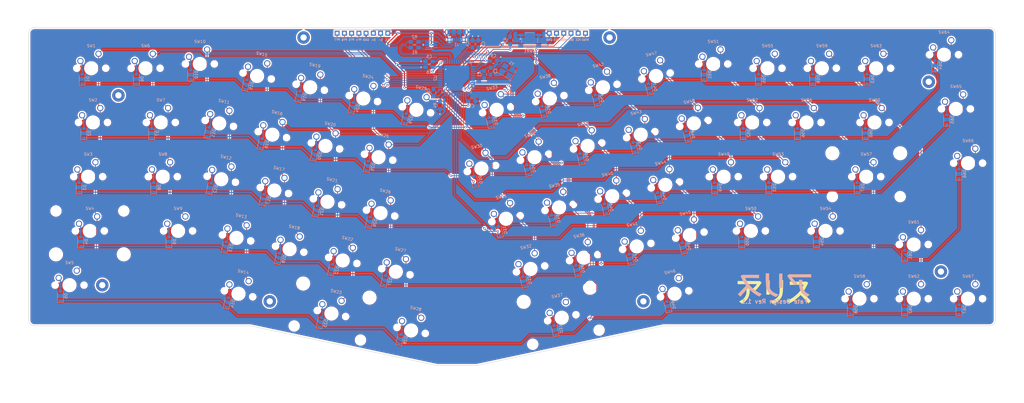
<source format=kicad_pcb>
(kicad_pcb (version 20171130) (host pcbnew "(5.1.4)-1")
  (title_block (rev 1.1))
  (layers (0 F.Cu signal) (31 B.Cu signal) (34 B.Paste user) (35 F.Paste user) (36 B.SilkS user) (37 F.SilkS user) (38 B.Mask user) (39 F.Mask user) (44 Edge.Cuts user))
  (net 0 "")
  (net 1 GND)
  (net 2 XTAL1)
  (net 3 XTAL2)
  (net 4 VCC)
  (net 5 "Net-(C4-Pad1)")
  (net 6 "Net-(D1-Pad2)")
  (net 7 /row0)
  (net 8 /row1)
  (net 9 "Net-(D2-Pad2)")
  (net 10 "Net-(D3-Pad2)")
  (net 11 /row2)
  (net 12 /row3)
  (net 13 "Net-(D4-Pad2)")
  (net 14 "Net-(D5-Pad2)")
  (net 15 /row4)
  (net 16 "Net-(D6-Pad2)")
  (net 17 "Net-(D7-Pad2)")
  (net 18 "Net-(D8-Pad2)")
  (net 19 "Net-(D9-Pad2)")
  (net 20 "Net-(D10-Pad2)")
  (net 21 "Net-(D11-Pad2)")
  (net 22 "Net-(D12-Pad2)")
  (net 23 "Net-(D13-Pad2)")
  (net 24 "Net-(D14-Pad2)")
  (net 25 "Net-(D15-Pad2)")
  (net 26 "Net-(D16-Pad2)")
  (net 27 "Net-(D17-Pad2)")
  (net 28 "Net-(D18-Pad2)")
  (net 29 "Net-(D19-Pad2)")
  (net 30 "Net-(D20-Pad2)")
  (net 31 "Net-(D21-Pad2)")
  (net 32 "Net-(D22-Pad2)")
  (net 33 "Net-(D23-Pad2)")
  (net 34 "Net-(D24-Pad2)")
  (net 35 "Net-(D25-Pad2)")
  (net 36 "Net-(D26-Pad2)")
  (net 37 "Net-(D27-Pad2)")
  (net 38 "Net-(D28-Pad2)")
  (net 39 "Net-(D29-Pad2)")
  (net 40 "Net-(D30-Pad2)")
  (net 41 "Net-(D31-Pad2)")
  (net 42 "Net-(D32-Pad2)")
  (net 43 "Net-(D33-Pad2)")
  (net 44 "Net-(D34-Pad2)")
  (net 45 "Net-(D35-Pad2)")
  (net 46 "Net-(D36-Pad2)")
  (net 47 "Net-(D37-Pad2)")
  (net 48 "Net-(D38-Pad2)")
  (net 49 "Net-(D39-Pad2)")
  (net 50 "Net-(D40-Pad2)")
  (net 51 "Net-(D41-Pad2)")
  (net 52 "Net-(D42-Pad2)")
  (net 53 "Net-(D43-Pad2)")
  (net 54 "Net-(D44-Pad2)")
  (net 55 "Net-(D45-Pad2)")
  (net 56 "Net-(D46-Pad2)")
  (net 57 "Net-(D47-Pad2)")
  (net 58 "Net-(D48-Pad2)")
  (net 59 "Net-(D49-Pad2)")
  (net 60 "Net-(D50-Pad2)")
  (net 61 "Net-(D51-Pad2)")
  (net 62 "Net-(D52-Pad2)")
  (net 63 "Net-(D53-Pad2)")
  (net 64 "Net-(D54-Pad2)")
  (net 65 "Net-(D55-Pad2)")
  (net 66 "Net-(D56-Pad2)")
  (net 67 "Net-(D57-Pad2)")
  (net 68 "Net-(D58-Pad2)")
  (net 69 "Net-(D59-Pad2)")
  (net 70 "Net-(D60-Pad2)")
  (net 71 "Net-(D61-Pad2)")
  (net 72 "Net-(D62-Pad2)")
  (net 73 "Net-(D63-Pad2)")
  (net 74 "Net-(D64-Pad2)")
  (net 75 "Net-(D65-Pad2)")
  (net 76 "Net-(D66-Pad2)")
  (net 77 "Net-(D67-Pad2)")
  (net 78 "Net-(J1-Pad3)")
  (net 79 "Net-(J1-Pad4)")
  (net 80 "Net-(J1-Pad2)")
  (net 81 /MISO)
  (net 82 /SCK)
  (net 83 /MOSI)
  (net 84 /~RES~)
  (net 85 /PF4)
  (net 86 /PF5)
  (net 87 /PF6)
  (net 88 /PF7)
  (net 89 D+)
  (net 90 D-)
  (net 91 "Net-(R4-Pad1)")
  (net 92 /col0)
  (net 93 /col1)
  (net 94 /col2)
  (net 95 /col3)
  (net 96 /col4)
  (net 97 /col5)
  (net 98 /col6)
  (net 99 /col8)
  (net 100 /col9)
  (net 101 /col10)
  (net 102 /col11)
  (net 103 /col12)
  (net 104 /col13)
  (net 105 "Net-(U1-Pad3)")
  (net 106 "Net-(U1-Pad1)")
  (net 107 "Net-(U2-Pad42)")
  (module Diodes_SMD:D_SOD-123 (layer B.Cu) (at 44.115 42.495 90)
    (fp_text reference D1 (at 0 2 90) (layer B.SilkS) (effects (justify mirror)))
    (fp_text value D)
    (pad 1 smd rect (at -1.65 0 90) (size 0.9 1.2) (layers B.Cu B.Paste B.Mask) (net 7 /row0))
    (pad 2 smd rect (at 1.65 0 90) (size 0.9 1.2) (layers B.Cu B.Paste B.Mask) (net 6 "Net-(D1-Pad2)"))
  )
  (module Diodes_SMD:D_SOD-123 (layer B.Cu) (at 44.715 61.545 90)
    (fp_text reference D2 (at 0 2 90) (layer B.SilkS) (effects (justify mirror)))
    (fp_text value D)
    (pad 1 smd rect (at -1.65 0 90) (size 0.9 1.2) (layers B.Cu B.Paste B.Mask) (net 8 /row1))
    (pad 2 smd rect (at 1.65 0 90) (size 0.9 1.2) (layers B.Cu B.Paste B.Mask) (net 9 "Net-(D2-Pad2)"))
  )
  (module Diodes_SMD:D_SOD-123 (layer B.Cu) (at 43.03125 80.595 90)
    (fp_text reference D3 (at 0 2 90) (layer B.SilkS) (effects (justify mirror)))
    (fp_text value D)
    (pad 1 smd rect (at -1.65 0 90) (size 0.9 1.2) (layers B.Cu B.Paste B.Mask) (net 11 /row2))
    (pad 2 smd rect (at 1.65 0 90) (size 0.9 1.2) (layers B.Cu B.Paste B.Mask) (net 10 "Net-(D3-Pad2)"))
  )
  (module Diodes_SMD:D_SOD-123 (layer B.Cu) (at 43.61875 99.645 90)
    (fp_text reference D4 (at 0 2 90) (layer B.SilkS) (effects (justify mirror)))
    (fp_text value D)
    (pad 1 smd rect (at -1.65 0 90) (size 0.9 1.2) (layers B.Cu B.Paste B.Mask) (net 12 /row3))
    (pad 2 smd rect (at 1.65 0 90) (size 0.9 1.2) (layers B.Cu B.Paste B.Mask) (net 13 "Net-(D4-Pad2)"))
  )
  (module Diodes_SMD:D_SOD-123 (layer B.Cu) (at 36.485 118.695 90)
    (fp_text reference D5 (at 0 2 90) (layer B.SilkS) (effects (justify mirror)))
    (fp_text value D)
    (pad 1 smd rect (at -1.65 0 90) (size 0.9 1.2) (layers B.Cu B.Paste B.Mask) (net 15 /row4))
    (pad 2 smd rect (at 1.65 0 90) (size 0.9 1.2) (layers B.Cu B.Paste B.Mask) (net 14 "Net-(D5-Pad2)"))
  )
  (module Diodes_SMD:D_SOD-123 (layer B.Cu) (at 63.165 42.495 90)
    (fp_text reference D6 (at 0 2 90) (layer B.SilkS) (effects (justify mirror)))
    (fp_text value D)
    (pad 1 smd rect (at -1.65 0 90) (size 0.9 1.2) (layers B.Cu B.Paste B.Mask) (net 7 /row0))
    (pad 2 smd rect (at 1.65 0 90) (size 0.9 1.2) (layers B.Cu B.Paste B.Mask) (net 16 "Net-(D6-Pad2)"))
  )
  (module Diodes_SMD:D_SOD-123 (layer B.Cu) (at 68.525 61.545 90)
    (fp_text reference D7 (at 0 2 90) (layer B.SilkS) (effects (justify mirror)))
    (fp_text value D)
    (pad 1 smd rect (at -1.65 0 90) (size 0.9 1.2) (layers B.Cu B.Paste B.Mask) (net 8 /row1))
    (pad 2 smd rect (at 1.65 0 90) (size 0.9 1.2) (layers B.Cu B.Paste B.Mask) (net 17 "Net-(D7-Pad2)"))
  )
  (module Diodes_SMD:D_SOD-123 (layer B.Cu) (at 69.225 80.595 90)
    (fp_text reference D8 (at 0 2 90) (layer B.SilkS) (effects (justify mirror)))
    (fp_text value D)
    (pad 1 smd rect (at -1.65 0 90) (size 0.9 1.2) (layers B.Cu B.Paste B.Mask) (net 11 /row2))
    (pad 2 smd rect (at 1.65 0 90) (size 0.9 1.2) (layers B.Cu B.Paste B.Mask) (net 18 "Net-(D8-Pad2)"))
  )
  (module Diodes_SMD:D_SOD-123 (layer B.Cu) (at 74.575 99.645 90)
    (fp_text reference D9 (at 0 2 90) (layer B.SilkS) (effects (justify mirror)))
    (fp_text value D)
    (pad 1 smd rect (at -1.65 0 90) (size 0.9 1.2) (layers B.Cu B.Paste B.Mask) (net 12 /row3))
    (pad 2 smd rect (at 1.65 0 90) (size 0.9 1.2) (layers B.Cu B.Paste B.Mask) (net 19 "Net-(D9-Pad2)"))
  )
  (module Diodes_SMD:D_SOD-123 (layer B.Cu) (at 82.215 40.994615 90)
    (fp_text reference D10 (at 0 2 90) (layer B.SilkS) (effects (justify mirror)))
    (fp_text value D)
    (pad 1 smd rect (at -1.65 0 90) (size 0.9 1.2) (layers B.Cu B.Paste B.Mask) (net 7 /row0))
    (pad 2 smd rect (at 1.65 0 90) (size 0.9 1.2) (layers B.Cu B.Paste B.Mask) (net 20 "Net-(D10-Pad2)"))
  )
  (module Diodes_SMD:D_SOD-123 (layer B.Cu) (at 88.315851 61.116624 78)
    (fp_text reference D11 (at 0 2 78) (layer B.SilkS) (effects (justify mirror)))
    (fp_text value D)
    (pad 1 smd rect (at -1.65 0 78) (size 0.9 1.2) (layers B.Cu B.Paste B.Mask) (net 8 /row1))
    (pad 2 smd rect (at 1.65 0 78) (size 0.9 1.2) (layers B.Cu B.Paste B.Mask) (net 21 "Net-(D11-Pad2)"))
  )
  (module Diodes_SMD:D_SOD-123 (layer B.Cu) (at 89.013518 80.740517 78)
    (fp_text reference D12 (at 0 2 78) (layer B.SilkS) (effects (justify mirror)))
    (fp_text value D)
    (pad 1 smd rect (at -1.65 0 78) (size 0.9 1.2) (layers B.Cu B.Paste B.Mask) (net 11 /row2))
    (pad 2 smd rect (at 1.65 0 78) (size 0.9 1.2) (layers B.Cu B.Paste B.Mask) (net 22 "Net-(D12-Pad2)"))
  )
  (module Diodes_SMD:D_SOD-123 (layer B.Cu) (at 94.3696 101.354586 78)
    (fp_text reference D13 (at 0 2 78) (layer B.SilkS) (effects (justify mirror)))
    (fp_text value D)
    (pad 1 smd rect (at -1.65 0 78) (size 0.9 1.2) (layers B.Cu B.Paste B.Mask) (net 12 /row3))
    (pad 2 smd rect (at 1.65 0 78) (size 0.9 1.2) (layers B.Cu B.Paste B.Mask) (net 23 "Net-(D13-Pad2)"))
  )
  (module Diodes_SMD:D_SOD-123 (layer B.Cu) (at 95.067301 120.978474 78)
    (fp_text reference D14 (at 0 2 78) (layer B.SilkS) (effects (justify mirror)))
    (fp_text value D)
    (pad 1 smd rect (at -1.65 0 78) (size 0.9 1.2) (layers B.Cu B.Paste B.Mask) (net 15 /row4))
    (pad 2 smd rect (at 1.65 0 78) (size 0.9 1.2) (layers B.Cu B.Paste B.Mask) (net 24 "Net-(D14-Pad2)"))
  )
  (module Diodes_SMD:D_SOD-123 (layer B.Cu) (at 101.593509 44.463281 78)
    (fp_text reference D15 (at 0 2 78) (layer B.SilkS) (effects (justify mirror)))
    (fp_text value D)
    (pad 1 smd rect (at -1.65 0 78) (size 0.9 1.2) (layers B.Cu B.Paste B.Mask) (net 7 /row0))
    (pad 2 smd rect (at 1.65 0 78) (size 0.9 1.2) (layers B.Cu B.Paste B.Mask) (net 25 "Net-(D15-Pad2)"))
  )
  (module Diodes_SMD:D_SOD-123 (layer B.Cu) (at 106.949561 65.07735 78)
    (fp_text reference D16 (at 0 2 78) (layer B.SilkS) (effects (justify mirror)))
    (fp_text value D)
    (pad 1 smd rect (at -1.65 0 78) (size 0.9 1.2) (layers B.Cu B.Paste B.Mask) (net 8 /row1))
    (pad 2 smd rect (at 1.65 0 78) (size 0.9 1.2) (layers B.Cu B.Paste B.Mask) (net 26 "Net-(D16-Pad2)"))
  )
  (module Diodes_SMD:D_SOD-123 (layer B.Cu) (at 107.647228 84.701244 78)
    (fp_text reference D17 (at 0 2 78) (layer B.SilkS) (effects (justify mirror)))
    (fp_text value D)
    (pad 1 smd rect (at -1.65 0 78) (size 0.9 1.2) (layers B.Cu B.Paste B.Mask) (net 11 /row2))
    (pad 2 smd rect (at 1.65 0 78) (size 0.9 1.2) (layers B.Cu B.Paste B.Mask) (net 27 "Net-(D17-Pad2)"))
  )
  (module Diodes_SMD:D_SOD-123 (layer B.Cu) (at 113.00331 105.315312 78)
    (fp_text reference D18 (at 0 2 78) (layer B.SilkS) (effects (justify mirror)))
    (fp_text value D)
    (pad 1 smd rect (at -1.65 0 78) (size 0.9 1.2) (layers B.Cu B.Paste B.Mask) (net 12 /row3))
    (pad 2 smd rect (at 1.65 0 78) (size 0.9 1.2) (layers B.Cu B.Paste B.Mask) (net 28 "Net-(D18-Pad2)"))
  )
  (module Diodes_SMD:D_SOD-123 (layer B.Cu) (at 120.22722 48.423999 78)
    (fp_text reference D19 (at 0 2 78) (layer B.SilkS) (effects (justify mirror)))
    (fp_text value D)
    (pad 1 smd rect (at -1.65 0 78) (size 0.9 1.2) (layers B.Cu B.Paste B.Mask) (net 7 /row0))
    (pad 2 smd rect (at 1.65 0 78) (size 0.9 1.2) (layers B.Cu B.Paste B.Mask) (net 29 "Net-(D19-Pad2)"))
  )
  (module Diodes_SMD:D_SOD-123 (layer B.Cu) (at 125.583271 69.038077 78)
    (fp_text reference D20 (at 0 2 78) (layer B.SilkS) (effects (justify mirror)))
    (fp_text value D)
    (pad 1 smd rect (at -1.65 0 78) (size 0.9 1.2) (layers B.Cu B.Paste B.Mask) (net 8 /row1))
    (pad 2 smd rect (at 1.65 0 78) (size 0.9 1.2) (layers B.Cu B.Paste B.Mask) (net 30 "Net-(D20-Pad2)"))
  )
  (module Diodes_SMD:D_SOD-123 (layer B.Cu) (at 126.280938 88.661971 78)
    (fp_text reference D21 (at 0 2 78) (layer B.SilkS) (effects (justify mirror)))
    (fp_text value D)
    (pad 1 smd rect (at -1.65 0 78) (size 0.9 1.2) (layers B.Cu B.Paste B.Mask) (net 11 /row2))
    (pad 2 smd rect (at 1.65 0 78) (size 0.9 1.2) (layers B.Cu B.Paste B.Mask) (net 31 "Net-(D21-Pad2)"))
  )
  (module Diodes_SMD:D_SOD-123 (layer B.Cu) (at 131.637019 109.276039 78)
    (fp_text reference D22 (at 0 2 78) (layer B.SilkS) (effects (justify mirror)))
    (fp_text value D)
    (pad 1 smd rect (at -1.65 0 78) (size 0.9 1.2) (layers B.Cu B.Paste B.Mask) (net 12 /row3))
    (pad 2 smd rect (at 1.65 0 78) (size 0.9 1.2) (layers B.Cu B.Paste B.Mask) (net 32 "Net-(D22-Pad2)"))
  )
  (module Diodes_SMD:D_SOD-123 (layer B.Cu) (at 127.676293 127.909749 78)
    (fp_text reference D23 (at 0 2 78) (layer B.SilkS) (effects (justify mirror)))
    (fp_text value D)
    (pad 1 smd rect (at -1.65 0 78) (size 0.9 1.2) (layers B.Cu B.Paste B.Mask) (net 15 /row4))
    (pad 2 smd rect (at 1.65 0 78) (size 0.9 1.2) (layers B.Cu B.Paste B.Mask) (net 33 "Net-(D23-Pad2)"))
  )
  (module Diodes_SMD:D_SOD-123 (layer B.Cu) (at 138.860932 52.384717 78)
    (fp_text reference D24 (at 0 2 78) (layer B.SilkS) (effects (justify mirror)))
    (fp_text value D)
    (pad 1 smd rect (at -1.65 0 78) (size 0.9 1.2) (layers B.Cu B.Paste B.Mask) (net 7 /row0))
    (pad 2 smd rect (at 1.65 0 78) (size 0.9 1.2) (layers B.Cu B.Paste B.Mask) (net 34 "Net-(D24-Pad2)"))
  )
  (module Diodes_SMD:D_SOD-123 (layer B.Cu) (at 144.216981 72.998804 78)
    (fp_text reference D25 (at 0 2 78) (layer B.SilkS) (effects (justify mirror)))
    (fp_text value D)
    (pad 1 smd rect (at -1.65 0 78) (size 0.9 1.2) (layers B.Cu B.Paste B.Mask) (net 8 /row1))
    (pad 2 smd rect (at 1.65 0 78) (size 0.9 1.2) (layers B.Cu B.Paste B.Mask) (net 35 "Net-(D25-Pad2)"))
  )
  (module Diodes_SMD:D_SOD-123 (layer B.Cu) (at 144.914648 92.622698 78)
    (fp_text reference D26 (at 0 2 78) (layer B.SilkS) (effects (justify mirror)))
    (fp_text value D)
    (pad 1 smd rect (at -1.65 0 78) (size 0.9 1.2) (layers B.Cu B.Paste B.Mask) (net 11 /row2))
    (pad 2 smd rect (at 1.65 0 78) (size 0.9 1.2) (layers B.Cu B.Paste B.Mask) (net 36 "Net-(D26-Pad2)"))
  )
  (module Diodes_SMD:D_SOD-123 (layer B.Cu) (at 150.270729 113.236766 78)
    (fp_text reference D27 (at 0 2 78) (layer B.SilkS) (effects (justify mirror)))
    (fp_text value D)
    (pad 1 smd rect (at -1.65 0 78) (size 0.9 1.2) (layers B.Cu B.Paste B.Mask) (net 12 /row3))
    (pad 2 smd rect (at 1.65 0 78) (size 0.9 1.2) (layers B.Cu B.Paste B.Mask) (net 37 "Net-(D27-Pad2)"))
  )
  (module Diodes_SMD:D_SOD-123 (layer B.Cu) (at 155.626866 133.850795 78)
    (fp_text reference D28 (at 0 2 78) (layer B.SilkS) (effects (justify mirror)))
    (fp_text value D)
    (pad 1 smd rect (at -1.65 0 78) (size 0.9 1.2) (layers B.Cu B.Paste B.Mask) (net 15 /row4))
    (pad 2 smd rect (at 1.65 0 78) (size 0.9 1.2) (layers B.Cu B.Paste B.Mask) (net 38 "Net-(D28-Pad2)"))
  )
  (module Diodes_SMD:D_SOD-123 (layer B.Cu) (at 157.494644 56.345434 78)
    (fp_text reference D29 (at 0 2 78) (layer B.SilkS) (effects (justify mirror)))
    (fp_text value D)
    (pad 1 smd rect (at -1.65 0 78) (size 0.9 1.2) (layers B.Cu B.Paste B.Mask) (net 7 /row0))
    (pad 2 smd rect (at 1.65 0 78) (size 0.9 1.2) (layers B.Cu B.Paste B.Mask) (net 39 "Net-(D29-Pad2)"))
  )
  (module Diodes_SMD:D_SOD-123 (layer B.Cu) (at 181.863423 78.299527 102)
    (fp_text reference D30 (at 0 2 102) (layer B.SilkS) (effects (justify mirror)))
    (fp_text value D)
    (pad 1 smd rect (at -1.65 0 102) (size 0.9 1.2) (layers B.Cu B.Paste B.Mask) (net 8 /row1))
    (pad 2 smd rect (at 1.65 0 102) (size 0.9 1.2) (layers B.Cu B.Paste B.Mask) (net 40 "Net-(D30-Pad2)"))
  )
  (module Diodes_SMD:D_SOD-123 (layer B.Cu) (at 190.482544 95.943079 102)
    (fp_text reference D31 (at 0 2 102) (layer B.SilkS) (effects (justify mirror)))
    (fp_text value D)
    (pad 1 smd rect (at -1.65 0 102) (size 0.9 1.2) (layers B.Cu B.Paste B.Mask) (net 11 /row2))
    (pad 2 smd rect (at 1.65 0 102) (size 0.9 1.2) (layers B.Cu B.Paste B.Mask) (net 41 "Net-(D31-Pad2)"))
  )
  (module Diodes_SMD:D_SOD-123 (layer B.Cu) (at 199.101665 113.586631 102)
    (fp_text reference D32 (at 0 2 102) (layer B.SilkS) (effects (justify mirror)))
    (fp_text value D)
    (pad 1 smd rect (at -1.65 0 102) (size 0.9 1.2) (layers B.Cu B.Paste B.Mask) (net 12 /row3))
    (pad 2 smd rect (at 1.65 0 102) (size 0.9 1.2) (layers B.Cu B.Paste B.Mask) (net 42 "Net-(D32-Pad2)"))
  )
  (module Diodes_SMD:D_SOD-123 (layer B.Cu) (at 187.21965 57.685428 102)
    (fp_text reference D33 (at 0 2 102) (layer B.SilkS) (effects (justify mirror)))
    (fp_text value D)
    (pad 1 smd rect (at -1.65 0 102) (size 0.9 1.2) (layers B.Cu B.Paste B.Mask) (net 7 /row0))
    (pad 2 smd rect (at 1.65 0 102) (size 0.9 1.2) (layers B.Cu B.Paste B.Mask) (net 43 "Net-(D33-Pad2)"))
  )
  (module Diodes_SMD:D_SOD-123 (layer B.Cu) (at 200.497134 74.338809 102)
    (fp_text reference D34 (at 0 2 102) (layer B.SilkS) (effects (justify mirror)))
    (fp_text value D)
    (pad 1 smd rect (at -1.65 0 102) (size 0.9 1.2) (layers B.Cu B.Paste B.Mask) (net 8 /row1))
    (pad 2 smd rect (at 1.65 0 102) (size 0.9 1.2) (layers B.Cu B.Paste B.Mask) (net 44 "Net-(D34-Pad2)"))
  )
  (module Diodes_SMD:D_SOD-123 (layer B.Cu) (at 209.116255 91.982361 102)
    (fp_text reference D35 (at 0 2 102) (layer B.SilkS) (effects (justify mirror)))
    (fp_text value D)
    (pad 1 smd rect (at -1.65 0 102) (size 0.9 1.2) (layers B.Cu B.Paste B.Mask) (net 11 /row2))
    (pad 2 smd rect (at 1.65 0 102) (size 0.9 1.2) (layers B.Cu B.Paste B.Mask) (net 45 "Net-(D35-Pad2)"))
  )
  (module Diodes_SMD:D_SOD-123 (layer B.Cu) (at 217.735377 109.625913 102)
    (fp_text reference D36 (at 0 2 102) (layer B.SilkS) (effects (justify mirror)))
    (fp_text value D)
    (pad 1 smd rect (at -1.65 0 102) (size 0.9 1.2) (layers B.Cu B.Paste B.Mask) (net 12 /row3))
    (pad 2 smd rect (at 1.65 0 102) (size 0.9 1.2) (layers B.Cu B.Paste B.Mask) (net 46 "Net-(D36-Pad2)"))
  )
  (module Diodes_SMD:D_SOD-123 (layer B.Cu) (at 210.050066 130.735038 102)
    (fp_text reference D37 (at 0 2 102) (layer B.SilkS) (effects (justify mirror)))
    (fp_text value D)
    (pad 1 smd rect (at -1.65 0 102) (size 0.9 1.2) (layers B.Cu B.Paste B.Mask) (net 15 /row4))
    (pad 2 smd rect (at 1.65 0 102) (size 0.9 1.2) (layers B.Cu B.Paste B.Mask) (net 47 "Net-(D37-Pad2)"))
  )
  (module Diodes_SMD:D_SOD-123 (layer B.Cu) (at 205.853362 53.72471 102)
    (fp_text reference D38 (at 0 2 102) (layer B.SilkS) (effects (justify mirror)))
    (fp_text value D)
    (pad 1 smd rect (at -1.65 0 102) (size 0.9 1.2) (layers B.Cu B.Paste B.Mask) (net 7 /row0))
    (pad 2 smd rect (at 1.65 0 102) (size 0.9 1.2) (layers B.Cu B.Paste B.Mask) (net 48 "Net-(D38-Pad2)"))
  )
  (module Diodes_SMD:D_SOD-123 (layer B.Cu) (at 219.130846 70.378092 102)
    (fp_text reference D39 (at 0 2 102) (layer B.SilkS) (effects (justify mirror)))
    (fp_text value D)
    (pad 1 smd rect (at -1.65 0 102) (size 0.9 1.2) (layers B.Cu B.Paste B.Mask) (net 8 /row1))
    (pad 2 smd rect (at 1.65 0 102) (size 0.9 1.2) (layers B.Cu B.Paste B.Mask) (net 49 "Net-(D39-Pad2)"))
  )
  (module Diodes_SMD:D_SOD-123 (layer B.Cu) (at 227.749967 88.021644 102)
    (fp_text reference D40 (at 0 2 102) (layer B.SilkS) (effects (justify mirror)))
    (fp_text value D)
    (pad 1 smd rect (at -1.65 0 102) (size 0.9 1.2) (layers B.Cu B.Paste B.Mask) (net 11 /row2))
    (pad 2 smd rect (at 1.65 0 102) (size 0.9 1.2) (layers B.Cu B.Paste B.Mask) (net 50 "Net-(D40-Pad2)"))
  )
  (module Diodes_SMD:D_SOD-123 (layer B.Cu) (at 236.369088 105.665196 102)
    (fp_text reference D41 (at 0 2 102) (layer B.SilkS) (effects (justify mirror)))
    (fp_text value D)
    (pad 1 smd rect (at -1.65 0 102) (size 0.9 1.2) (layers B.Cu B.Paste B.Mask) (net 12 /row3))
    (pad 2 smd rect (at 1.65 0 102) (size 0.9 1.2) (layers B.Cu B.Paste B.Mask) (net 51 "Net-(D41-Pad2)"))
  )
  (module Diodes_SMD:D_SOD-123 (layer B.Cu) (at 224.487074 49.763993 102)
    (fp_text reference D42 (at 0 2 102) (layer B.SilkS) (effects (justify mirror)))
    (fp_text value D)
    (pad 1 smd rect (at -1.65 0 102) (size 0.9 1.2) (layers B.Cu B.Paste B.Mask) (net 7 /row0))
    (pad 2 smd rect (at 1.65 0 102) (size 0.9 1.2) (layers B.Cu B.Paste B.Mask) (net 52 "Net-(D42-Pad2)"))
  )
  (module Diodes_SMD:D_SOD-123 (layer B.Cu) (at 237.764558 66.417374 102)
    (fp_text reference D43 (at 0 2 102) (layer B.SilkS) (effects (justify mirror)))
    (fp_text value D)
    (pad 1 smd rect (at -1.65 0 102) (size 0.9 1.2) (layers B.Cu B.Paste B.Mask) (net 8 /row1))
    (pad 2 smd rect (at 1.65 0 102) (size 0.9 1.2) (layers B.Cu B.Paste B.Mask) (net 53 "Net-(D43-Pad2)"))
  )
  (module Diodes_SMD:D_SOD-123 (layer B.Cu) (at 246.383679 84.060926 102)
    (fp_text reference D44 (at 0 2 102) (layer B.SilkS) (effects (justify mirror)))
    (fp_text value D)
    (pad 1 smd rect (at -1.65 0 102) (size 0.9 1.2) (layers B.Cu B.Paste B.Mask) (net 11 /row2))
    (pad 2 smd rect (at 1.65 0 102) (size 0.9 1.2) (layers B.Cu B.Paste B.Mask) (net 54 "Net-(D44-Pad2)"))
  )
  (module Diodes_SMD:D_SOD-123 (layer B.Cu) (at 255.0028 101.704478 102)
    (fp_text reference D45 (at 0 2 102) (layer B.SilkS) (effects (justify mirror)))
    (fp_text value D)
    (pad 1 smd rect (at -1.65 0 102) (size 0.9 1.2) (layers B.Cu B.Paste B.Mask) (net 12 /row3))
    (pad 2 smd rect (at 1.65 0 102) (size 0.9 1.2) (layers B.Cu B.Paste B.Mask) (net 55 "Net-(D45-Pad2)"))
  )
  (module Diodes_SMD:D_SOD-123 (layer B.Cu) (at 249.646702 122.318526 102)
    (fp_text reference D46 (at 0 2 102) (layer B.SilkS) (effects (justify mirror)))
    (fp_text value D)
    (pad 1 smd rect (at -1.65 0 102) (size 0.9 1.2) (layers B.Cu B.Paste B.Mask) (net 15 /row4))
    (pad 2 smd rect (at 1.65 0 102) (size 0.9 1.2) (layers B.Cu B.Paste B.Mask) (net 56 "Net-(D46-Pad2)"))
  )
  (module Diodes_SMD:D_SOD-123 (layer B.Cu) (at 243.120785 45.803275 102)
    (fp_text reference D47 (at 0 2 102) (layer B.SilkS) (effects (justify mirror)))
    (fp_text value D)
    (pad 1 smd rect (at -1.65 0 102) (size 0.9 1.2) (layers B.Cu B.Paste B.Mask) (net 7 /row0))
    (pad 2 smd rect (at 1.65 0 102) (size 0.9 1.2) (layers B.Cu B.Paste B.Mask) (net 57 "Net-(D47-Pad2)"))
  )
  (module Diodes_SMD:D_SOD-123 (layer B.Cu) (at 256.39827 62.456656 102)
    (fp_text reference D48 (at 0 2 102) (layer B.SilkS) (effects (justify mirror)))
    (fp_text value D)
    (pad 1 smd rect (at -1.65 0 102) (size 0.9 1.2) (layers B.Cu B.Paste B.Mask) (net 8 /row1))
    (pad 2 smd rect (at 1.65 0 102) (size 0.9 1.2) (layers B.Cu B.Paste B.Mask) (net 58 "Net-(D48-Pad2)"))
  )
  (module Diodes_SMD:D_SOD-123 (layer B.Cu) (at 266.025 80.595 90)
    (fp_text reference D49 (at 0 2 90) (layer B.SilkS) (effects (justify mirror)))
    (fp_text value D)
    (pad 1 smd rect (at -1.65 0 90) (size 0.9 1.2) (layers B.Cu B.Paste B.Mask) (net 11 /row2))
    (pad 2 smd rect (at 1.65 0 90) (size 0.9 1.2) (layers B.Cu B.Paste B.Mask) (net 59 "Net-(D49-Pad2)"))
  )
  (module Diodes_SMD:D_SOD-123 (layer B.Cu) (at 275.550019 99.644998 90)
    (fp_text reference D50 (at 0 2 90) (layer B.SilkS) (effects (justify mirror)))
    (fp_text value D)
    (pad 1 smd rect (at -1.65 0 90) (size 0.9 1.2) (layers B.Cu B.Paste B.Mask) (net 12 /row3))
    (pad 2 smd rect (at 1.65 0 90) (size 0.9 1.2) (layers B.Cu B.Paste B.Mask) (net 60 "Net-(D50-Pad2)"))
  )
  (module Diodes_SMD:D_SOD-123 (layer B.Cu) (at 262.345 40.994615 90)
    (fp_text reference D51 (at 0 2 90) (layer B.SilkS) (effects (justify mirror)))
    (fp_text value D)
    (pad 1 smd rect (at -1.65 0 90) (size 0.9 1.2) (layers B.Cu B.Paste B.Mask) (net 7 /row0))
    (pad 2 smd rect (at 1.65 0 90) (size 0.9 1.2) (layers B.Cu B.Paste B.Mask) (net 61 "Net-(D51-Pad2)"))
  )
  (module Diodes_SMD:D_SOD-123 (layer B.Cu) (at 276.035 61.545 90)
    (fp_text reference D52 (at 0 2 90) (layer B.SilkS) (effects (justify mirror)))
    (fp_text value D)
    (pad 1 smd rect (at -1.65 0 90) (size 0.9 1.2) (layers B.Cu B.Paste B.Mask) (net 8 /row1))
    (pad 2 smd rect (at 1.65 0 90) (size 0.9 1.2) (layers B.Cu B.Paste B.Mask) (net 62 "Net-(D52-Pad2)"))
  )
  (module Diodes_SMD:D_SOD-123 (layer B.Cu) (at 285.075 80.595 90)
    (fp_text reference D53 (at 0 2 90) (layer B.SilkS) (effects (justify mirror)))
    (fp_text value D)
    (pad 1 smd rect (at -1.65 0 90) (size 0.9 1.2) (layers B.Cu B.Paste B.Mask) (net 11 /row2))
    (pad 2 smd rect (at 1.65 0 90) (size 0.9 1.2) (layers B.Cu B.Paste B.Mask) (net 63 "Net-(D53-Pad2)"))
  )
  (module Diodes_SMD:D_SOD-123 (layer B.Cu) (at 301.743769 99.644998 90)
    (fp_text reference D54 (at 0 2 90) (layer B.SilkS) (effects (justify mirror)))
    (fp_text value D)
    (pad 1 smd rect (at -1.65 0 90) (size 0.9 1.2) (layers B.Cu B.Paste B.Mask) (net 12 /row3))
    (pad 2 smd rect (at 1.65 0 90) (size 0.9 1.2) (layers B.Cu B.Paste B.Mask) (net 64 "Net-(D54-Pad2)"))
  )
  (module Diodes_SMD:D_SOD-123 (layer B.Cu) (at 281.395 42.495 90)
    (fp_text reference D55 (at 0 2 90) (layer B.SilkS) (effects (justify mirror)))
    (fp_text value D)
    (pad 1 smd rect (at -1.65 0 90) (size 0.9 1.2) (layers B.Cu B.Paste B.Mask) (net 7 /row0))
    (pad 2 smd rect (at 1.65 0 90) (size 0.9 1.2) (layers B.Cu B.Paste B.Mask) (net 65 "Net-(D55-Pad2)"))
  )
  (module Diodes_SMD:D_SOD-123 (layer B.Cu) (at 295.085 61.545 90)
    (fp_text reference D56 (at 0 2 90) (layer B.SilkS) (effects (justify mirror)))
    (fp_text value D)
    (pad 1 smd rect (at -1.65 0 90) (size 0.9 1.2) (layers B.Cu B.Paste B.Mask) (net 8 /row1))
    (pad 2 smd rect (at 1.65 0 90) (size 0.9 1.2) (layers B.Cu B.Paste B.Mask) (net 66 "Net-(D56-Pad2)"))
  )
  (module Diodes_SMD:D_SOD-123 (layer B.Cu) (at 316.03125 80.595 90)
    (fp_text reference D57 (at 0 2 90) (layer B.SilkS) (effects (justify mirror)))
    (fp_text value D)
    (pad 1 smd rect (at -1.65 0 90) (size 0.9 1.2) (layers B.Cu B.Paste B.Mask) (net 11 /row2))
    (pad 2 smd rect (at 1.65 0 90) (size 0.9 1.2) (layers B.Cu B.Paste B.Mask) (net 67 "Net-(D57-Pad2)"))
  )
  (module Diodes_SMD:D_SOD-123 (layer B.Cu) (at 313.649949 123.457503 90)
    (fp_text reference D58 (at 0 2 90) (layer B.SilkS) (effects (justify mirror)))
    (fp_text value D)
    (pad 1 smd rect (at -1.65 0 90) (size 0.9 1.2) (layers B.Cu B.Paste B.Mask) (net 15 /row4))
    (pad 2 smd rect (at 1.65 0 90) (size 0.9 1.2) (layers B.Cu B.Paste B.Mask) (net 68 "Net-(D58-Pad2)"))
  )
  (module Diodes_SMD:D_SOD-123 (layer B.Cu) (at 300.445 42.495 90)
    (fp_text reference D59 (at 0 2 90) (layer B.SilkS) (effects (justify mirror)))
    (fp_text value D)
    (pad 1 smd rect (at -1.65 0 90) (size 0.9 1.2) (layers B.Cu B.Paste B.Mask) (net 7 /row0))
    (pad 2 smd rect (at 1.65 0 90) (size 0.9 1.2) (layers B.Cu B.Paste B.Mask) (net 69 "Net-(D59-Pad2)"))
  )
  (module Diodes_SMD:D_SOD-123 (layer B.Cu) (at 318.905 61.545 90)
    (fp_text reference D60 (at 0 2 90) (layer B.SilkS) (effects (justify mirror)))
    (fp_text value D)
    (pad 1 smd rect (at -1.65 0 90) (size 0.9 1.2) (layers B.Cu B.Paste B.Mask) (net 8 /row1))
    (pad 2 smd rect (at 1.65 0 90) (size 0.9 1.2) (layers B.Cu B.Paste B.Mask) (net 70 "Net-(D60-Pad2)"))
  )
  (module Diodes_SMD:D_SOD-123 (layer B.Cu) (at 332.699949 104.407503 90)
    (fp_text reference D61 (at 0 2 90) (layer B.SilkS) (effects (justify mirror)))
    (fp_text value D)
    (pad 1 smd rect (at -1.65 0 90) (size 0.9 1.2) (layers B.Cu B.Paste B.Mask) (net 12 /row3))
    (pad 2 smd rect (at 1.65 0 90) (size 0.9 1.2) (layers B.Cu B.Paste B.Mask) (net 71 "Net-(D61-Pad2)"))
  )
  (module Diodes_SMD:D_SOD-123 (layer B.Cu) (at 332.699949 123.457503 90)
    (fp_text reference D62 (at 0 2 90) (layer B.SilkS) (effects (justify mirror)))
    (fp_text value D)
    (pad 1 smd rect (at -1.65 0 90) (size 0.9 1.2) (layers B.Cu B.Paste B.Mask) (net 15 /row4))
    (pad 2 smd rect (at 1.65 0 90) (size 0.9 1.2) (layers B.Cu B.Paste B.Mask) (net 72 "Net-(D62-Pad2)"))
  )
  (module Diodes_SMD:D_SOD-123 (layer B.Cu) (at 319.495 42.495 90)
    (fp_text reference D63 (at 0 2 90) (layer B.SilkS) (effects (justify mirror)))
    (fp_text value D)
    (pad 1 smd rect (at -1.65 0 90) (size 0.9 1.2) (layers B.Cu B.Paste B.Mask) (net 7 /row0))
    (pad 2 smd rect (at 1.65 0 90) (size 0.9 1.2) (layers B.Cu B.Paste B.Mask) (net 73 "Net-(D63-Pad2)"))
  )
  (module Diodes_SMD:D_SOD-123 (layer B.Cu) (at 343.307542 37.732509 90)
    (fp_text reference D64 (at 0 2 90) (layer B.SilkS) (effects (justify mirror)))
    (fp_text value D)
    (pad 1 smd rect (at -1.65 0 90) (size 0.9 1.2) (layers B.Cu B.Paste B.Mask) (net 8 /row1))
    (pad 2 smd rect (at 1.65 0 90) (size 0.9 1.2) (layers B.Cu B.Paste B.Mask) (net 74 "Net-(D64-Pad2)"))
  )
  (module Diodes_SMD:D_SOD-123 (layer B.Cu) (at 347.48 56.782516 90)
    (fp_text reference D65 (at 0 2 90) (layer B.SilkS) (effects (justify mirror)))
    (fp_text value D)
    (pad 1 smd rect (at -1.65 0 90) (size 0.9 1.2) (layers B.Cu B.Paste B.Mask) (net 11 /row2))
    (pad 2 smd rect (at 1.65 0 90) (size 0.9 1.2) (layers B.Cu B.Paste B.Mask) (net 75 "Net-(D65-Pad2)"))
  )
  (module Diodes_SMD:D_SOD-123 (layer B.Cu) (at 351.749949 75.832519 90)
    (fp_text reference D66 (at 0 2 90) (layer B.SilkS) (effects (justify mirror)))
    (fp_text value D)
    (pad 1 smd rect (at -1.65 0 90) (size 0.9 1.2) (layers B.Cu B.Paste B.Mask) (net 12 /row3))
    (pad 2 smd rect (at 1.65 0 90) (size 0.9 1.2) (layers B.Cu B.Paste B.Mask) (net 76 "Net-(D66-Pad2)"))
  )
  (module Diodes_SMD:D_SOD-123 (layer B.Cu) (at 351.749949 123.457503 90)
    (fp_text reference D67 (at 0 2 90) (layer B.SilkS) (effects (justify mirror)))
    (fp_text value D)
    (pad 1 smd rect (at -1.65 0 90) (size 0.9 1.2) (layers B.Cu B.Paste B.Mask) (net 15 /row4))
    (pad 2 smd rect (at 1.65 0 90) (size 0.9 1.2) (layers B.Cu B.Paste B.Mask) (net 77 "Net-(D67-Pad2)"))
  )
  (module MX_Switch:SW_Cherry_MX_1.00u_PCB (layer F.Cu) (at 37.815 29.195)
    (fp_text reference SW1 (at 9.525 1.651) (layer B.SilkS))
    (fp_text value SW_Push)
    (pad 1 thru_hole circle (at 12.065 4.445) (size 2.2 2.2) (drill 1.5) (layers *.Cu *.Mask) (net 92 /col0))
    (pad 2 thru_hole circle (at 5.715 6.985) (size 2.2 2.2) (drill 1.5) (layers *.Cu *.Mask) (net 6 "Net-(D1-Pad2)"))
    (pad "" np_thru_hole circle (at 9.525 9.525) (size 4 4) (drill 4) (layers *.Cu *.Mask))
    (pad "" np_thru_hole circle (at 4.445 9.525) (size 1.7 1.7) (drill 1.7) (layers *.Cu *.Mask))
    (pad "" np_thru_hole circle (at 14.605 9.525) (size 1.7 1.7) (drill 1.7) (layers *.Cu *.Mask))
  )
  (module MX_Switch:SW_Cherry_MX_1.50u_PCB (layer F.Cu) (at 33.6525 48.245)
    (fp_text reference SW2 (at 14.2875 1.651) (layer B.SilkS))
    (fp_text value SW_Push)
    (pad "" np_thru_hole circle (at 19.3675 9.525) (size 1.7 1.7) (drill 1.7) (layers *.Cu *.Mask))
    (pad "" np_thru_hole circle (at 9.2075 9.525) (size 1.7 1.7) (drill 1.7) (layers *.Cu *.Mask))
    (pad "" np_thru_hole circle (at 14.2875 9.525) (size 4 4) (drill 4) (layers *.Cu *.Mask))
    (pad 2 thru_hole circle (at 10.4775 6.985) (size 2.2 2.2) (drill 1.5) (layers *.Cu *.Mask) (net 9 "Net-(D2-Pad2)"))
    (pad 1 thru_hole circle (at 16.8275 4.445) (size 2.2 2.2) (drill 1.5) (layers *.Cu *.Mask) (net 92 /col0))
  )
  (module MX_Switch:SW_Cherry_MX_1.75u_PCB (layer F.Cu) (at 29.5875 67.295)
    (fp_text reference SW3 (at 16.66875 1.651) (layer B.SilkS))
    (fp_text value SW_Push)
    (pad "" np_thru_hole circle (at 21.74875 9.525) (size 1.7 1.7) (drill 1.7) (layers *.Cu *.Mask))
    (pad "" np_thru_hole circle (at 11.58875 9.525) (size 1.7 1.7) (drill 1.7) (layers *.Cu *.Mask))
    (pad "" np_thru_hole circle (at 16.66875 9.525) (size 4 4) (drill 4) (layers *.Cu *.Mask))
    (pad 2 thru_hole circle (at 12.85875 6.985) (size 2.2 2.2) (drill 1.5) (layers *.Cu *.Mask) (net 10 "Net-(D3-Pad2)"))
    (pad 1 thru_hole circle (at 19.20875 4.445) (size 2.2 2.2) (drill 1.5) (layers *.Cu *.Mask) (net 92 /col0))
  )
  (module MX_Switch:SW_Cherry_MX_2.25u_PCB (layer F.Cu) (at 25.4125 86.345)
    (fp_text reference SW4 (at 21.43125 1.651) (layer B.SilkS))
    (fp_text value SW_Push)
    (pad "" np_thru_hole circle (at 33.33125 2.525) (size 3.05 3.05) (drill 3.05) (layers *.Cu *.Mask))
    (pad "" np_thru_hole circle (at 9.53125 2.525) (size 3.05 3.05) (drill 3.05) (layers *.Cu *.Mask))
    (pad "" np_thru_hole circle (at 9.53125 17.765) (size 4 4) (drill 4) (layers *.Cu *.Mask))
    (pad "" np_thru_hole circle (at 33.33125 17.765) (size 4 4) (drill 4) (layers *.Cu *.Mask))
    (pad "" np_thru_hole circle (at 26.51125 9.525) (size 1.7 1.7) (drill 1.7) (layers *.Cu *.Mask))
    (pad "" np_thru_hole circle (at 16.35125 9.525) (size 1.7 1.7) (drill 1.7) (layers *.Cu *.Mask))
    (pad "" np_thru_hole circle (at 21.43125 9.525) (size 4 4) (drill 4) (layers *.Cu *.Mask))
    (pad 2 thru_hole circle (at 17.62125 6.985) (size 2.2 2.2) (drill 1.5) (layers *.Cu *.Mask) (net 13 "Net-(D4-Pad2)"))
    (pad 1 thru_hole circle (at 23.97125 4.445) (size 2.2 2.2) (drill 1.5) (layers *.Cu *.Mask) (net 92 /col0))
  )
  (module MX_Switch:SW_Cherry_MX_1.50u_PCB (layer F.Cu) (at 25.4225 105.395)
    (fp_text reference SW5 (at 14.2875 1.651) (layer B.SilkS))
    (fp_text value SW_Push)
    (pad "" np_thru_hole circle (at 19.3675 9.525) (size 1.7 1.7) (drill 1.7) (layers *.Cu *.Mask))
    (pad "" np_thru_hole circle (at 9.2075 9.525) (size 1.7 1.7) (drill 1.7) (layers *.Cu *.Mask))
    (pad "" np_thru_hole circle (at 14.2875 9.525) (size 4 4) (drill 4) (layers *.Cu *.Mask))
    (pad 2 thru_hole circle (at 10.4775 6.985) (size 2.2 2.2) (drill 1.5) (layers *.Cu *.Mask) (net 14 "Net-(D5-Pad2)"))
    (pad 1 thru_hole circle (at 16.8275 4.445) (size 2.2 2.2) (drill 1.5) (layers *.Cu *.Mask) (net 92 /col0))
  )
  (module MX_Switch:SW_Cherry_MX_1.00u_PCB (layer F.Cu) (at 56.865 29.195)
    (fp_text reference SW6 (at 9.525 1.651) (layer B.SilkS))
    (fp_text value SW_Push)
    (pad 1 thru_hole circle (at 12.065 4.445) (size 2.2 2.2) (drill 1.5) (layers *.Cu *.Mask) (net 93 /col1))
    (pad 2 thru_hole circle (at 5.715 6.985) (size 2.2 2.2) (drill 1.5) (layers *.Cu *.Mask) (net 16 "Net-(D6-Pad2)"))
    (pad "" np_thru_hole circle (at 9.525 9.525) (size 4 4) (drill 4) (layers *.Cu *.Mask))
    (pad "" np_thru_hole circle (at 4.445 9.525) (size 1.7 1.7) (drill 1.7) (layers *.Cu *.Mask))
    (pad "" np_thru_hole circle (at 14.605 9.525) (size 1.7 1.7) (drill 1.7) (layers *.Cu *.Mask))
  )
  (module MX_Switch:SW_Cherry_MX_1.00u_PCB (layer F.Cu) (at 62.225 48.245)
    (fp_text reference SW7 (at 9.525 1.651) (layer B.SilkS))
    (fp_text value SW_Push)
    (pad 1 thru_hole circle (at 12.065 4.445) (size 2.2 2.2) (drill 1.5) (layers *.Cu *.Mask) (net 93 /col1))
    (pad 2 thru_hole circle (at 5.715 6.985) (size 2.2 2.2) (drill 1.5) (layers *.Cu *.Mask) (net 17 "Net-(D7-Pad2)"))
    (pad "" np_thru_hole circle (at 9.525 9.525) (size 4 4) (drill 4) (layers *.Cu *.Mask))
    (pad "" np_thru_hole circle (at 4.445 9.525) (size 1.7 1.7) (drill 1.7) (layers *.Cu *.Mask))
    (pad "" np_thru_hole circle (at 14.605 9.525) (size 1.7 1.7) (drill 1.7) (layers *.Cu *.Mask))
  )
  (module MX_Switch:SW_Cherry_MX_1.00u_PCB (layer F.Cu) (at 62.925 67.295)
    (fp_text reference SW8 (at 9.525 1.651) (layer B.SilkS))
    (fp_text value SW_Push)
    (pad 1 thru_hole circle (at 12.065 4.445) (size 2.2 2.2) (drill 1.5) (layers *.Cu *.Mask) (net 93 /col1))
    (pad 2 thru_hole circle (at 5.715 6.985) (size 2.2 2.2) (drill 1.5) (layers *.Cu *.Mask) (net 18 "Net-(D8-Pad2)"))
    (pad "" np_thru_hole circle (at 9.525 9.525) (size 4 4) (drill 4) (layers *.Cu *.Mask))
    (pad "" np_thru_hole circle (at 4.445 9.525) (size 1.7 1.7) (drill 1.7) (layers *.Cu *.Mask))
    (pad "" np_thru_hole circle (at 14.605 9.525) (size 1.7 1.7) (drill 1.7) (layers *.Cu *.Mask))
  )
  (module MX_Switch:SW_Cherry_MX_1.00u_PCB (layer F.Cu) (at 68.275 86.345)
    (fp_text reference SW9 (at 9.525 1.651) (layer B.SilkS))
    (fp_text value SW_Push)
    (pad 1 thru_hole circle (at 12.065 4.445) (size 2.2 2.2) (drill 1.5) (layers *.Cu *.Mask) (net 93 /col1))
    (pad 2 thru_hole circle (at 5.715 6.985) (size 2.2 2.2) (drill 1.5) (layers *.Cu *.Mask) (net 19 "Net-(D9-Pad2)"))
    (pad "" np_thru_hole circle (at 9.525 9.525) (size 4 4) (drill 4) (layers *.Cu *.Mask))
    (pad "" np_thru_hole circle (at 4.445 9.525) (size 1.7 1.7) (drill 1.7) (layers *.Cu *.Mask))
    (pad "" np_thru_hole circle (at 14.605 9.525) (size 1.7 1.7) (drill 1.7) (layers *.Cu *.Mask))
  )
  (module MX_Switch:SW_Cherry_MX_1.00u_PCB (layer F.Cu) (at 75.915 27.694615)
    (fp_text reference SW10 (at 9.525 1.651) (layer B.SilkS))
    (fp_text value SW_Push)
    (pad 1 thru_hole circle (at 12.065 4.445) (size 2.2 2.2) (drill 1.5) (layers *.Cu *.Mask) (net 94 /col2))
    (pad 2 thru_hole circle (at 5.715 6.985) (size 2.2 2.2) (drill 1.5) (layers *.Cu *.Mask) (net 20 "Net-(D10-Pad2)"))
    (pad "" np_thru_hole circle (at 9.525 9.525) (size 4 4) (drill 4) (layers *.Cu *.Mask))
    (pad "" np_thru_hole circle (at 4.445 9.525) (size 1.7 1.7) (drill 1.7) (layers *.Cu *.Mask))
    (pad "" np_thru_hole circle (at 14.605 9.525) (size 1.7 1.7) (drill 1.7) (layers *.Cu *.Mask))
  )
  (module MX_Switch:SW_Cherry_MX_1.00u_PCB (layer F.Cu) (at 84.915851 46.796624 348)
    (fp_text reference SW11 (at 9.525 1.651 348) (layer B.SilkS))
    (fp_text value SW_Push)
    (pad 1 thru_hole circle (at 12.065 4.445 348) (size 2.2 2.2) (drill 1.5) (layers *.Cu *.Mask) (net 94 /col2))
    (pad 2 thru_hole circle (at 5.715 6.985 348) (size 2.2 2.2) (drill 1.5) (layers *.Cu *.Mask) (net 21 "Net-(D11-Pad2)"))
    (pad "" np_thru_hole circle (at 9.525 9.525 348) (size 4 4) (drill 4) (layers *.Cu *.Mask))
    (pad "" np_thru_hole circle (at 4.445 9.525 348) (size 1.7 1.7) (drill 1.7) (layers *.Cu *.Mask))
    (pad "" np_thru_hole circle (at 14.605 9.525 348) (size 1.7 1.7) (drill 1.7) (layers *.Cu *.Mask))
  )
  (module MX_Switch:SW_Cherry_MX_1.00u_PCB (layer F.Cu) (at 85.613518 66.420517 348)
    (fp_text reference SW12 (at 9.525 1.651 348) (layer B.SilkS))
    (fp_text value SW_Push)
    (pad 1 thru_hole circle (at 12.065 4.445 348) (size 2.2 2.2) (drill 1.5) (layers *.Cu *.Mask) (net 94 /col2))
    (pad 2 thru_hole circle (at 5.715 6.985 348) (size 2.2 2.2) (drill 1.5) (layers *.Cu *.Mask) (net 22 "Net-(D12-Pad2)"))
    (pad "" np_thru_hole circle (at 9.525 9.525 348) (size 4 4) (drill 4) (layers *.Cu *.Mask))
    (pad "" np_thru_hole circle (at 4.445 9.525 348) (size 1.7 1.7) (drill 1.7) (layers *.Cu *.Mask))
    (pad "" np_thru_hole circle (at 14.605 9.525 348) (size 1.7 1.7) (drill 1.7) (layers *.Cu *.Mask))
  )
  (module MX_Switch:SW_Cherry_MX_1.00u_PCB (layer F.Cu) (at 90.9696 87.034586 348)
    (fp_text reference SW13 (at 9.525 1.651 348) (layer B.SilkS))
    (fp_text value SW_Push)
    (pad 1 thru_hole circle (at 12.065 4.445 348) (size 2.2 2.2) (drill 1.5) (layers *.Cu *.Mask) (net 94 /col2))
    (pad 2 thru_hole circle (at 5.715 6.985 348) (size 2.2 2.2) (drill 1.5) (layers *.Cu *.Mask) (net 23 "Net-(D13-Pad2)"))
    (pad "" np_thru_hole circle (at 9.525 9.525 348) (size 4 4) (drill 4) (layers *.Cu *.Mask))
    (pad "" np_thru_hole circle (at 4.445 9.525 348) (size 1.7 1.7) (drill 1.7) (layers *.Cu *.Mask))
    (pad "" np_thru_hole circle (at 14.605 9.525 348) (size 1.7 1.7) (drill 1.7) (layers *.Cu *.Mask))
  )
  (module MX_Switch:SW_Cherry_MX_1.50u_PCB (layer F.Cu) (at 87.008873 105.668295 348)
    (fp_text reference SW14 (at 14.2875 1.651 348) (layer B.SilkS))
    (fp_text value SW_Push)
    (pad "" np_thru_hole circle (at 19.3675 9.525 348) (size 1.7 1.7) (drill 1.7) (layers *.Cu *.Mask))
    (pad "" np_thru_hole circle (at 9.2075 9.525 348) (size 1.7 1.7) (drill 1.7) (layers *.Cu *.Mask))
    (pad "" np_thru_hole circle (at 14.2875 9.525 348) (size 4 4) (drill 4) (layers *.Cu *.Mask))
    (pad 2 thru_hole circle (at 10.4775 6.985 348) (size 2.2 2.2) (drill 1.5) (layers *.Cu *.Mask) (net 24 "Net-(D14-Pad2)"))
    (pad 1 thru_hole circle (at 16.8275 4.445 348) (size 2.2 2.2) (drill 1.5) (layers *.Cu *.Mask) (net 94 /col2))
  )
  (module MX_Switch:SW_Cherry_MX_1.00u_PCB (layer F.Cu) (at 98.193509 30.143281 348)
    (fp_text reference SW15 (at 9.525 1.651 348) (layer B.SilkS))
    (fp_text value SW_Push)
    (pad 1 thru_hole circle (at 12.065 4.445 348) (size 2.2 2.2) (drill 1.5) (layers *.Cu *.Mask) (net 95 /col3))
    (pad 2 thru_hole circle (at 5.715 6.985 348) (size 2.2 2.2) (drill 1.5) (layers *.Cu *.Mask) (net 25 "Net-(D15-Pad2)"))
    (pad "" np_thru_hole circle (at 9.525 9.525 348) (size 4 4) (drill 4) (layers *.Cu *.Mask))
    (pad "" np_thru_hole circle (at 4.445 9.525 348) (size 1.7 1.7) (drill 1.7) (layers *.Cu *.Mask))
    (pad "" np_thru_hole circle (at 14.605 9.525 348) (size 1.7 1.7) (drill 1.7) (layers *.Cu *.Mask))
  )
  (module MX_Switch:SW_Cherry_MX_1.00u_PCB (layer F.Cu) (at 103.549561 50.75735 348)
    (fp_text reference SW16 (at 9.525 1.651 348) (layer B.SilkS))
    (fp_text value SW_Push)
    (pad 1 thru_hole circle (at 12.065 4.445 348) (size 2.2 2.2) (drill 1.5) (layers *.Cu *.Mask) (net 95 /col3))
    (pad 2 thru_hole circle (at 5.715 6.985 348) (size 2.2 2.2) (drill 1.5) (layers *.Cu *.Mask) (net 26 "Net-(D16-Pad2)"))
    (pad "" np_thru_hole circle (at 9.525 9.525 348) (size 4 4) (drill 4) (layers *.Cu *.Mask))
    (pad "" np_thru_hole circle (at 4.445 9.525 348) (size 1.7 1.7) (drill 1.7) (layers *.Cu *.Mask))
    (pad "" np_thru_hole circle (at 14.605 9.525 348) (size 1.7 1.7) (drill 1.7) (layers *.Cu *.Mask))
  )
  (module MX_Switch:SW_Cherry_MX_1.00u_PCB (layer F.Cu) (at 104.247228 70.381244 348)
    (fp_text reference SW17 (at 9.525 1.651 348) (layer B.SilkS))
    (fp_text value SW_Push)
    (pad 1 thru_hole circle (at 12.065 4.445 348) (size 2.2 2.2) (drill 1.5) (layers *.Cu *.Mask) (net 95 /col3))
    (pad 2 thru_hole circle (at 5.715 6.985 348) (size 2.2 2.2) (drill 1.5) (layers *.Cu *.Mask) (net 27 "Net-(D17-Pad2)"))
    (pad "" np_thru_hole circle (at 9.525 9.525 348) (size 4 4) (drill 4) (layers *.Cu *.Mask))
    (pad "" np_thru_hole circle (at 4.445 9.525 348) (size 1.7 1.7) (drill 1.7) (layers *.Cu *.Mask))
    (pad "" np_thru_hole circle (at 14.605 9.525 348) (size 1.7 1.7) (drill 1.7) (layers *.Cu *.Mask))
  )
  (module MX_Switch:SW_Cherry_MX_1.00u_PCB (layer F.Cu) (at 109.60331 90.995312 348)
    (fp_text reference SW18 (at 9.525 1.651 348) (layer B.SilkS))
    (fp_text value SW_Push)
    (pad 1 thru_hole circle (at 12.065 4.445 348) (size 2.2 2.2) (drill 1.5) (layers *.Cu *.Mask) (net 95 /col3))
    (pad 2 thru_hole circle (at 5.715 6.985 348) (size 2.2 2.2) (drill 1.5) (layers *.Cu *.Mask) (net 28 "Net-(D18-Pad2)"))
    (pad "" np_thru_hole circle (at 9.525 9.525 348) (size 4 4) (drill 4) (layers *.Cu *.Mask))
    (pad "" np_thru_hole circle (at 4.445 9.525 348) (size 1.7 1.7) (drill 1.7) (layers *.Cu *.Mask))
    (pad "" np_thru_hole circle (at 14.605 9.525 348) (size 1.7 1.7) (drill 1.7) (layers *.Cu *.Mask))
  )
  (module MX_Switch:SW_Cherry_MX_1.00u_PCB (layer F.Cu) (at 116.82722 34.103999 348)
    (fp_text reference SW19 (at 9.525 1.651 348) (layer B.SilkS))
    (fp_text value SW_Push)
    (pad 1 thru_hole circle (at 12.065 4.445 348) (size 2.2 2.2) (drill 1.5) (layers *.Cu *.Mask) (net 96 /col4))
    (pad 2 thru_hole circle (at 5.715 6.985 348) (size 2.2 2.2) (drill 1.5) (layers *.Cu *.Mask) (net 29 "Net-(D19-Pad2)"))
    (pad "" np_thru_hole circle (at 9.525 9.525 348) (size 4 4) (drill 4) (layers *.Cu *.Mask))
    (pad "" np_thru_hole circle (at 4.445 9.525 348) (size 1.7 1.7) (drill 1.7) (layers *.Cu *.Mask))
    (pad "" np_thru_hole circle (at 14.605 9.525 348) (size 1.7 1.7) (drill 1.7) (layers *.Cu *.Mask))
  )
  (module MX_Switch:SW_Cherry_MX_1.00u_PCB (layer F.Cu) (at 122.183271 54.718077 348)
    (fp_text reference SW20 (at 9.525 1.651 348) (layer B.SilkS))
    (fp_text value SW_Push)
    (pad 1 thru_hole circle (at 12.065 4.445 348) (size 2.2 2.2) (drill 1.5) (layers *.Cu *.Mask) (net 96 /col4))
    (pad 2 thru_hole circle (at 5.715 6.985 348) (size 2.2 2.2) (drill 1.5) (layers *.Cu *.Mask) (net 30 "Net-(D20-Pad2)"))
    (pad "" np_thru_hole circle (at 9.525 9.525 348) (size 4 4) (drill 4) (layers *.Cu *.Mask))
    (pad "" np_thru_hole circle (at 4.445 9.525 348) (size 1.7 1.7) (drill 1.7) (layers *.Cu *.Mask))
    (pad "" np_thru_hole circle (at 14.605 9.525 348) (size 1.7 1.7) (drill 1.7) (layers *.Cu *.Mask))
  )
  (module MX_Switch:SW_Cherry_MX_1.00u_PCB (layer F.Cu) (at 122.880938 74.341971 348)
    (fp_text reference SW21 (at 9.525 1.651 348) (layer B.SilkS))
    (fp_text value SW_Push)
    (pad 1 thru_hole circle (at 12.065 4.445 348) (size 2.2 2.2) (drill 1.5) (layers *.Cu *.Mask) (net 96 /col4))
    (pad 2 thru_hole circle (at 5.715 6.985 348) (size 2.2 2.2) (drill 1.5) (layers *.Cu *.Mask) (net 31 "Net-(D21-Pad2)"))
    (pad "" np_thru_hole circle (at 9.525 9.525 348) (size 4 4) (drill 4) (layers *.Cu *.Mask))
    (pad "" np_thru_hole circle (at 4.445 9.525 348) (size 1.7 1.7) (drill 1.7) (layers *.Cu *.Mask))
    (pad "" np_thru_hole circle (at 14.605 9.525 348) (size 1.7 1.7) (drill 1.7) (layers *.Cu *.Mask))
  )
  (module MX_Switch:SW_Cherry_MX_1.00u_PCB (layer F.Cu) (at 128.237019 94.956039 348)
    (fp_text reference SW22 (at 9.525 1.651 348) (layer B.SilkS))
    (fp_text value SW_Push)
    (pad 1 thru_hole circle (at 12.065 4.445 348) (size 2.2 2.2) (drill 1.5) (layers *.Cu *.Mask) (net 96 /col4))
    (pad 2 thru_hole circle (at 5.715 6.985 348) (size 2.2 2.2) (drill 1.5) (layers *.Cu *.Mask) (net 32 "Net-(D22-Pad2)"))
    (pad "" np_thru_hole circle (at 9.525 9.525 348) (size 4 4) (drill 4) (layers *.Cu *.Mask))
    (pad "" np_thru_hole circle (at 4.445 9.525 348) (size 1.7 1.7) (drill 1.7) (layers *.Cu *.Mask))
    (pad "" np_thru_hole circle (at 14.605 9.525 348) (size 1.7 1.7) (drill 1.7) (layers *.Cu *.Mask))
  )
  (module MX_Switch:SW_Cherry_MX_2.00u_PCB_ReversedStabilizers (layer F.Cu) (at 114.959436 111.609368 348)
    (fp_text reference SW23 (at 19.05 1.651 348) (layer B.SilkS))
    (fp_text value SW_Push)
    (pad "" np_thru_hole circle (at 30.95 16.525 348) (size 3.05 3.05) (drill 3.05) (layers *.Cu *.Mask))
    (pad "" np_thru_hole circle (at 7.15 16.525 348) (size 3.05 3.05) (drill 3.05) (layers *.Cu *.Mask))
    (pad "" np_thru_hole circle (at 7.15 1.285 348) (size 4 4) (drill 4) (layers *.Cu *.Mask))
    (pad "" np_thru_hole circle (at 30.95 1.285 348) (size 4 4) (drill 4) (layers *.Cu *.Mask))
    (pad "" np_thru_hole circle (at 24.13 9.525 348) (size 1.7 1.7) (drill 1.7) (layers *.Cu *.Mask))
    (pad "" np_thru_hole circle (at 13.97 9.525 348) (size 1.7 1.7) (drill 1.7) (layers *.Cu *.Mask))
    (pad "" np_thru_hole circle (at 19.05 9.525 348) (size 4 4) (drill 4) (layers *.Cu *.Mask))
    (pad 2 thru_hole circle (at 15.24 6.985 348) (size 2.2 2.2) (drill 1.5) (layers *.Cu *.Mask) (net 33 "Net-(D23-Pad2)"))
    (pad 1 thru_hole circle (at 21.59 4.445 348) (size 2.2 2.2) (drill 1.5) (layers *.Cu *.Mask) (net 96 /col4))
  )
  (module MX_Switch:SW_Cherry_MX_1.00u_PCB (layer F.Cu) (at 135.460932 38.064717 348)
    (fp_text reference SW24 (at 9.525 1.651 348) (layer B.SilkS))
    (fp_text value SW_Push)
    (pad 1 thru_hole circle (at 12.065 4.445 348) (size 2.2 2.2) (drill 1.5) (layers *.Cu *.Mask) (net 97 /col5))
    (pad 2 thru_hole circle (at 5.715 6.985 348) (size 2.2 2.2) (drill 1.5) (layers *.Cu *.Mask) (net 34 "Net-(D24-Pad2)"))
    (pad "" np_thru_hole circle (at 9.525 9.525 348) (size 4 4) (drill 4) (layers *.Cu *.Mask))
    (pad "" np_thru_hole circle (at 4.445 9.525 348) (size 1.7 1.7) (drill 1.7) (layers *.Cu *.Mask))
    (pad "" np_thru_hole circle (at 14.605 9.525 348) (size 1.7 1.7) (drill 1.7) (layers *.Cu *.Mask))
  )
  (module MX_Switch:SW_Cherry_MX_1.00u_PCB (layer F.Cu) (at 140.816981 58.678804 348)
    (fp_text reference SW25 (at 9.525 1.651 348) (layer B.SilkS))
    (fp_text value SW_Push)
    (pad 1 thru_hole circle (at 12.065 4.445 348) (size 2.2 2.2) (drill 1.5) (layers *.Cu *.Mask) (net 97 /col5))
    (pad 2 thru_hole circle (at 5.715 6.985 348) (size 2.2 2.2) (drill 1.5) (layers *.Cu *.Mask) (net 35 "Net-(D25-Pad2)"))
    (pad "" np_thru_hole circle (at 9.525 9.525 348) (size 4 4) (drill 4) (layers *.Cu *.Mask))
    (pad "" np_thru_hole circle (at 4.445 9.525 348) (size 1.7 1.7) (drill 1.7) (layers *.Cu *.Mask))
    (pad "" np_thru_hole circle (at 14.605 9.525 348) (size 1.7 1.7) (drill 1.7) (layers *.Cu *.Mask))
  )
  (module MX_Switch:SW_Cherry_MX_1.00u_PCB (layer F.Cu) (at 141.514648 78.302698 348)
    (fp_text reference SW26 (at 9.525 1.651 348) (layer B.SilkS))
    (fp_text value SW_Push)
    (pad 1 thru_hole circle (at 12.065 4.445 348) (size 2.2 2.2) (drill 1.5) (layers *.Cu *.Mask) (net 97 /col5))
    (pad 2 thru_hole circle (at 5.715 6.985 348) (size 2.2 2.2) (drill 1.5) (layers *.Cu *.Mask) (net 36 "Net-(D26-Pad2)"))
    (pad "" np_thru_hole circle (at 9.525 9.525 348) (size 4 4) (drill 4) (layers *.Cu *.Mask))
    (pad "" np_thru_hole circle (at 4.445 9.525 348) (size 1.7 1.7) (drill 1.7) (layers *.Cu *.Mask))
    (pad "" np_thru_hole circle (at 14.605 9.525 348) (size 1.7 1.7) (drill 1.7) (layers *.Cu *.Mask))
  )
  (module MX_Switch:SW_Cherry_MX_1.00u_PCB (layer F.Cu) (at 146.870729 98.916766 348)
    (fp_text reference SW27 (at 9.525 1.651 348) (layer B.SilkS))
    (fp_text value SW_Push)
    (pad 1 thru_hole circle (at 12.065 4.445 348) (size 2.2 2.2) (drill 1.5) (layers *.Cu *.Mask) (net 97 /col5))
    (pad 2 thru_hole circle (at 5.715 6.985 348) (size 2.2 2.2) (drill 1.5) (layers *.Cu *.Mask) (net 37 "Net-(D27-Pad2)"))
    (pad "" np_thru_hole circle (at 9.525 9.525 348) (size 4 4) (drill 4) (layers *.Cu *.Mask))
    (pad "" np_thru_hole circle (at 4.445 9.525 348) (size 1.7 1.7) (drill 1.7) (layers *.Cu *.Mask))
    (pad "" np_thru_hole circle (at 14.605 9.525 348) (size 1.7 1.7) (drill 1.7) (layers *.Cu *.Mask))
  )
  (module MX_Switch:SW_Cherry_MX_1.00u_PCB (layer F.Cu) (at 152.226866 119.530795 348)
    (fp_text reference SW28 (at 9.525 1.651 348) (layer B.SilkS))
    (fp_text value SW_Push)
    (pad 1 thru_hole circle (at 12.065 4.445 348) (size 2.2 2.2) (drill 1.5) (layers *.Cu *.Mask) (net 97 /col5))
    (pad 2 thru_hole circle (at 5.715 6.985 348) (size 2.2 2.2) (drill 1.5) (layers *.Cu *.Mask) (net 38 "Net-(D28-Pad2)"))
    (pad "" np_thru_hole circle (at 9.525 9.525 348) (size 4 4) (drill 4) (layers *.Cu *.Mask))
    (pad "" np_thru_hole circle (at 4.445 9.525 348) (size 1.7 1.7) (drill 1.7) (layers *.Cu *.Mask))
    (pad "" np_thru_hole circle (at 14.605 9.525 348) (size 1.7 1.7) (drill 1.7) (layers *.Cu *.Mask))
  )
  (module MX_Switch:SW_Cherry_MX_1.00u_PCB (layer F.Cu) (at 154.094644 42.025434 348)
    (fp_text reference SW29 (at 9.525 1.651 348) (layer B.SilkS))
    (fp_text value SW_Push)
    (pad 1 thru_hole circle (at 12.065 4.445 348) (size 2.2 2.2) (drill 1.5) (layers *.Cu *.Mask) (net 98 /col6))
    (pad 2 thru_hole circle (at 5.715 6.985 348) (size 2.2 2.2) (drill 1.5) (layers *.Cu *.Mask) (net 39 "Net-(D29-Pad2)"))
    (pad "" np_thru_hole circle (at 9.525 9.525 348) (size 4 4) (drill 4) (layers *.Cu *.Mask))
    (pad "" np_thru_hole circle (at 4.445 9.525 348) (size 1.7 1.7) (drill 1.7) (layers *.Cu *.Mask))
    (pad "" np_thru_hole circle (at 14.605 9.525 348) (size 1.7 1.7) (drill 1.7) (layers *.Cu *.Mask))
  )
  (module MX_Switch:SW_Cherry_MX_1.00u_PCB (layer F.Cu) (at 172.935423 66.599527 12)
    (fp_text reference SW30 (at 9.525 1.651 12) (layer B.SilkS))
    (fp_text value SW_Push)
    (pad 1 thru_hole circle (at 12.065 4.445 12) (size 2.2 2.2) (drill 1.5) (layers *.Cu *.Mask) (net 98 /col6))
    (pad 2 thru_hole circle (at 5.715 6.985 12) (size 2.2 2.2) (drill 1.5) (layers *.Cu *.Mask) (net 40 "Net-(D30-Pad2)"))
    (pad "" np_thru_hole circle (at 9.525 9.525 12) (size 4 4) (drill 4) (layers *.Cu *.Mask))
    (pad "" np_thru_hole circle (at 4.445 9.525 12) (size 1.7 1.7) (drill 1.7) (layers *.Cu *.Mask))
    (pad "" np_thru_hole circle (at 14.605 9.525 12) (size 1.7 1.7) (drill 1.7) (layers *.Cu *.Mask))
  )
  (module MX_Switch:SW_Cherry_MX_1.00u_PCB (layer F.Cu) (at 181.554544 84.243079 12)
    (fp_text reference SW31 (at 9.525 1.651 12) (layer B.SilkS))
    (fp_text value SW_Push)
    (pad 1 thru_hole circle (at 12.065 4.445 12) (size 2.2 2.2) (drill 1.5) (layers *.Cu *.Mask) (net 98 /col6))
    (pad 2 thru_hole circle (at 5.715 6.985 12) (size 2.2 2.2) (drill 1.5) (layers *.Cu *.Mask) (net 41 "Net-(D31-Pad2)"))
    (pad "" np_thru_hole circle (at 9.525 9.525 12) (size 4 4) (drill 4) (layers *.Cu *.Mask))
    (pad "" np_thru_hole circle (at 4.445 9.525 12) (size 1.7 1.7) (drill 1.7) (layers *.Cu *.Mask))
    (pad "" np_thru_hole circle (at 14.605 9.525 12) (size 1.7 1.7) (drill 1.7) (layers *.Cu *.Mask))
  )
  (module MX_Switch:SW_Cherry_MX_1.00u_PCB (layer F.Cu) (at 190.173665 101.886631 12)
    (fp_text reference SW32 (at 9.525 1.651 12) (layer B.SilkS))
    (fp_text value SW_Push)
    (pad 1 thru_hole circle (at 12.065 4.445 12) (size 2.2 2.2) (drill 1.5) (layers *.Cu *.Mask) (net 98 /col6))
    (pad 2 thru_hole circle (at 5.715 6.985 12) (size 2.2 2.2) (drill 1.5) (layers *.Cu *.Mask) (net 42 "Net-(D32-Pad2)"))
    (pad "" np_thru_hole circle (at 9.525 9.525 12) (size 4 4) (drill 4) (layers *.Cu *.Mask))
    (pad "" np_thru_hole circle (at 4.445 9.525 12) (size 1.7 1.7) (drill 1.7) (layers *.Cu *.Mask))
    (pad "" np_thru_hole circle (at 14.605 9.525 12) (size 1.7 1.7) (drill 1.7) (layers *.Cu *.Mask))
  )
  (module MX_Switch:SW_Cherry_MX_1.00u_PCB (layer F.Cu) (at 178.29165 45.985428 12)
    (fp_text reference SW33 (at 9.525 1.651 12) (layer B.SilkS))
    (fp_text value SW_Push)
    (pad 1 thru_hole circle (at 12.065 4.445 12) (size 2.2 2.2) (drill 1.5) (layers *.Cu *.Mask) (net 82 /SCK))
    (pad 2 thru_hole circle (at 5.715 6.985 12) (size 2.2 2.2) (drill 1.5) (layers *.Cu *.Mask) (net 43 "Net-(D33-Pad2)"))
    (pad "" np_thru_hole circle (at 9.525 9.525 12) (size 4 4) (drill 4) (layers *.Cu *.Mask))
    (pad "" np_thru_hole circle (at 4.445 9.525 12) (size 1.7 1.7) (drill 1.7) (layers *.Cu *.Mask))
    (pad "" np_thru_hole circle (at 14.605 9.525 12) (size 1.7 1.7) (drill 1.7) (layers *.Cu *.Mask))
  )
  (module MX_Switch:SW_Cherry_MX_1.00u_PCB (layer F.Cu) (at 191.569134 62.638809 12)
    (fp_text reference SW34 (at 9.525 1.651 12) (layer B.SilkS))
    (fp_text value SW_Push)
    (pad 1 thru_hole circle (at 12.065 4.445 12) (size 2.2 2.2) (drill 1.5) (layers *.Cu *.Mask) (net 82 /SCK))
    (pad 2 thru_hole circle (at 5.715 6.985 12) (size 2.2 2.2) (drill 1.5) (layers *.Cu *.Mask) (net 44 "Net-(D34-Pad2)"))
    (pad "" np_thru_hole circle (at 9.525 9.525 12) (size 4 4) (drill 4) (layers *.Cu *.Mask))
    (pad "" np_thru_hole circle (at 4.445 9.525 12) (size 1.7 1.7) (drill 1.7) (layers *.Cu *.Mask))
    (pad "" np_thru_hole circle (at 14.605 9.525 12) (size 1.7 1.7) (drill 1.7) (layers *.Cu *.Mask))
  )
  (module MX_Switch:SW_Cherry_MX_1.00u_PCB (layer F.Cu) (at 200.188255 80.282361 12)
    (fp_text reference SW35 (at 9.525 1.651 12) (layer B.SilkS))
    (fp_text value SW_Push)
    (pad 1 thru_hole circle (at 12.065 4.445 12) (size 2.2 2.2) (drill 1.5) (layers *.Cu *.Mask) (net 82 /SCK))
    (pad 2 thru_hole circle (at 5.715 6.985 12) (size 2.2 2.2) (drill 1.5) (layers *.Cu *.Mask) (net 45 "Net-(D35-Pad2)"))
    (pad "" np_thru_hole circle (at 9.525 9.525 12) (size 4 4) (drill 4) (layers *.Cu *.Mask))
    (pad "" np_thru_hole circle (at 4.445 9.525 12) (size 1.7 1.7) (drill 1.7) (layers *.Cu *.Mask))
    (pad "" np_thru_hole circle (at 14.605 9.525 12) (size 1.7 1.7) (drill 1.7) (layers *.Cu *.Mask))
  )
  (module MX_Switch:SW_Cherry_MX_1.00u_PCB (layer F.Cu) (at 208.807377 97.925913 12)
    (fp_text reference SW36 (at 9.525 1.651 12) (layer B.SilkS))
    (fp_text value SW_Push)
    (pad 1 thru_hole circle (at 12.065 4.445 12) (size 2.2 2.2) (drill 1.5) (layers *.Cu *.Mask) (net 82 /SCK))
    (pad 2 thru_hole circle (at 5.715 6.985 12) (size 2.2 2.2) (drill 1.5) (layers *.Cu *.Mask) (net 46 "Net-(D36-Pad2)"))
    (pad "" np_thru_hole circle (at 9.525 9.525 12) (size 4 4) (drill 4) (layers *.Cu *.Mask))
    (pad "" np_thru_hole circle (at 4.445 9.525 12) (size 1.7 1.7) (drill 1.7) (layers *.Cu *.Mask))
    (pad "" np_thru_hole circle (at 14.605 9.525 12) (size 1.7 1.7) (drill 1.7) (layers *.Cu *.Mask))
  )
  (module MX_Switch:SW_Cherry_MX_2.75u_PCB_ReversedStabilizers (layer F.Cu) (at 184.817553 122.500669 12)
    (fp_text reference SW37 (at 26.19375 1.651 12) (layer B.SilkS))
    (fp_text value SW_Push)
    (pad "" np_thru_hole circle (at 38.09375 16.525 12) (size 3.05 3.05) (drill 3.05) (layers *.Cu *.Mask))
    (pad "" np_thru_hole circle (at 14.29375 16.525 12) (size 3.05 3.05) (drill 3.05) (layers *.Cu *.Mask))
    (pad "" np_thru_hole circle (at 14.29375 1.285 12) (size 4 4) (drill 4) (layers *.Cu *.Mask))
    (pad "" np_thru_hole circle (at 38.09375 1.285 12) (size 4 4) (drill 4) (layers *.Cu *.Mask))
    (pad "" np_thru_hole circle (at 31.27375 9.525 12) (size 1.7 1.7) (drill 1.7) (layers *.Cu *.Mask))
    (pad "" np_thru_hole circle (at 21.11375 9.525 12) (size 1.7 1.7) (drill 1.7) (layers *.Cu *.Mask))
    (pad "" np_thru_hole circle (at 26.19375 9.525 12) (size 4 4) (drill 4) (layers *.Cu *.Mask))
    (pad 2 thru_hole circle (at 22.38375 6.985 12) (size 2.2 2.2) (drill 1.5) (layers *.Cu *.Mask) (net 47 "Net-(D37-Pad2)"))
    (pad 1 thru_hole circle (at 28.73375 4.445 12) (size 2.2 2.2) (drill 1.5) (layers *.Cu *.Mask) (net 82 /SCK))
  )
  (module MX_Switch:SW_Cherry_MX_1.00u_PCB (layer F.Cu) (at 196.925362 42.02471 12)
    (fp_text reference SW38 (at 9.525 1.651 12) (layer B.SilkS))
    (fp_text value SW_Push)
    (pad 1 thru_hole circle (at 12.065 4.445 12) (size 2.2 2.2) (drill 1.5) (layers *.Cu *.Mask) (net 99 /col8))
    (pad 2 thru_hole circle (at 5.715 6.985 12) (size 2.2 2.2) (drill 1.5) (layers *.Cu *.Mask) (net 48 "Net-(D38-Pad2)"))
    (pad "" np_thru_hole circle (at 9.525 9.525 12) (size 4 4) (drill 4) (layers *.Cu *.Mask))
    (pad "" np_thru_hole circle (at 4.445 9.525 12) (size 1.7 1.7) (drill 1.7) (layers *.Cu *.Mask))
    (pad "" np_thru_hole circle (at 14.605 9.525 12) (size 1.7 1.7) (drill 1.7) (layers *.Cu *.Mask))
  )
  (module MX_Switch:SW_Cherry_MX_1.00u_PCB (layer F.Cu) (at 210.202846 58.678092 12)
    (fp_text reference SW39 (at 9.525 1.651 12) (layer B.SilkS))
    (fp_text value SW_Push)
    (pad 1 thru_hole circle (at 12.065 4.445 12) (size 2.2 2.2) (drill 1.5) (layers *.Cu *.Mask) (net 99 /col8))
    (pad 2 thru_hole circle (at 5.715 6.985 12) (size 2.2 2.2) (drill 1.5) (layers *.Cu *.Mask) (net 49 "Net-(D39-Pad2)"))
    (pad "" np_thru_hole circle (at 9.525 9.525 12) (size 4 4) (drill 4) (layers *.Cu *.Mask))
    (pad "" np_thru_hole circle (at 4.445 9.525 12) (size 1.7 1.7) (drill 1.7) (layers *.Cu *.Mask))
    (pad "" np_thru_hole circle (at 14.605 9.525 12) (size 1.7 1.7) (drill 1.7) (layers *.Cu *.Mask))
  )
  (module MX_Switch:SW_Cherry_MX_1.00u_PCB (layer F.Cu) (at 218.821967 76.321644 12)
    (fp_text reference SW40 (at 9.525 1.651 12) (layer B.SilkS))
    (fp_text value SW_Push)
    (pad 1 thru_hole circle (at 12.065 4.445 12) (size 2.2 2.2) (drill 1.5) (layers *.Cu *.Mask) (net 99 /col8))
    (pad 2 thru_hole circle (at 5.715 6.985 12) (size 2.2 2.2) (drill 1.5) (layers *.Cu *.Mask) (net 50 "Net-(D40-Pad2)"))
    (pad "" np_thru_hole circle (at 9.525 9.525 12) (size 4 4) (drill 4) (layers *.Cu *.Mask))
    (pad "" np_thru_hole circle (at 4.445 9.525 12) (size 1.7 1.7) (drill 1.7) (layers *.Cu *.Mask))
    (pad "" np_thru_hole circle (at 14.605 9.525 12) (size 1.7 1.7) (drill 1.7) (layers *.Cu *.Mask))
  )
  (module MX_Switch:SW_Cherry_MX_1.00u_PCB (layer F.Cu) (at 227.441088 93.965196 12)
    (fp_text reference SW41 (at 9.525 1.651 12) (layer B.SilkS))
    (fp_text value SW_Push)
    (pad 1 thru_hole circle (at 12.065 4.445 12) (size 2.2 2.2) (drill 1.5) (layers *.Cu *.Mask) (net 99 /col8))
    (pad 2 thru_hole circle (at 5.715 6.985 12) (size 2.2 2.2) (drill 1.5) (layers *.Cu *.Mask) (net 51 "Net-(D41-Pad2)"))
    (pad "" np_thru_hole circle (at 9.525 9.525 12) (size 4 4) (drill 4) (layers *.Cu *.Mask))
    (pad "" np_thru_hole circle (at 4.445 9.525 12) (size 1.7 1.7) (drill 1.7) (layers *.Cu *.Mask))
    (pad "" np_thru_hole circle (at 14.605 9.525 12) (size 1.7 1.7) (drill 1.7) (layers *.Cu *.Mask))
  )
  (module MX_Switch:SW_Cherry_MX_1.00u_PCB (layer F.Cu) (at 215.559074 38.063993 12)
    (fp_text reference SW42 (at 9.525 1.651 12) (layer B.SilkS))
    (fp_text value SW_Push)
    (pad 1 thru_hole circle (at 12.065 4.445 12) (size 2.2 2.2) (drill 1.5) (layers *.Cu *.Mask) (net 100 /col9))
    (pad 2 thru_hole circle (at 5.715 6.985 12) (size 2.2 2.2) (drill 1.5) (layers *.Cu *.Mask) (net 52 "Net-(D42-Pad2)"))
    (pad "" np_thru_hole circle (at 9.525 9.525 12) (size 4 4) (drill 4) (layers *.Cu *.Mask))
    (pad "" np_thru_hole circle (at 4.445 9.525 12) (size 1.7 1.7) (drill 1.7) (layers *.Cu *.Mask))
    (pad "" np_thru_hole circle (at 14.605 9.525 12) (size 1.7 1.7) (drill 1.7) (layers *.Cu *.Mask))
  )
  (module MX_Switch:SW_Cherry_MX_1.00u_PCB (layer F.Cu) (at 228.836558 54.717374 12)
    (fp_text reference SW43 (at 9.525 1.651 12) (layer B.SilkS))
    (fp_text value SW_Push)
    (pad 1 thru_hole circle (at 12.065 4.445 12) (size 2.2 2.2) (drill 1.5) (layers *.Cu *.Mask) (net 100 /col9))
    (pad 2 thru_hole circle (at 5.715 6.985 12) (size 2.2 2.2) (drill 1.5) (layers *.Cu *.Mask) (net 53 "Net-(D43-Pad2)"))
    (pad "" np_thru_hole circle (at 9.525 9.525 12) (size 4 4) (drill 4) (layers *.Cu *.Mask))
    (pad "" np_thru_hole circle (at 4.445 9.525 12) (size 1.7 1.7) (drill 1.7) (layers *.Cu *.Mask))
    (pad "" np_thru_hole circle (at 14.605 9.525 12) (size 1.7 1.7) (drill 1.7) (layers *.Cu *.Mask))
  )
  (module MX_Switch:SW_Cherry_MX_1.00u_PCB (layer F.Cu) (at 237.455679 72.360926 12)
    (fp_text reference SW44 (at 9.525 1.651 12) (layer B.SilkS))
    (fp_text value SW_Push)
    (pad 1 thru_hole circle (at 12.065 4.445 12) (size 2.2 2.2) (drill 1.5) (layers *.Cu *.Mask) (net 100 /col9))
    (pad 2 thru_hole circle (at 5.715 6.985 12) (size 2.2 2.2) (drill 1.5) (layers *.Cu *.Mask) (net 54 "Net-(D44-Pad2)"))
    (pad "" np_thru_hole circle (at 9.525 9.525 12) (size 4 4) (drill 4) (layers *.Cu *.Mask))
    (pad "" np_thru_hole circle (at 4.445 9.525 12) (size 1.7 1.7) (drill 1.7) (layers *.Cu *.Mask))
    (pad "" np_thru_hole circle (at 14.605 9.525 12) (size 1.7 1.7) (drill 1.7) (layers *.Cu *.Mask))
  )
  (module MX_Switch:SW_Cherry_MX_1.00u_PCB (layer F.Cu) (at 246.0748 90.004478 12)
    (fp_text reference SW45 (at 9.525 1.651 12) (layer B.SilkS))
    (fp_text value SW_Push)
    (pad 1 thru_hole circle (at 12.065 4.445 12) (size 2.2 2.2) (drill 1.5) (layers *.Cu *.Mask) (net 100 /col9))
    (pad 2 thru_hole circle (at 5.715 6.985 12) (size 2.2 2.2) (drill 1.5) (layers *.Cu *.Mask) (net 55 "Net-(D45-Pad2)"))
    (pad "" np_thru_hole circle (at 9.525 9.525 12) (size 4 4) (drill 4) (layers *.Cu *.Mask))
    (pad "" np_thru_hole circle (at 4.445 9.525 12) (size 1.7 1.7) (drill 1.7) (layers *.Cu *.Mask))
    (pad "" np_thru_hole circle (at 14.605 9.525 12) (size 1.7 1.7) (drill 1.7) (layers *.Cu *.Mask))
  )
  (module MX_Switch:SW_Cherry_MX_1.50u_PCB (layer F.Cu) (at 236.060259 111.608708 12)
    (fp_text reference SW46 (at 14.2875 1.651 12) (layer B.SilkS))
    (fp_text value SW_Push)
    (pad "" np_thru_hole circle (at 19.3675 9.525 12) (size 1.7 1.7) (drill 1.7) (layers *.Cu *.Mask))
    (pad "" np_thru_hole circle (at 9.2075 9.525 12) (size 1.7 1.7) (drill 1.7) (layers *.Cu *.Mask))
    (pad "" np_thru_hole circle (at 14.2875 9.525 12) (size 4 4) (drill 4) (layers *.Cu *.Mask))
    (pad 2 thru_hole circle (at 10.4775 6.985 12) (size 2.2 2.2) (drill 1.5) (layers *.Cu *.Mask) (net 56 "Net-(D46-Pad2)"))
    (pad 1 thru_hole circle (at 16.8275 4.445 12) (size 2.2 2.2) (drill 1.5) (layers *.Cu *.Mask) (net 100 /col9))
  )
  (module MX_Switch:SW_Cherry_MX_1.00u_PCB (layer F.Cu) (at 234.192785 34.103275 12)
    (fp_text reference SW47 (at 9.525 1.651 12) (layer B.SilkS))
    (fp_text value SW_Push)
    (pad 1 thru_hole circle (at 12.065 4.445 12) (size 2.2 2.2) (drill 1.5) (layers *.Cu *.Mask) (net 101 /col10))
    (pad 2 thru_hole circle (at 5.715 6.985 12) (size 2.2 2.2) (drill 1.5) (layers *.Cu *.Mask) (net 57 "Net-(D47-Pad2)"))
    (pad "" np_thru_hole circle (at 9.525 9.525 12) (size 4 4) (drill 4) (layers *.Cu *.Mask))
    (pad "" np_thru_hole circle (at 4.445 9.525 12) (size 1.7 1.7) (drill 1.7) (layers *.Cu *.Mask))
    (pad "" np_thru_hole circle (at 14.605 9.525 12) (size 1.7 1.7) (drill 1.7) (layers *.Cu *.Mask))
  )
  (module MX_Switch:SW_Cherry_MX_1.00u_PCB (layer F.Cu) (at 247.47027 50.756656 12)
    (fp_text reference SW48 (at 9.525 1.651 12) (layer B.SilkS))
    (fp_text value SW_Push)
    (pad 1 thru_hole circle (at 12.065 4.445 12) (size 2.2 2.2) (drill 1.5) (layers *.Cu *.Mask) (net 101 /col10))
    (pad 2 thru_hole circle (at 5.715 6.985 12) (size 2.2 2.2) (drill 1.5) (layers *.Cu *.Mask) (net 58 "Net-(D48-Pad2)"))
    (pad "" np_thru_hole circle (at 9.525 9.525 12) (size 4 4) (drill 4) (layers *.Cu *.Mask))
    (pad "" np_thru_hole circle (at 4.445 9.525 12) (size 1.7 1.7) (drill 1.7) (layers *.Cu *.Mask))
    (pad "" np_thru_hole circle (at 14.605 9.525 12) (size 1.7 1.7) (drill 1.7) (layers *.Cu *.Mask))
  )
  (module MX_Switch:SW_Cherry_MX_1.00u_PCB (layer F.Cu) (at 259.725 67.295)
    (fp_text reference SW49 (at 9.525 1.651) (layer B.SilkS))
    (fp_text value SW_Push)
    (pad 1 thru_hole circle (at 12.065 4.445) (size 2.2 2.2) (drill 1.5) (layers *.Cu *.Mask) (net 101 /col10))
    (pad 2 thru_hole circle (at 5.715 6.985) (size 2.2 2.2) (drill 1.5) (layers *.Cu *.Mask) (net 59 "Net-(D49-Pad2)"))
    (pad "" np_thru_hole circle (at 9.525 9.525) (size 4 4) (drill 4) (layers *.Cu *.Mask))
    (pad "" np_thru_hole circle (at 4.445 9.525) (size 1.7 1.7) (drill 1.7) (layers *.Cu *.Mask))
    (pad "" np_thru_hole circle (at 14.605 9.525) (size 1.7 1.7) (drill 1.7) (layers *.Cu *.Mask))
  )
  (module MX_Switch:SW_Cherry_MX_1.00u_PCB (layer F.Cu) (at 269.250019 86.344998)
    (fp_text reference SW50 (at 9.525 1.651) (layer B.SilkS))
    (fp_text value SW_Push)
    (pad 1 thru_hole circle (at 12.065 4.445) (size 2.2 2.2) (drill 1.5) (layers *.Cu *.Mask) (net 101 /col10))
    (pad 2 thru_hole circle (at 5.715 6.985) (size 2.2 2.2) (drill 1.5) (layers *.Cu *.Mask) (net 60 "Net-(D50-Pad2)"))
    (pad "" np_thru_hole circle (at 9.525 9.525) (size 4 4) (drill 4) (layers *.Cu *.Mask))
    (pad "" np_thru_hole circle (at 4.445 9.525) (size 1.7 1.7) (drill 1.7) (layers *.Cu *.Mask))
    (pad "" np_thru_hole circle (at 14.605 9.525) (size 1.7 1.7) (drill 1.7) (layers *.Cu *.Mask))
  )
  (module MX_Switch:SW_Cherry_MX_1.00u_PCB (layer F.Cu) (at 256.045 27.694615)
    (fp_text reference SW51 (at 9.525 1.651) (layer B.SilkS))
    (fp_text value SW_Push)
    (pad 1 thru_hole circle (at 12.065 4.445) (size 2.2 2.2) (drill 1.5) (layers *.Cu *.Mask) (net 102 /col11))
    (pad 2 thru_hole circle (at 5.715 6.985) (size 2.2 2.2) (drill 1.5) (layers *.Cu *.Mask) (net 61 "Net-(D51-Pad2)"))
    (pad "" np_thru_hole circle (at 9.525 9.525) (size 4 4) (drill 4) (layers *.Cu *.Mask))
    (pad "" np_thru_hole circle (at 4.445 9.525) (size 1.7 1.7) (drill 1.7) (layers *.Cu *.Mask))
    (pad "" np_thru_hole circle (at 14.605 9.525) (size 1.7 1.7) (drill 1.7) (layers *.Cu *.Mask))
  )
  (module MX_Switch:SW_Cherry_MX_1.00u_PCB (layer F.Cu) (at 269.735 48.245)
    (fp_text reference SW52 (at 9.525 1.651) (layer B.SilkS))
    (fp_text value SW_Push)
    (pad 1 thru_hole circle (at 12.065 4.445) (size 2.2 2.2) (drill 1.5) (layers *.Cu *.Mask) (net 102 /col11))
    (pad 2 thru_hole circle (at 5.715 6.985) (size 2.2 2.2) (drill 1.5) (layers *.Cu *.Mask) (net 62 "Net-(D52-Pad2)"))
    (pad "" np_thru_hole circle (at 9.525 9.525) (size 4 4) (drill 4) (layers *.Cu *.Mask))
    (pad "" np_thru_hole circle (at 4.445 9.525) (size 1.7 1.7) (drill 1.7) (layers *.Cu *.Mask))
    (pad "" np_thru_hole circle (at 14.605 9.525) (size 1.7 1.7) (drill 1.7) (layers *.Cu *.Mask))
  )
  (module MX_Switch:SW_Cherry_MX_1.00u_PCB (layer F.Cu) (at 278.775 67.295)
    (fp_text reference SW53 (at 9.525 1.651) (layer B.SilkS))
    (fp_text value SW_Push)
    (pad 1 thru_hole circle (at 12.065 4.445) (size 2.2 2.2) (drill 1.5) (layers *.Cu *.Mask) (net 102 /col11))
    (pad 2 thru_hole circle (at 5.715 6.985) (size 2.2 2.2) (drill 1.5) (layers *.Cu *.Mask) (net 63 "Net-(D53-Pad2)"))
    (pad "" np_thru_hole circle (at 9.525 9.525) (size 4 4) (drill 4) (layers *.Cu *.Mask))
    (pad "" np_thru_hole circle (at 4.445 9.525) (size 1.7 1.7) (drill 1.7) (layers *.Cu *.Mask))
    (pad "" np_thru_hole circle (at 14.605 9.525) (size 1.7 1.7) (drill 1.7) (layers *.Cu *.Mask))
  )
  (module MX_Switch:SW_Cherry_MX_1.75u_PCB (layer F.Cu) (at 288.300019 86.344998)
    (fp_text reference SW54 (at 16.66875 1.651) (layer B.SilkS))
    (fp_text value SW_Push)
    (pad "" np_thru_hole circle (at 21.74875 9.525) (size 1.7 1.7) (drill 1.7) (layers *.Cu *.Mask))
    (pad "" np_thru_hole circle (at 11.58875 9.525) (size 1.7 1.7) (drill 1.7) (layers *.Cu *.Mask))
    (pad "" np_thru_hole circle (at 16.66875 9.525) (size 4 4) (drill 4) (layers *.Cu *.Mask))
    (pad 2 thru_hole circle (at 12.85875 6.985) (size 2.2 2.2) (drill 1.5) (layers *.Cu *.Mask) (net 64 "Net-(D54-Pad2)"))
    (pad 1 thru_hole circle (at 19.20875 4.445) (size 2.2 2.2) (drill 1.5) (layers *.Cu *.Mask) (net 102 /col11))
  )
  (module MX_Switch:SW_Cherry_MX_1.00u_PCB (layer F.Cu) (at 275.095 29.195)
    (fp_text reference SW55 (at 9.525 1.651) (layer B.SilkS))
    (fp_text value SW_Push)
    (pad 1 thru_hole circle (at 12.065 4.445) (size 2.2 2.2) (drill 1.5) (layers *.Cu *.Mask) (net 103 /col12))
    (pad 2 thru_hole circle (at 5.715 6.985) (size 2.2 2.2) (drill 1.5) (layers *.Cu *.Mask) (net 65 "Net-(D55-Pad2)"))
    (pad "" np_thru_hole circle (at 9.525 9.525) (size 4 4) (drill 4) (layers *.Cu *.Mask))
    (pad "" np_thru_hole circle (at 4.445 9.525) (size 1.7 1.7) (drill 1.7) (layers *.Cu *.Mask))
    (pad "" np_thru_hole circle (at 14.605 9.525) (size 1.7 1.7) (drill 1.7) (layers *.Cu *.Mask))
  )
  (module MX_Switch:SW_Cherry_MX_1.00u_PCB (layer F.Cu) (at 288.785 48.245)
    (fp_text reference SW56 (at 9.525 1.651) (layer B.SilkS))
    (fp_text value SW_Push)
    (pad 1 thru_hole circle (at 12.065 4.445) (size 2.2 2.2) (drill 1.5) (layers *.Cu *.Mask) (net 103 /col12))
    (pad 2 thru_hole circle (at 5.715 6.985) (size 2.2 2.2) (drill 1.5) (layers *.Cu *.Mask) (net 66 "Net-(D56-Pad2)"))
    (pad "" np_thru_hole circle (at 9.525 9.525) (size 4 4) (drill 4) (layers *.Cu *.Mask))
    (pad "" np_thru_hole circle (at 4.445 9.525) (size 1.7 1.7) (drill 1.7) (layers *.Cu *.Mask))
    (pad "" np_thru_hole circle (at 14.605 9.525) (size 1.7 1.7) (drill 1.7) (layers *.Cu *.Mask))
  )
  (module MX_Switch:SW_Cherry_MX_2.25u_PCB_ReversedStabilizers (layer F.Cu) (at 297.825 67.295)
    (fp_text reference SW57 (at 21.43125 1.651) (layer B.SilkS))
    (fp_text value SW_Push)
    (pad "" np_thru_hole circle (at 33.33125 16.525) (size 3.05 3.05) (drill 3.05) (layers *.Cu *.Mask))
    (pad "" np_thru_hole circle (at 9.53125 16.525) (size 3.05 3.05) (drill 3.05) (layers *.Cu *.Mask))
    (pad "" np_thru_hole circle (at 9.53125 1.285) (size 4 4) (drill 4) (layers *.Cu *.Mask))
    (pad "" np_thru_hole circle (at 33.33125 1.285) (size 4 4) (drill 4) (layers *.Cu *.Mask))
    (pad "" np_thru_hole circle (at 26.51125 9.525) (size 1.7 1.7) (drill 1.7) (layers *.Cu *.Mask))
    (pad "" np_thru_hole circle (at 16.35125 9.525) (size 1.7 1.7) (drill 1.7) (layers *.Cu *.Mask))
    (pad "" np_thru_hole circle (at 21.43125 9.525) (size 4 4) (drill 4) (layers *.Cu *.Mask))
    (pad 2 thru_hole circle (at 17.62125 6.985) (size 2.2 2.2) (drill 1.5) (layers *.Cu *.Mask) (net 67 "Net-(D57-Pad2)"))
    (pad 1 thru_hole circle (at 23.97125 4.445) (size 2.2 2.2) (drill 1.5) (layers *.Cu *.Mask) (net 103 /col12))
  )
  (module MX_Switch:SW_Cherry_MX_1.00u_PCB (layer F.Cu) (at 307.349949 110.157503)
    (fp_text reference SW58 (at 9.525 1.651) (layer B.SilkS))
    (fp_text value SW_Push)
    (pad 1 thru_hole circle (at 12.065 4.445) (size 2.2 2.2) (drill 1.5) (layers *.Cu *.Mask) (net 103 /col12))
    (pad 2 thru_hole circle (at 5.715 6.985) (size 2.2 2.2) (drill 1.5) (layers *.Cu *.Mask) (net 68 "Net-(D58-Pad2)"))
    (pad "" np_thru_hole circle (at 9.525 9.525) (size 4 4) (drill 4) (layers *.Cu *.Mask))
    (pad "" np_thru_hole circle (at 4.445 9.525) (size 1.7 1.7) (drill 1.7) (layers *.Cu *.Mask))
    (pad "" np_thru_hole circle (at 14.605 9.525) (size 1.7 1.7) (drill 1.7) (layers *.Cu *.Mask))
  )
  (module MX_Switch:SW_Cherry_MX_1.00u_PCB (layer F.Cu) (at 294.145 29.195)
    (fp_text reference SW59 (at 9.525 1.651) (layer B.SilkS))
    (fp_text value SW_Push)
    (pad 1 thru_hole circle (at 12.065 4.445) (size 2.2 2.2) (drill 1.5) (layers *.Cu *.Mask) (net 104 /col13))
    (pad 2 thru_hole circle (at 5.715 6.985) (size 2.2 2.2) (drill 1.5) (layers *.Cu *.Mask) (net 69 "Net-(D59-Pad2)"))
    (pad "" np_thru_hole circle (at 9.525 9.525) (size 4 4) (drill 4) (layers *.Cu *.Mask))
    (pad "" np_thru_hole circle (at 4.445 9.525) (size 1.7 1.7) (drill 1.7) (layers *.Cu *.Mask))
    (pad "" np_thru_hole circle (at 14.605 9.525) (size 1.7 1.7) (drill 1.7) (layers *.Cu *.Mask))
  )
  (module MX_Switch:SW_Cherry_MX_1.50u_PCB (layer F.Cu) (at 307.8425 48.245)
    (fp_text reference SW60 (at 14.2875 1.651) (layer B.SilkS))
    (fp_text value SW_Push)
    (pad "" np_thru_hole circle (at 19.3675 9.525) (size 1.7 1.7) (drill 1.7) (layers *.Cu *.Mask))
    (pad "" np_thru_hole circle (at 9.2075 9.525) (size 1.7 1.7) (drill 1.7) (layers *.Cu *.Mask))
    (pad "" np_thru_hole circle (at 14.2875 9.525) (size 4 4) (drill 4) (layers *.Cu *.Mask))
    (pad 2 thru_hole circle (at 10.4775 6.985) (size 2.2 2.2) (drill 1.5) (layers *.Cu *.Mask) (net 70 "Net-(D60-Pad2)"))
    (pad 1 thru_hole circle (at 16.8275 4.445) (size 2.2 2.2) (drill 1.5) (layers *.Cu *.Mask) (net 104 /col13))
  )
  (module MX_Switch:SW_Cherry_MX_1.00u_PCB (layer F.Cu) (at 326.399949 91.107503)
    (fp_text reference SW61 (at 9.525 1.651) (layer B.SilkS))
    (fp_text value SW_Push)
    (pad 1 thru_hole circle (at 12.065 4.445) (size 2.2 2.2) (drill 1.5) (layers *.Cu *.Mask) (net 104 /col13))
    (pad 2 thru_hole circle (at 5.715 6.985) (size 2.2 2.2) (drill 1.5) (layers *.Cu *.Mask) (net 71 "Net-(D61-Pad2)"))
    (pad "" np_thru_hole circle (at 9.525 9.525) (size 4 4) (drill 4) (layers *.Cu *.Mask))
    (pad "" np_thru_hole circle (at 4.445 9.525) (size 1.7 1.7) (drill 1.7) (layers *.Cu *.Mask))
    (pad "" np_thru_hole circle (at 14.605 9.525) (size 1.7 1.7) (drill 1.7) (layers *.Cu *.Mask))
  )
  (module MX_Switch:SW_Cherry_MX_1.00u_PCB (layer F.Cu) (at 326.399949 110.157503)
    (fp_text reference SW62 (at 9.525 1.651) (layer B.SilkS))
    (fp_text value SW_Push)
    (pad 1 thru_hole circle (at 12.065 4.445) (size 2.2 2.2) (drill 1.5) (layers *.Cu *.Mask) (net 104 /col13))
    (pad 2 thru_hole circle (at 5.715 6.985) (size 2.2 2.2) (drill 1.5) (layers *.Cu *.Mask) (net 72 "Net-(D62-Pad2)"))
    (pad "" np_thru_hole circle (at 9.525 9.525) (size 4 4) (drill 4) (layers *.Cu *.Mask))
    (pad "" np_thru_hole circle (at 4.445 9.525) (size 1.7 1.7) (drill 1.7) (layers *.Cu *.Mask))
    (pad "" np_thru_hole circle (at 14.605 9.525) (size 1.7 1.7) (drill 1.7) (layers *.Cu *.Mask))
  )
  (module MX_Switch:SW_Cherry_MX_1.00u_PCB (layer F.Cu) (at 313.195 29.195)
    (fp_text reference SW63 (at 9.525 1.651) (layer B.SilkS))
    (fp_text value SW_Push)
    (pad 1 thru_hole circle (at 12.065 4.445) (size 2.2 2.2) (drill 1.5) (layers *.Cu *.Mask) (net 81 /MISO))
    (pad 2 thru_hole circle (at 5.715 6.985) (size 2.2 2.2) (drill 1.5) (layers *.Cu *.Mask) (net 73 "Net-(D63-Pad2)"))
    (pad "" np_thru_hole circle (at 9.525 9.525) (size 4 4) (drill 4) (layers *.Cu *.Mask))
    (pad "" np_thru_hole circle (at 4.445 9.525) (size 1.7 1.7) (drill 1.7) (layers *.Cu *.Mask))
    (pad "" np_thru_hole circle (at 14.605 9.525) (size 1.7 1.7) (drill 1.7) (layers *.Cu *.Mask))
  )
  (module MX_Switch:SW_Cherry_MX_1.00u_PCB (layer F.Cu) (at 337.007542 24.432509)
    (fp_text reference SW64 (at 9.525 1.651) (layer B.SilkS))
    (fp_text value SW_Push)
    (pad 1 thru_hole circle (at 12.065 4.445) (size 2.2 2.2) (drill 1.5) (layers *.Cu *.Mask) (net 81 /MISO))
    (pad 2 thru_hole circle (at 5.715 6.985) (size 2.2 2.2) (drill 1.5) (layers *.Cu *.Mask) (net 74 "Net-(D64-Pad2)"))
    (pad "" np_thru_hole circle (at 9.525 9.525) (size 4 4) (drill 4) (layers *.Cu *.Mask))
    (pad "" np_thru_hole circle (at 4.445 9.525) (size 1.7 1.7) (drill 1.7) (layers *.Cu *.Mask))
    (pad "" np_thru_hole circle (at 14.605 9.525) (size 1.7 1.7) (drill 1.7) (layers *.Cu *.Mask))
  )
  (module MX_Switch:SW_Cherry_MX_1.00u_PCB (layer F.Cu) (at 341.18 43.482516)
    (fp_text reference SW65 (at 9.525 1.651) (layer B.SilkS))
    (fp_text value SW_Push)
    (pad 1 thru_hole circle (at 12.065 4.445) (size 2.2 2.2) (drill 1.5) (layers *.Cu *.Mask) (net 81 /MISO))
    (pad 2 thru_hole circle (at 5.715 6.985) (size 2.2 2.2) (drill 1.5) (layers *.Cu *.Mask) (net 75 "Net-(D65-Pad2)"))
    (pad "" np_thru_hole circle (at 9.525 9.525) (size 4 4) (drill 4) (layers *.Cu *.Mask))
    (pad "" np_thru_hole circle (at 4.445 9.525) (size 1.7 1.7) (drill 1.7) (layers *.Cu *.Mask))
    (pad "" np_thru_hole circle (at 14.605 9.525) (size 1.7 1.7) (drill 1.7) (layers *.Cu *.Mask))
  )
  (module MX_Switch:SW_Cherry_MX_1.00u_PCB (layer F.Cu) (at 345.449949 62.532519)
    (fp_text reference SW66 (at 9.525 1.651) (layer B.SilkS))
    (fp_text value SW_Push)
    (pad 1 thru_hole circle (at 12.065 4.445) (size 2.2 2.2) (drill 1.5) (layers *.Cu *.Mask) (net 81 /MISO))
    (pad 2 thru_hole circle (at 5.715 6.985) (size 2.2 2.2) (drill 1.5) (layers *.Cu *.Mask) (net 76 "Net-(D66-Pad2)"))
    (pad "" np_thru_hole circle (at 9.525 9.525) (size 4 4) (drill 4) (layers *.Cu *.Mask))
    (pad "" np_thru_hole circle (at 4.445 9.525) (size 1.7 1.7) (drill 1.7) (layers *.Cu *.Mask))
    (pad "" np_thru_hole circle (at 14.605 9.525) (size 1.7 1.7) (drill 1.7) (layers *.Cu *.Mask))
  )
  (module MX_Switch:SW_Cherry_MX_1.00u_PCB (layer F.Cu) (at 345.449949 110.157503)
    (fp_text reference SW67 (at 9.525 1.651) (layer B.SilkS))
    (fp_text value SW_Push)
    (pad 1 thru_hole circle (at 12.065 4.445) (size 2.2 2.2) (drill 1.5) (layers *.Cu *.Mask) (net 81 /MISO))
    (pad 2 thru_hole circle (at 5.715 6.985) (size 2.2 2.2) (drill 1.5) (layers *.Cu *.Mask) (net 77 "Net-(D67-Pad2)"))
    (pad "" np_thru_hole circle (at 9.525 9.525) (size 4 4) (drill 4) (layers *.Cu *.Mask))
    (pad "" np_thru_hole circle (at 4.445 9.525) (size 1.7 1.7) (drill 1.7) (layers *.Cu *.Mask))
    (pad "" np_thru_hole circle (at 14.605 9.525) (size 1.7 1.7) (drill 1.7) (layers *.Cu *.Mask))
  )
  (module arisu:arisu-logo (layer B.Cu) (at 287.02 114.919998 180)
    (fp_text reference G*** hide)
    (fp_text value LOGO hide)
  )
  (module arisu:arisu-logo (layer F.Cu) (at 287.02 117.301251)
    (fp_text reference G*** hide)
    (fp_text value LOGO hide)
  )
  (module Mounting_Holes:MountingHole_2.2mm_M2_Pad (layer F.Cu) (at 241.060266 120.60872)
    (fp_text reference H6)
    (fp_text value MountingHole)
    (pad 1 thru_hole circle (at 0 0) (size 4.4 4.4) (drill 2.2) (layers *.Cu *.Mask))
  )
  (module Mounting_Holes:MountingHole_2.2mm_M2_Pad (layer F.Cu) (at 345.449949 110.157503)
    (fp_text reference H8)
    (fp_text value MountingHole)
    (pad 1 thru_hole circle (at 0 0) (size 4.4 4.4) (drill 2.2) (layers *.Cu *.Mask))
  )
  (module Capacitors_SMD:C_0805_HandSoldering (layer B.Cu) (at 185.166 40.894 270)
    (fp_text reference C1 (at 0 1.75 270) (layer B.SilkS) (effects (justify mirror)))
    (fp_text value 22pF)
    (pad 1 smd rect (at -1.25 0 270) (size 1.5 1.25) (layers B.Cu B.Paste B.Mask) (net 1 GND))
    (pad 2 smd rect (at 1.25 0 270) (size 1.5 1.25) (layers B.Cu B.Paste B.Mask) (net 2 XTAL1))
  )
  (module Capacitors_SMD:C_0805_HandSoldering (layer B.Cu) (at 187.452 39.751 90)
    (fp_text reference C2 (at 0 1.75 90) (layer B.SilkS) (effects (justify mirror)))
    (fp_text value 22pF)
    (pad 1 smd rect (at -1.25 0 90) (size 1.5 1.25) (layers B.Cu B.Paste B.Mask) (net 3 XTAL2))
    (pad 2 smd rect (at 1.25 0 90) (size 1.5 1.25) (layers B.Cu B.Paste B.Mask) (net 1 GND))
  )
  (module Capacitors_SMD:C_0805_HandSoldering (layer B.Cu) (at 183.134 30.226 90)
    (fp_text reference C3 (at 0 1.75 90) (layer B.SilkS) (effects (justify mirror)))
    (fp_text value 10uF)
    (pad 1 smd rect (at -1.25 0 90) (size 1.5 1.25) (layers B.Cu B.Paste B.Mask) (net 4 VCC))
    (pad 2 smd rect (at 1.25 0 90) (size 1.5 1.25) (layers B.Cu B.Paste B.Mask) (net 1 GND))
  )
  (module Capacitors_SMD:C_0805_HandSoldering (layer B.Cu) (at 181.102 30.226 90)
    (fp_text reference C4 (at 0 -1.75 90) (layer B.SilkS) (effects (justify mirror)))
    (fp_text value "1uF (±10%)")
    (pad 1 smd rect (at -1.25 0 90) (size 1.5 1.25) (layers B.Cu B.Paste B.Mask) (net 5 "Net-(C4-Pad1)"))
    (pad 2 smd rect (at 1.25 0 90) (size 1.5 1.25) (layers B.Cu B.Paste B.Mask) (net 1 GND))
  )
  (module Capacitors_SMD:C_0805_HandSoldering (layer B.Cu) (at 165.882 36.322 180)
    (fp_text reference C5 (at 0 1.75 180) (layer B.SilkS) (effects (justify mirror)))
    (fp_text value 1uF)
    (pad 1 smd rect (at -1.25 0 180) (size 1.5 1.25) (layers B.Cu B.Paste B.Mask) (net 4 VCC))
    (pad 2 smd rect (at 1.25 0 180) (size 1.5 1.25) (layers B.Cu B.Paste B.Mask) (net 1 GND))
  )
  (module Capacitors_SMD:C_0805_HandSoldering (layer B.Cu) (at 165.882 38.354 180)
    (fp_text reference C6 (at 0 -1.75 180) (layer B.SilkS) (effects (justify mirror)))
    (fp_text value 0.1uF)
    (pad 1 smd rect (at -1.25 0 180) (size 1.5 1.25) (layers B.Cu B.Paste B.Mask) (net 4 VCC))
    (pad 2 smd rect (at 1.25 0 180) (size 1.5 1.25) (layers B.Cu B.Paste B.Mask) (net 1 GND))
  )
  (module Capacitors_SMD:C_0805_HandSoldering (layer B.Cu) (at 180.848 50.292)
    (fp_text reference C7 (at 0 1.75) (layer B.SilkS) (effects (justify mirror)))
    (fp_text value 0.1uF)
    (pad 1 smd rect (at -1.25 0) (size 1.5 1.25) (layers B.Cu B.Paste B.Mask) (net 4 VCC))
    (pad 2 smd rect (at 1.25 0) (size 1.5 1.25) (layers B.Cu B.Paste B.Mask) (net 1 GND))
  )
  (module Capacitors_SMD:C_0805_HandSoldering (layer B.Cu) (at 167.386 47.244 90)
    (fp_text reference C8 (at 0.5 -1.75 90) (layer B.SilkS) (effects (justify mirror)))
    (fp_text value 0.1uF)
    (pad 1 smd rect (at -1.25 0 90) (size 1.5 1.25) (layers B.Cu B.Paste B.Mask) (net 4 VCC))
    (pad 2 smd rect (at 1.25 0 90) (size 1.5 1.25) (layers B.Cu B.Paste B.Mask) (net 1 GND))
  )
  (module Capacitors_SMD:C_0805_HandSoldering (layer B.Cu) (at 188.448 36.068)
    (fp_text reference C9 (at 0 -1.75) (layer B.SilkS) (effects (justify mirror)))
    (fp_text value 0.1uF)
    (pad 1 smd rect (at -1.25 0) (size 1.5 1.25) (layers B.Cu B.Paste B.Mask) (net 4 VCC))
    (pad 2 smd rect (at 1.25 0) (size 1.5 1.25) (layers B.Cu B.Paste B.Mask) (net 1 GND))
  )
  (module Connectors_USB:USB_Micro-B_Molex-105017-0001 (layer B.Cu) (at 175.509855 26.358)
    (fp_text reference J1 (at 0 4) (layer B.SilkS) (effects (justify mirror)))
    (fp_text value USB_B_Micro)
    (pad 6 smd rect (at 1 -0.35) (size 1.5 1.9) (layers B.Cu B.Paste B.Mask) (net 1 GND))
    (pad 6 thru_hole circle (at -2.5 2.35) (size 1.45 1.45) (drill 0.85) (layers *.Cu *.Mask) (net 1 GND))
    (pad 2 smd rect (at -0.65 2.35) (size 0.4 1.35) (layers B.Cu B.Paste B.Mask) (net 80 "Net-(J1-Pad2)"))
    (pad 1 smd rect (at -1.3 2.35) (size 0.4 1.35) (layers B.Cu B.Paste B.Mask) (net 4 VCC))
    (pad 5 smd rect (at 1.3 2.35) (size 0.4 1.35) (layers B.Cu B.Paste B.Mask) (net 1 GND))
    (pad 4 smd rect (at 0.65 2.35) (size 0.4 1.35) (layers B.Cu B.Paste B.Mask) (net 79 "Net-(J1-Pad4)"))
    (pad 3 smd rect (at 0 2.35) (size 0.4 1.35) (layers B.Cu B.Paste B.Mask) (net 78 "Net-(J1-Pad3)"))
    (pad 6 thru_hole circle (at 2.5 2.35) (size 1.45 1.45) (drill 0.85) (layers *.Cu *.Mask) (net 1 GND))
    (pad 6 smd rect (at -1 -0.35) (size 1.5 1.9) (layers B.Cu B.Paste B.Mask) (net 1 GND))
    (pad 6 thru_hole oval (at -3.5 -0.35 180) (size 1.2 1.9) (drill oval 0.6 1.3) (layers *.Cu *.Mask) (net 1 GND))
    (pad 6 thru_hole oval (at 3.5 -0.35) (size 1.2 1.9) (drill oval 0.6 1.3) (layers *.Cu *.Mask) (net 1 GND))
    (pad 6 smd rect (at 2.9 -0.35) (size 1.2 1.9) (layers B.Cu B.Mask) (net 1 GND))
    (pad 6 smd rect (at -2.9 -0.35) (size 1.2 1.9) (layers B.Cu B.Mask) (net 1 GND))
  )
  (module Pin_Headers:Pin_Header_Straight_1x01_Pitch2.54mm (layer B.Cu) (at 220.726 26.416)
    (fp_text reference MISO (at 0 2.33) (layer B.SilkS) (effects (font (size 0.7 0.7)) (justify mirror)))
    (fp_text value MISO)
    (pad 1 thru_hole rect (at 0 0) (size 1.7 1.7) (drill 1) (layers *.Cu *.Mask) (net 81 /MISO))
  )
  (module Pin_Headers:Pin_Header_Straight_1x01_Pitch2.54mm (layer B.Cu) (at 218.186 26.416)
    (fp_text reference VCC (at 0 2.33) (layer B.SilkS) (effects (font (size 0.7 0.7)) (justify mirror)))
    (fp_text value VCC)
    (pad 1 thru_hole rect (at 0 0) (size 1.7 1.7) (drill 1) (layers *.Cu *.Mask) (net 4 VCC))
  )
  (module Pin_Headers:Pin_Header_Straight_1x01_Pitch2.54mm (layer B.Cu) (at 215.646 26.416)
    (fp_text reference SCK (at 0 2.33) (layer B.SilkS) (effects (font (size 0.7 0.7)) (justify mirror)))
    (fp_text value SCK)
    (pad 1 thru_hole rect (at 0 0) (size 1.7 1.7) (drill 1) (layers *.Cu *.Mask) (net 82 /SCK))
  )
  (module Pin_Headers:Pin_Header_Straight_1x01_Pitch2.54mm (layer B.Cu) (at 213.106 26.416)
    (fp_text reference MOSI (at 0 2.33) (layer B.SilkS) (effects (font (size 0.7 0.7)) (justify mirror)))
    (fp_text value MOSI)
    (pad 1 thru_hole rect (at 0 0) (size 1.7 1.7) (drill 1) (layers *.Cu *.Mask) (net 83 /MOSI))
  )
  (module Pin_Headers:Pin_Header_Straight_1x01_Pitch2.54mm (layer B.Cu) (at 210.566 26.416)
    (fp_text reference RES (at 0 2.33) (layer B.SilkS) (effects (font (size 0.7 0.7)) (justify mirror)))
    (fp_text value RES)
    (pad 1 thru_hole rect (at 0 0) (size 1.7 1.7) (drill 1) (layers *.Cu *.Mask) (net 84 /~RES~))
  )
  (module Pin_Headers:Pin_Header_Straight_1x01_Pitch2.54mm (layer B.Cu) (at 208.026 26.416)
    (fp_text reference GND (at 0 2.33) (layer B.SilkS) (effects (font (size 0.7 0.7)) (justify mirror)))
    (fp_text value GND)
    (pad 1 thru_hole rect (at 0 0) (size 1.7 1.7) (drill 1) (layers *.Cu *.Mask) (net 1 GND))
  )
  (module Pin_Headers:Pin_Header_Straight_1x01_Pitch2.54mm (layer B.Cu) (at 141.224 26.416)
    (fp_text reference PF4 (at 0 2.33) (layer B.SilkS) (effects (font (size 0.7 0.7)) (justify mirror)))
    (fp_text value PF4)
    (pad 1 thru_hole rect (at 0 0) (size 1.7 1.7) (drill 1) (layers *.Cu *.Mask) (net 85 /PF4))
  )
  (module Pin_Headers:Pin_Header_Straight_1x01_Pitch2.54mm (layer B.Cu) (at 138.684 26.416)
    (fp_text reference PF5 (at 0 2.33) (layer B.SilkS) (effects (font (size 0.7 0.7)) (justify mirror)))
    (fp_text value PF5)
    (pad 1 thru_hole rect (at 0 0) (size 1.7 1.7) (drill 1) (layers *.Cu *.Mask) (net 86 /PF5))
  )
  (module Pin_Headers:Pin_Header_Straight_1x01_Pitch2.54mm (layer B.Cu) (at 136.144 26.416)
    (fp_text reference PF6 (at 0 2.33) (layer B.SilkS) (effects (font (size 0.7 0.7)) (justify mirror)))
    (fp_text value PF6)
    (pad 1 thru_hole rect (at 0 0) (size 1.7 1.7) (drill 1) (layers *.Cu *.Mask) (net 87 /PF6))
  )
  (module Pin_Headers:Pin_Header_Straight_1x01_Pitch2.54mm (layer B.Cu) (at 133.604 26.416)
    (fp_text reference PF7 (at 0 2.33) (layer B.SilkS) (effects (font (size 0.7 0.7)) (justify mirror)))
    (fp_text value PF7)
    (pad 1 thru_hole rect (at 0 0) (size 1.7 1.7) (drill 1) (layers *.Cu *.Mask) (net 88 /PF7))
  )
  (module Resistors_SMD:R_0805_HandSoldering (layer B.Cu) (at 160.782 31.496)
    (fp_text reference R1 (at 0 1.75) (layer B.SilkS) (effects (justify mirror)))
    (fp_text value 22)
    (pad 2 smd rect (at 1.35 0) (size 1.5 1.3) (layers B.Cu B.Paste B.Mask) (net 78 "Net-(J1-Pad3)"))
    (pad 1 smd rect (at -1.35 0) (size 1.5 1.3) (layers B.Cu B.Paste B.Mask) (net 89 D+))
  )
  (module Resistors_SMD:R_0805_HandSoldering (layer B.Cu) (at 160.782 29.464)
    (fp_text reference R2 (at 0 -1.75) (layer B.SilkS) (effects (justify mirror)))
    (fp_text value 22)
    (pad 1 smd rect (at -1.35 0) (size 1.5 1.3) (layers B.Cu B.Paste B.Mask) (net 90 D-))
    (pad 2 smd rect (at 1.35 0) (size 1.5 1.3) (layers B.Cu B.Paste B.Mask) (net 80 "Net-(J1-Pad2)"))
  )
  (module Resistors_SMD:R_0805_HandSoldering (layer B.Cu) (at 194.31 28.956 270)
    (fp_text reference R3 (at 0 1.7 270) (layer B.SilkS) (effects (justify mirror)))
    (fp_text value 10K)
    (pad 1 smd rect (at -1.35 0 270) (size 1.5 1.3) (layers B.Cu B.Paste B.Mask) (net 4 VCC))
    (pad 2 smd rect (at 1.35 0 270) (size 1.5 1.3) (layers B.Cu B.Paste B.Mask) (net 84 /~RES~))
  )
  (module Resistors_SMD:R_0805_HandSoldering (layer B.Cu) (at 169.672 51.736 270)
    (fp_text reference R4 (at 0 1.7 270) (layer B.SilkS) (effects (justify mirror)))
    (fp_text value 10K)
    (pad 1 smd rect (at -1.35 0 270) (size 1.5 1.3) (layers B.Cu B.Paste B.Mask) (net 91 "Net-(R4-Pad1)"))
    (pad 2 smd rect (at 1.35 0 270) (size 1.5 1.3) (layers B.Cu B.Paste B.Mask) (net 1 GND))
  )
  (module Buttons_Switches_SMD:SW_SPST_TL3342 (layer B.Cu) (at 201.168 28.956 180)
    (fp_text reference SWR1 (at 0 -3.75 180) (layer B.SilkS) (effects (justify mirror)))
    (fp_text value SW_Push)
    (pad 1 smd rect (at -3.15 1.9 180) (size 1.7 1) (layers B.Cu B.Paste B.Mask) (net 1 GND))
    (pad 1 smd rect (at 3.15 1.9 180) (size 1.7 1) (layers B.Cu B.Paste B.Mask) (net 1 GND))
    (pad 2 smd rect (at -3.15 -1.9 180) (size 1.7 1) (layers B.Cu B.Paste B.Mask) (net 84 /~RES~))
    (pad 2 smd rect (at 3.15 -1.9 180) (size 1.7 1) (layers B.Cu B.Paste B.Mask) (net 84 /~RES~))
  )
  (module Crystals:Crystal_SMD_SeikoEpson_FA238-4pin_3.2x2.5mm_HandSoldering (layer B.Cu) (at 193.294 39.624 150)
    (fp_text reference Y1 (at 0 3 150) (layer B.SilkS) (effects (justify mirror)))
    (fp_text value Crystal_GND24)
    (pad 1 smd rect (at -1.45 -1.1 150) (size 2.1 1.8) (layers B.Cu B.Paste B.Mask) (net 2 XTAL1))
    (pad 2 smd rect (at 1.45 -1.1 150) (size 2.1 1.8) (layers B.Cu B.Paste B.Mask) (net 1 GND))
    (pad 3 smd rect (at 1.45 1.1 150) (size 2.1 1.8) (layers B.Cu B.Paste B.Mask) (net 3 XTAL2))
    (pad 4 smd rect (at -1.45 1.1 150) (size 2.1 1.8) (layers B.Cu B.Paste B.Mask) (net 1 GND))
  )
  (module TO_SOT_Packages_SMD:SOT-23-6_Handsoldering (layer B.Cu) (at 166.624 30.48)
    (fp_text reference U1 (at 0 -2.9) (layer B.SilkS) (effects (justify mirror)))
    (fp_text value USBLC6-2SC6)
    (pad 5 smd rect (at 1.35 0) (size 1.56 0.65) (layers B.Cu B.Paste B.Mask) (net 4 VCC))
    (pad 6 smd rect (at 1.35 0.95) (size 1.56 0.65) (layers B.Cu B.Paste B.Mask) (net 78 "Net-(J1-Pad3)"))
    (pad 4 smd rect (at 1.35 -0.95) (size 1.56 0.65) (layers B.Cu B.Paste B.Mask) (net 80 "Net-(J1-Pad2)"))
    (pad 3 smd rect (at -1.35 -0.95) (size 1.56 0.65) (layers B.Cu B.Paste B.Mask) (net 105 "Net-(U1-Pad3)"))
    (pad 2 smd rect (at -1.35 0) (size 1.56 0.65) (layers B.Cu B.Paste B.Mask) (net 1 GND))
    (pad 1 smd rect (at -1.35 0.95) (size 1.56 0.65) (layers B.Cu B.Paste B.Mask) (net 106 "Net-(U1-Pad1)"))
  )
  (module Housings_QFP:TQFP-44_10x10mm_Pitch0.8mm (layer B.Cu) (at 175.514 42.164 270)
    (fp_text reference U2 (at 0 7.45 270) (layer B.SilkS) (effects (justify mirror)))
    (fp_text value ATmega32U4-AU)
    (pad 1 smd rect (at -5.7 4 270) (size 1.5 0.55) (layers B.Cu B.Paste B.Mask) (net 94 /col2))
    (pad 2 smd rect (at -5.7 3.2 270) (size 1.5 0.55) (layers B.Cu B.Paste B.Mask) (net 4 VCC))
    (pad 3 smd rect (at -5.7 2.4 270) (size 1.5 0.55) (layers B.Cu B.Paste B.Mask) (net 90 D-))
    (pad 4 smd rect (at -5.7 1.6 270) (size 1.5 0.55) (layers B.Cu B.Paste B.Mask) (net 89 D+))
    (pad 5 smd rect (at -5.7 0.8 270) (size 1.5 0.55) (layers B.Cu B.Paste B.Mask) (net 1 GND))
    (pad 6 smd rect (at -5.7 0 270) (size 1.5 0.55) (layers B.Cu B.Paste B.Mask) (net 5 "Net-(C4-Pad1)"))
    (pad 7 smd rect (at -5.7 -0.8 270) (size 1.5 0.55) (layers B.Cu B.Paste B.Mask) (net 4 VCC))
    (pad 8 smd rect (at -5.7 -1.6 270) (size 1.5 0.55) (layers B.Cu B.Paste B.Mask) (net 99 /col8))
    (pad 9 smd rect (at -5.7 -2.4 270) (size 1.5 0.55) (layers B.Cu B.Paste B.Mask) (net 82 /SCK))
    (pad 10 smd rect (at -5.7 -3.2 270) (size 1.5 0.55) (layers B.Cu B.Paste B.Mask) (net 83 /MOSI))
    (pad 11 smd rect (at -5.7 -4 270) (size 1.5 0.55) (layers B.Cu B.Paste B.Mask) (net 81 /MISO))
    (pad 12 smd rect (at -4 -5.7 180) (size 1.5 0.55) (layers B.Cu B.Paste B.Mask) (net 100 /col9))
    (pad 13 smd rect (at -3.2 -5.7 180) (size 1.5 0.55) (layers B.Cu B.Paste B.Mask) (net 84 /~RES~))
    (pad 14 smd rect (at -2.4 -5.7 180) (size 1.5 0.55) (layers B.Cu B.Paste B.Mask) (net 4 VCC))
    (pad 15 smd rect (at -1.6 -5.7 180) (size 1.5 0.55) (layers B.Cu B.Paste B.Mask) (net 1 GND))
    (pad 16 smd rect (at -0.8 -5.7 180) (size 1.5 0.55) (layers B.Cu B.Paste B.Mask) (net 3 XTAL2))
    (pad 17 smd rect (at 0 -5.7 180) (size 1.5 0.55) (layers B.Cu B.Paste B.Mask) (net 2 XTAL1))
    (pad 18 smd rect (at 0.8 -5.7 180) (size 1.5 0.55) (layers B.Cu B.Paste B.Mask) (net 7 /row0))
    (pad 19 smd rect (at 1.6 -5.7 180) (size 1.5 0.55) (layers B.Cu B.Paste B.Mask) (net 8 /row1))
    (pad 20 smd rect (at 2.4 -5.7 180) (size 1.5 0.55) (layers B.Cu B.Paste B.Mask) (net 11 /row2))
    (pad 21 smd rect (at 3.2 -5.7 180) (size 1.5 0.55) (layers B.Cu B.Paste B.Mask) (net 12 /row3))
    (pad 22 smd rect (at 4 -5.7 180) (size 1.5 0.55) (layers B.Cu B.Paste B.Mask) (net 15 /row4))
    (pad 23 smd rect (at 5.7 -4 270) (size 1.5 0.55) (layers B.Cu B.Paste B.Mask) (net 1 GND))
    (pad 24 smd rect (at 5.7 -3.2 270) (size 1.5 0.55) (layers B.Cu B.Paste B.Mask) (net 4 VCC))
    (pad 25 smd rect (at 5.7 -2.4 270) (size 1.5 0.55) (layers B.Cu B.Paste B.Mask) (net 98 /col6))
    (pad 26 smd rect (at 5.7 -1.6 270) (size 1.5 0.55) (layers B.Cu B.Paste B.Mask) (net 104 /col13))
    (pad 27 smd rect (at 5.7 -0.8 270) (size 1.5 0.55) (layers B.Cu B.Paste B.Mask) (net 103 /col12))
    (pad 28 smd rect (at 5.7 0 270) (size 1.5 0.55) (layers B.Cu B.Paste B.Mask) (net 102 /col11))
    (pad 29 smd rect (at 5.7 0.8 270) (size 1.5 0.55) (layers B.Cu B.Paste B.Mask) (net 101 /col10))
    (pad 30 smd rect (at 5.7 1.6 270) (size 1.5 0.55) (layers B.Cu B.Paste B.Mask) (net 97 /col5))
    (pad 31 smd rect (at 5.7 2.4 270) (size 1.5 0.55) (layers B.Cu B.Paste B.Mask) (net 96 /col4))
    (pad 32 smd rect (at 5.7 3.2 270) (size 1.5 0.55) (layers B.Cu B.Paste B.Mask) (net 95 /col3))
    (pad 33 smd rect (at 5.7 4 270) (size 1.5 0.55) (layers B.Cu B.Paste B.Mask) (net 91 "Net-(R4-Pad1)"))
    (pad 34 smd rect (at 4 5.7 180) (size 1.5 0.55) (layers B.Cu B.Paste B.Mask) (net 4 VCC))
    (pad 35 smd rect (at 3.2 5.7 180) (size 1.5 0.55) (layers B.Cu B.Paste B.Mask) (net 1 GND))
    (pad 36 smd rect (at 2.4 5.7 180) (size 1.5 0.55) (layers B.Cu B.Paste B.Mask) (net 88 /PF7))
    (pad 37 smd rect (at 1.6 5.7 180) (size 1.5 0.55) (layers B.Cu B.Paste B.Mask) (net 87 /PF6))
    (pad 38 smd rect (at 0.8 5.7 180) (size 1.5 0.55) (layers B.Cu B.Paste B.Mask) (net 86 /PF5))
    (pad 39 smd rect (at 0 5.7 180) (size 1.5 0.55) (layers B.Cu B.Paste B.Mask) (net 85 /PF4))
    (pad 40 smd rect (at -0.8 5.7 180) (size 1.5 0.55) (layers B.Cu B.Paste B.Mask) (net 93 /col1))
    (pad 41 smd rect (at -1.6 5.7 180) (size 1.5 0.55) (layers B.Cu B.Paste B.Mask) (net 92 /col0))
    (pad 42 smd rect (at -2.4 5.7 180) (size 1.5 0.55) (layers B.Cu B.Paste B.Mask) (net 107 "Net-(U2-Pad42)"))
    (pad 43 smd rect (at -3.2 5.7 180) (size 1.5 0.55) (layers B.Cu B.Paste B.Mask) (net 1 GND))
    (pad 44 smd rect (at -4 5.7 180) (size 1.5 0.55) (layers B.Cu B.Paste B.Mask) (net 4 VCC))
  )
  (module Pin_Headers:Pin_Header_Straight_1x01_Pitch2.54mm (layer B.Cu) (at 151.384 26.416)
    (fp_text reference VCC (at 0 2.33) (layer B.SilkS) (effects (font (size 0.7 0.7)) (justify mirror)))
    (fp_text value VCC)
    (pad 1 thru_hole rect (at 0 0) (size 1.7 1.7) (drill 1) (layers *.Cu *.Mask) (net 4 VCC))
  )
  (module Pin_Headers:Pin_Header_Straight_1x01_Pitch2.54mm (layer B.Cu) (at 146.304 26.416)
    (fp_text reference D+ (at 0 2.33) (layer B.SilkS) (effects (font (size 0.7 0.7)) (justify mirror)))
    (fp_text value D+)
    (pad 1 thru_hole rect (at 0 0) (size 1.7 1.7) (drill 1) (layers *.Cu *.Mask) (net 78 "Net-(J1-Pad3)"))
  )
  (module Pin_Headers:Pin_Header_Straight_1x01_Pitch2.54mm (layer B.Cu) (at 148.844 26.416)
    (fp_text reference D- (at 0 2.33) (layer B.SilkS) (effects (font (size 0.7 0.7)) (justify mirror)))
    (fp_text value D-)
    (pad 1 thru_hole rect (at 0 0) (size 1.7 1.7) (drill 1) (layers *.Cu *.Mask) (net 80 "Net-(J1-Pad2)"))
  )
  (module Pin_Headers:Pin_Header_Straight_1x01_Pitch2.54mm (layer B.Cu) (at 143.764 26.416)
    (fp_text reference GND (at 0 2.33) (layer B.SilkS) (effects (font (size 0.7 0.7)) (justify mirror)))
    (fp_text value GND)
    (pad 1 thru_hole rect (at 0 0) (size 1.7 1.7) (drill 1) (layers *.Cu *.Mask) (net 1 GND))
  )
  (module Mounting_Holes:MountingHole_2.2mm_M2_Pad (layer F.Cu) (at 56.865 48.245)
    (fp_text reference H1 hide)
    (fp_text value MountingHole)
    (pad 1 thru_hole circle (at 0 0) (size 4.4 4.4) (drill 2.2) (layers *.Cu *.Mask))
  )
  (module Mounting_Holes:MountingHole_2.2mm_M2_Pad (layer F.Cu) (at 51.1975 114.92)
    (fp_text reference H2)
    (fp_text value MountingHole)
    (pad 1 thru_hole circle (at 0 0) (size 4.4 4.4) (drill 2.2) (layers *.Cu *.Mask))
  )
  (module Mounting_Holes:MountingHole_2.2mm_M2_Pad (layer F.Cu) (at 121.82722 27.932509)
    (fp_text reference H3)
    (fp_text value MountingHole)
    (pad 1 thru_hole circle (at 0 0) (size 4.4 4.4) (drill 2.2) (layers *.Cu *.Mask))
  )
  (module Mounting_Holes:MountingHole_2.2mm_M2_Pad (layer F.Cu) (at 109.959436 120.609368)
    (fp_text reference H4)
    (fp_text value MountingHole)
    (pad 1 thru_hole circle (at 0 0) (size 4.4 4.4) (drill 2.2) (layers *.Cu *.Mask))
  )
  (module Mounting_Holes:MountingHole_2.2mm_M2_Pad (layer F.Cu) (at 229.192785 27.932509)
    (fp_text reference H5)
    (fp_text value MountingHole)
    (pad 1 thru_hole circle (at 0 0) (size 4.4 4.4) (drill 2.2) (layers *.Cu *.Mask))
  )
  (module Mounting_Holes:MountingHole_2.2mm_M2_Pad (layer F.Cu) (at 341.18 43.482516)
    (fp_text reference H7)
    (fp_text value MountingHole)
    (pad 1 thru_hole circle (at 0 0) (size 4.4 4.4) (drill 2.2) (layers *.Cu *.Mask))
  )
  (gr_text "Fate Design Rev 1.1" (at 287.02 120.65) (layer B.SilkS) (effects (font (size 1.5 1.5) (thickness 0.3)) (justify mirror)))
  (gr_arc (start 362.499949 127.207503) (end 364.499949 127.207503) (angle 90) (layer Edge.Cuts) (width 0.15))
  (gr_arc (start 362.499949 26.432509) (end 364.499949 26.432509) (angle -90) (layer Edge.Cuts) (width 0.15))
  (gr_arc (start 27.4125 26.432509) (end 25.4125 26.432509) (angle 90) (layer Edge.Cuts) (width 0.15))
  (gr_arc (start 27.4125 127.207503) (end 25.4125 127.207503) (angle -90) (layer Edge.Cuts) (width 0.15))
  (gr_line (start 182.63 143.125232) (end 248.11 129.207503) (layer Edge.Cuts) (width 0.15))
  (gr_line (start 168.6 143.125232) (end 182.63 143.125232) (layer Edge.Cuts) (width 0.15))
  (gr_line (start 103.1267 129.207503) (end 168.6 143.125232) (layer Edge.Cuts) (width 0.15))
  (gr_line (start 248.11 129.207503) (end 362.499949 129.207503) (layer Edge.Cuts) (width 0.15))
  (gr_line (start 27.4125 129.207503) (end 103.1267 129.207503) (layer Edge.Cuts) (width 0.15))
  (gr_line (start 27.4125 24.432509) (end 362.499949 24.432509) (layer Edge.Cuts) (width 0.15))
  (gr_line (start 364.499949 26.432509) (end 364.499949 127.207503) (layer Edge.Cuts) (width 0.15))
  (gr_line (start 25.4125 26.432509) (end 25.4125 127.207503) (layer Edge.Cuts) (width 0.15))
  (segment (start 174.714 35.541498) (end 174.714 36.464) (width 0.375) (layer B.Cu) (net 1))
  (segment (start 176.809855 28.708) (end 176.809855 33.445643) (width 0.375) (layer B.Cu) (net 1))
  (segment (start 176.809855 33.445643) (end 174.714 35.541498) (width 0.375) (layer B.Cu) (net 1))
  (segment (start 176.809855 26.308) (end 176.509855 26.008) (width 0.375) (layer B.Cu) (net 1))
  (segment (start 176.809855 28.708) (end 176.809855 26.308) (width 0.375) (layer B.Cu) (net 1))
  (segment (start 174.509855 26.008) (end 176.509855 26.008) (width 0.375) (layer B.Cu) (net 1))
  (segment (start 174.509855 26.008) (end 172.609855 26.008) (width 0.375) (layer B.Cu) (net 1))
  (segment (start 178.409855 26.008) (end 176.509855 26.008) (width 0.375) (layer B.Cu) (net 1))
  (segment (start 176.809855 28.708) (end 178.009855 28.708) (width 0.375) (layer B.Cu) (net 1))
  (segment (start 168.016 45.364) (end 169.814 45.364) (width 0.375) (layer B.Cu) (net 1))
  (segment (start 167.386 45.994) (end 168.016 45.364) (width 0.375) (layer B.Cu) (net 1))
  (segment (start 182.098 49.798) (end 182.098 50.292) (width 0.375) (layer B.Cu) (net 1))
  (segment (start 180.164 47.864) (end 182.098 49.798) (width 0.375) (layer B.Cu) (net 1))
  (segment (start 179.514 47.864) (end 180.164 47.864) (width 0.375) (layer B.Cu) (net 1))
  (segment (start 198.018 27.056) (end 204.318 27.056) (width 0.375) (layer B.Cu) (net 1))
  (via (at 197.866 28.448) (size 0.8) (drill 0.4) (layers F.Cu B.Cu) (net 1))
  (segment (start 198.018 27.056) (end 198.018 28.296) (width 0.375) (layer B.Cu) (net 1))
  (segment (start 198.018 28.296) (end 197.866 28.448) (width 0.375) (layer B.Cu) (net 1))
  (via (at 183.134 27.432) (size 0.8) (drill 0.4) (layers F.Cu B.Cu) (net 1))
  (segment (start 183.134 28.976) (end 183.134 27.432) (width 0.375) (layer B.Cu) (net 1))
  (via (at 181.102 27.432) (size 0.8) (drill 0.4) (layers F.Cu B.Cu) (net 1))
  (segment (start 181.102 28.976) (end 181.102 27.432) (width 0.375) (layer B.Cu) (net 1))
  (via (at 163.83 30.48) (size 0.8) (drill 0.4) (layers F.Cu B.Cu) (net 1))
  (segment (start 165.274 30.48) (end 163.83 30.48) (width 0.375) (layer B.Cu) (net 1))
  (via (at 169.672 54.864) (size 0.8) (drill 0.4) (layers F.Cu B.Cu) (net 1))
  (segment (start 169.672 53.086) (end 169.672 54.864) (width 0.375) (layer B.Cu) (net 1))
  (via (at 163.068 36.322) (size 0.8) (drill 0.4) (layers F.Cu B.Cu) (net 1))
  (segment (start 164.632 36.322) (end 163.068 36.322) (width 0.375) (layer B.Cu) (net 1))
  (via (at 163.068 38.354) (size 0.8) (drill 0.4) (layers F.Cu B.Cu) (net 1))
  (segment (start 164.632 38.354) (end 163.068 38.354) (width 0.375) (layer B.Cu) (net 1))
  (via (at 183.642 50.292) (size 0.8) (drill 0.4) (layers F.Cu B.Cu) (net 1))
  (segment (start 182.098 50.292) (end 183.642 50.292) (width 0.375) (layer B.Cu) (net 1))
  (via (at 171.704 39.116) (size 0.8) (drill 0.4) (layers F.Cu B.Cu) (net 1))
  (segment (start 169.814 38.964) (end 171.552 38.964) (width 0.375) (layer B.Cu) (net 1))
  (segment (start 171.552 38.964) (end 171.704 39.116) (width 0.375) (layer B.Cu) (net 1))
  (segment (start 186.309 38.501) (end 185.166 39.644) (width 0.375) (layer B.Cu) (net 1))
  (segment (start 187.452 38.501) (end 186.309 38.501) (width 0.375) (layer B.Cu) (net 1))
  (segment (start 192.994779 39.851628) (end 191.488263 39.851628) (width 0.375) (layer B.Cu) (net 1))
  (segment (start 193.450035 39.396372) (end 192.994779 39.851628) (width 0.375) (layer B.Cu) (net 1))
  (segment (start 195.099737 39.396372) (end 193.450035 39.396372) (width 0.375) (layer B.Cu) (net 1))
  (via (at 183.134 40.386) (size 0.8) (drill 0.4) (layers F.Cu B.Cu) (net 1))
  (segment (start 181.214 40.564) (end 182.956 40.564) (width 0.375) (layer B.Cu) (net 1))
  (segment (start 182.956 40.564) (end 183.134 40.386) (width 0.375) (layer B.Cu) (net 1))
  (segment (start 183.876 39.644) (end 183.134 40.386) (width 0.375) (layer B.Cu) (net 1))
  (segment (start 185.166 39.644) (end 183.876 39.644) (width 0.375) (layer B.Cu) (net 1))
  (via (at 191.008 34.798) (size 0.8) (drill 0.4) (layers F.Cu B.Cu) (net 1))
  (segment (start 189.698 36.068) (end 189.738 36.068) (width 0.375) (layer B.Cu) (net 1))
  (segment (start 189.738 36.068) (end 191.008 34.798) (width 0.375) (layer B.Cu) (net 1))
  (via (at 171.704 44.196) (size 0.8) (drill 0.4) (layers F.Cu B.Cu) (net 1))
  (segment (start 171.704 44.599) (end 171.704 44.196) (width 0.375) (layer B.Cu) (net 1))
  (segment (start 169.814 45.364) (end 170.939 45.364) (width 0.375) (layer B.Cu) (net 1))
  (segment (start 170.939 45.364) (end 171.704 44.599) (width 0.375) (layer B.Cu) (net 1))
  (segment (start 187.452 38.501) (end 188.452 38.501) (width 0.375) (layer B.Cu) (net 1))
  (segment (start 188.452 38.501) (end 189.615 37.338) (width 0.375) (layer B.Cu) (net 1))
  (segment (start 189.615 37.338) (end 190.754 37.338) (width 0.375) (layer B.Cu) (net 1))
  (segment (start 191.837561 36.254439) (end 190.754 37.338) (width 0.375) (layer B.Cu) (net 1))
  (segment (start 193.097034 36.254439) (end 191.837561 36.254439) (width 0.375) (layer B.Cu) (net 1))
  (segment (start 195.099737 38.257142) (end 193.097034 36.254439) (width 0.375) (layer B.Cu) (net 1))
  (segment (start 195.099737 39.396372) (end 195.099737 38.257142) (width 0.375) (layer B.Cu) (net 1))
  (segment (start 185.146 42.164) (end 185.166 42.144) (width 0.25) (layer B.Cu) (net 2))
  (segment (start 181.214 42.164) (end 185.146 42.164) (width 0.25) (layer B.Cu) (net 2))
  (segment (start 193.157365 42.144) (end 193.999737 41.301628) (width 0.25) (layer B.Cu) (net 2))
  (segment (start 185.166 42.144) (end 193.157365 42.144) (width 0.25) (layer B.Cu) (net 2))
  (segment (start 183.985998 41.364) (end 184.455998 40.894) (width 0.25) (layer B.Cu) (net 3))
  (segment (start 181.214 41.364) (end 183.985998 41.364) (width 0.25) (layer B.Cu) (net 3))
  (segment (start 186.47 40.894) (end 184.455998 40.894) (width 0.25) (layer B.Cu) (net 3))
  (segment (start 186.577 41.001) (end 186.47 40.894) (width 0.25) (layer B.Cu) (net 3))
  (segment (start 187.452 41.001) (end 186.577 41.001) (width 0.25) (layer B.Cu) (net 3))
  (segment (start 190.381628 37.946372) (end 192.588263 37.946372) (width 0.25) (layer B.Cu) (net 3))
  (segment (start 187.452 40.876) (end 190.381628 37.946372) (width 0.25) (layer B.Cu) (net 3))
  (segment (start 187.452 41.001) (end 187.452 40.876) (width 0.25) (layer B.Cu) (net 3))
  (segment (start 172.475854 29.820501) (end 169.071353 26.416) (width 0.375) (layer B.Cu) (net 4))
  (segment (start 173.543856 29.820501) (end 172.475854 29.820501) (width 0.375) (layer B.Cu) (net 4))
  (segment (start 174.209855 28.708) (end 174.209855 29.154502) (width 0.375) (layer B.Cu) (net 4))
  (segment (start 174.209855 29.154502) (end 173.543856 29.820501) (width 0.375) (layer B.Cu) (net 4))
  (segment (start 167.322 38.164) (end 169.814 38.164) (width 0.375) (layer B.Cu) (net 4))
  (segment (start 167.132 38.354) (end 167.322 38.164) (width 0.375) (layer B.Cu) (net 4))
  (segment (start 168.257 36.322) (end 169.527 35.052) (width 0.375) (layer B.Cu) (net 4))
  (segment (start 167.132 36.322) (end 168.257 36.322) (width 0.375) (layer B.Cu) (net 4))
  (segment (start 172.314 35.339) (end 172.314 36.464) (width 0.375) (layer B.Cu) (net 4))
  (segment (start 172.027 35.052) (end 172.314 35.339) (width 0.375) (layer B.Cu) (net 4))
  (segment (start 169.527 35.052) (end 172.027 35.052) (width 0.375) (layer B.Cu) (net 4))
  (segment (start 182.715 33.02) (end 178.86187 33.02) (width 0.375) (layer B.Cu) (net 4))
  (segment (start 183.134 31.476) (end 183.134 32.601) (width 0.375) (layer B.Cu) (net 4))
  (segment (start 183.134 32.601) (end 182.715 33.02) (width 0.375) (layer B.Cu) (net 4))
  (segment (start 176.314 35.56787) (end 176.314 36.464) (width 0.375) (layer B.Cu) (net 4))
  (segment (start 178.86187 33.02) (end 176.314 35.56787) (width 0.375) (layer B.Cu) (net 4))
  (segment (start 167.007 36.322) (end 167.132 36.322) (width 0.375) (layer B.Cu) (net 4))
  (segment (start 165.994499 37.334501) (end 167.007 36.322) (width 0.375) (layer B.Cu) (net 4))
  (segment (start 167.007 38.354) (end 167.132 38.354) (width 0.375) (layer B.Cu) (net 4))
  (segment (start 165.994499 37.341499) (end 167.007 38.354) (width 0.375) (layer B.Cu) (net 4))
  (segment (start 165.994499 37.334501) (end 165.994499 37.341499) (width 0.375) (layer B.Cu) (net 4))
  (segment (start 178.714 49.408) (end 178.714 47.864) (width 0.375) (layer B.Cu) (net 4))
  (segment (start 179.598 50.292) (end 178.714 49.408) (width 0.375) (layer B.Cu) (net 4))
  (segment (start 169.716 46.164) (end 167.386 48.494) (width 0.375) (layer B.Cu) (net 4))
  (segment (start 169.814 46.164) (end 169.716 46.164) (width 0.375) (layer B.Cu) (net 4))
  (via (at 154.432 37.338) (size 0.8) (drill 0.4) (layers F.Cu B.Cu) (net 4))
  (segment (start 154.435499 37.334501) (end 154.432 37.338) (width 0.375) (layer B.Cu) (net 4))
  (segment (start 165.994499 37.334501) (end 154.435499 37.334501) (width 0.375) (layer B.Cu) (net 4))
  (segment (start 151.384 34.29) (end 154.432 37.338) (width 0.375) (layer F.Cu) (net 4))
  (via (at 154.94 26.416) (size 0.8) (drill 0.4) (layers F.Cu B.Cu) (net 4))
  (segment (start 151.384 29.972) (end 154.94 26.416) (width 0.375) (layer F.Cu) (net 4))
  (segment (start 151.384 34.29) (end 151.384 29.972) (width 0.375) (layer F.Cu) (net 4))
  (segment (start 154.94 26.416) (end 151.384 26.416) (width 0.375) (layer B.Cu) (net 4))
  (segment (start 194.31 27.706) (end 194.31 27.606) (width 0.375) (layer B.Cu) (net 4))
  (segment (start 183.134 31.476) (end 190.54 31.476) (width 0.375) (layer B.Cu) (net 4))
  (segment (start 154.432 37.338) (end 157.226 40.132) (width 0.375) (layer F.Cu) (net 4))
  (segment (start 190.54 31.476) (end 191.77 30.235979) (width 0.375) (layer B.Cu) (net 4))
  (segment (start 191.77 30.235979) (end 194.31 27.706) (width 0.375) (layer B.Cu) (net 4))
  (segment (start 218.186 25.191) (end 218.186 26.416) (width 0.375) (layer B.Cu) (net 4))
  (segment (start 218.173499 25.178499) (end 218.186 25.191) (width 0.375) (layer B.Cu) (net 4))
  (segment (start 195.612501 25.178499) (end 218.173499 25.178499) (width 0.375) (layer B.Cu) (net 4))
  (segment (start 194.31 26.481) (end 195.612501 25.178499) (width 0.375) (layer B.Cu) (net 4))
  (segment (start 194.31 27.606) (end 194.31 26.481) (width 0.375) (layer B.Cu) (net 4))
  (via (at 166.654002 30.48) (size 0.8) (drill 0.4) (layers F.Cu B.Cu) (net 4))
  (segment (start 167.974 30.48) (end 166.654002 30.48) (width 0.375) (layer B.Cu) (net 4))
  (via (at 166.624 26.416) (size 0.8) (drill 0.4) (layers F.Cu B.Cu) (net 4))
  (segment (start 166.654002 26.446002) (end 166.624 26.416) (width 0.375) (layer F.Cu) (net 4))
  (segment (start 166.654002 30.48) (end 166.654002 26.446002) (width 0.375) (layer F.Cu) (net 4))
  (segment (start 169.071353 26.416) (end 166.624 26.416) (width 0.375) (layer B.Cu) (net 4))
  (segment (start 166.624 26.416) (end 154.94 26.416) (width 0.375) (layer B.Cu) (net 4))
  (via (at 157.226 45.466) (size 0.8) (drill 0.4) (layers F.Cu B.Cu) (net 4))
  (segment (start 157.226 40.132) (end 157.226 45.466) (width 0.375) (layer F.Cu) (net 4))
  (segment (start 167.386 48.369) (end 167.386 48.494) (width 0.375) (layer B.Cu) (net 4))
  (segment (start 164.483 45.466) (end 167.386 48.369) (width 0.375) (layer B.Cu) (net 4))
  (segment (start 157.226 45.466) (end 164.483 45.466) (width 0.375) (layer B.Cu) (net 4))
  (segment (start 191.77 30.235979) (end 185.260519 30.235979) (width 0.375) (layer F.Cu) (net 4))
  (via (at 191.77 30.235979) (size 0.8) (drill 0.4) (layers F.Cu B.Cu) (net 4))
  (via (at 185.674 36.068) (size 0.8) (drill 0.4) (layers F.Cu B.Cu) (net 4))
  (segment (start 185.674 36.068) (end 187.198 36.068) (width 0.375) (layer B.Cu) (net 4))
  (segment (start 182.339 39.764) (end 184.511 37.592) (width 0.375) (layer B.Cu) (net 4))
  (segment (start 181.214 39.764) (end 182.339 39.764) (width 0.375) (layer B.Cu) (net 4))
  (segment (start 185.549 37.592) (end 184.511 37.592) (width 0.375) (layer B.Cu) (net 4))
  (segment (start 187.073 36.068) (end 185.549 37.592) (width 0.375) (layer B.Cu) (net 4))
  (segment (start 187.198 36.068) (end 187.073 36.068) (width 0.375) (layer B.Cu) (net 4))
  (segment (start 167.386 48.494) (end 169.184 48.494) (width 0.375) (layer B.Cu) (net 4))
  (via (at 171.704 45.974) (size 0.8) (drill 0.4) (layers F.Cu B.Cu) (net 4))
  (segment (start 169.184 48.494) (end 171.704 45.974) (width 0.375) (layer B.Cu) (net 4))
  (segment (start 171.704 45.974) (end 173.586498 44.091502) (width 0.375) (layer F.Cu) (net 4))
  (segment (start 185.674 36.068) (end 179.428498 36.068) (width 0.375) (layer F.Cu) (net 4))
  (segment (start 179.428498 36.068) (end 185.260519 30.235979) (width 0.375) (layer F.Cu) (net 4))
  (via (at 179.578 51.816) (size 0.8) (drill 0.4) (layers F.Cu B.Cu) (net 4))
  (segment (start 179.598 50.292) (end 179.598 51.796) (width 0.375) (layer B.Cu) (net 4))
  (segment (start 179.598 51.796) (end 179.578 51.816) (width 0.375) (layer B.Cu) (net 4))
  (segment (start 177.546 51.816) (end 171.704 45.974) (width 0.375) (layer F.Cu) (net 4))
  (segment (start 179.578 51.816) (end 177.546 51.816) (width 0.375) (layer F.Cu) (net 4))
  (segment (start 173.586498 41.91) (end 173.586498 44.091502) (width 0.375) (layer F.Cu) (net 4))
  (segment (start 173.586498 41.91) (end 179.428498 36.068) (width 0.375) (layer F.Cu) (net 4))
  (segment (start 179.592684 31.476) (end 181.102 31.476) (width 0.375) (layer B.Cu) (net 5))
  (segment (start 175.514 35.554684) (end 179.592684 31.476) (width 0.375) (layer B.Cu) (net 5))
  (segment (start 175.514 36.464) (end 175.514 35.554684) (width 0.375) (layer B.Cu) (net 5))
  (segment (start 44.115 36.765) (end 43.53 36.18) (width 0.375) (layer B.Cu) (net 6))
  (segment (start 44.115 40.845) (end 44.115 36.765) (width 0.375) (layer B.Cu) (net 6))
  (segment (start 82.215 43.344615) (end 82.215 42.644615) (width 0.25) (layer B.Cu) (net 7))
  (segment (start 81.414615 44.145) (end 82.215 43.344615) (width 0.25) (layer B.Cu) (net 7))
  (segment (start 44.115 44.145) (end 81.414615 44.145) (width 0.25) (layer B.Cu) (net 7))
  (segment (start 97.817845 42.644615) (end 101.250455 46.077225) (width 0.25) (layer B.Cu) (net 7))
  (segment (start 82.215 42.644615) (end 97.817845 42.644615) (width 0.25) (layer B.Cu) (net 7))
  (segment (start 115.923448 46.077225) (end 119.884166 50.037943) (width 0.25) (layer B.Cu) (net 7))
  (segment (start 101.250455 46.077225) (end 115.923448 46.077225) (width 0.25) (layer B.Cu) (net 7))
  (segment (start 135.117212 50.037943) (end 119.884166 50.037943) (width 0.25) (layer B.Cu) (net 7))
  (segment (start 138.517878 53.438609) (end 135.117212 50.037943) (width 0.25) (layer B.Cu) (net 7))
  (segment (start 138.517878 53.998661) (end 138.517878 53.438609) (width 0.25) (layer B.Cu) (net 7))
  (segment (start 153.190873 53.998661) (end 157.15159 57.959378) (width 0.25) (layer B.Cu) (net 7))
  (segment (start 138.517878 53.998661) (end 153.190873 53.998661) (width 0.25) (layer B.Cu) (net 7))
  (segment (start 191.523422 55.338654) (end 187.562704 59.299372) (width 0.25) (layer B.Cu) (net 7))
  (segment (start 210.157133 51.377937) (end 206.196416 55.338654) (width 0.25) (layer B.Cu) (net 7))
  (segment (start 224.830128 51.377937) (end 210.157133 51.377937) (width 0.25) (layer B.Cu) (net 7))
  (segment (start 228.790846 47.417219) (end 224.830128 51.377937) (width 0.25) (layer B.Cu) (net 7))
  (segment (start 243.463839 47.417219) (end 228.790846 47.417219) (width 0.25) (layer B.Cu) (net 7))
  (segment (start 248.236443 42.644615) (end 243.463839 47.417219) (width 0.25) (layer B.Cu) (net 7))
  (segment (start 262.345 42.644615) (end 248.236443 42.644615) (width 0.25) (layer B.Cu) (net 7))
  (segment (start 262.345 43.344615) (end 262.345 42.644615) (width 0.25) (layer B.Cu) (net 7))
  (segment (start 263.145385 44.145) (end 262.345 43.344615) (width 0.25) (layer B.Cu) (net 7))
  (segment (start 319.495 44.145) (end 263.145385 44.145) (width 0.25) (layer B.Cu) (net 7))
  (segment (start 206.196416 55.338654) (end 198.75 55.338654) (width 0.25) (layer B.Cu) (net 7))
  (segment (start 198.75 55.338654) (end 191.523422 55.338654) (width 0.25) (layer B.Cu) (net 7))
  (via (at 198.75 55.338654) (size 0.8) (drill 0.4) (layers F.Cu B.Cu) (net 7))
  (segment (start 198.338654 55.338654) (end 198.75 55.338654) (width 0.25) (layer F.Cu) (net 7))
  (segment (start 197.550039 54.550039) (end 198.338654 55.338654) (width 0.25) (layer F.Cu) (net 7))
  (segment (start 197.550039 50.973276) (end 197.550039 54.550039) (width 0.25) (layer F.Cu) (net 7))
  (segment (start 187.112076 59.75) (end 187.562704 59.299372) (width 0.25) (layer B.Cu) (net 7))
  (segment (start 195.45001 44.740598) (end 195.45001 48.873247) (width 0.25) (layer F.Cu) (net 7))
  (segment (start 194.270412 43.561) (end 195.45001 44.740598) (width 0.25) (layer F.Cu) (net 7))
  (segment (start 197.550039 50.973276) (end 195.45001 48.873247) (width 0.25) (layer F.Cu) (net 7))
  (via (at 178.435 46.101) (size 0.8) (drill 0.4) (layers F.Cu B.Cu) (net 7))
  (segment (start 178.435 44.743) (end 178.435 46.101) (width 0.25) (layer B.Cu) (net 7))
  (segment (start 181.214 42.964) (end 180.214 42.964) (width 0.25) (layer B.Cu) (net 7))
  (segment (start 180.214 42.964) (end 178.435 44.743) (width 0.25) (layer B.Cu) (net 7))
  (segment (start 180.975 43.561) (end 178.435 46.101) (width 0.25) (layer F.Cu) (net 7))
  (segment (start 194.270412 43.561) (end 180.975 43.561) (width 0.25) (layer F.Cu) (net 7))
  (via (at 166.116 59.424397) (size 0.8) (drill 0.4) (layers F.Cu B.Cu) (net 7))
  (segment (start 157.15159 57.959378) (end 164.650981 57.959378) (width 0.25) (layer B.Cu) (net 7))
  (segment (start 164.650981 57.959378) (end 166.116 59.424397) (width 0.25) (layer B.Cu) (net 7))
  (via (at 178.639 59.436) (size 0.8) (drill 0.4) (layers F.Cu B.Cu) (net 7))
  (segment (start 166.116 59.424397) (end 178.627397 59.424397) (width 0.25) (layer F.Cu) (net 7))
  (segment (start 178.627397 59.424397) (end 178.639 59.436) (width 0.25) (layer F.Cu) (net 7))
  (segment (start 187.426076 59.436) (end 187.562704 59.299372) (width 0.25) (layer B.Cu) (net 7))
  (segment (start 178.639 59.436) (end 187.426076 59.436) (width 0.25) (layer B.Cu) (net 7))
  (segment (start 87.508365 63.195) (end 87.972797 62.730568) (width 0.375) (layer B.Cu) (net 8))
  (segment (start 44.715 63.195) (end 87.508365 63.195) (width 0.375) (layer B.Cu) (net 8))
  (segment (start 102.645781 62.730568) (end 106.606507 66.691294) (width 0.375) (layer B.Cu) (net 8))
  (segment (start 87.972797 62.730568) (end 102.645781 62.730568) (width 0.375) (layer B.Cu) (net 8))
  (segment (start 121.27949 66.691294) (end 125.240217 70.652021) (width 0.375) (layer B.Cu) (net 8))
  (segment (start 106.606507 66.691294) (end 121.27949 66.691294) (width 0.375) (layer B.Cu) (net 8))
  (segment (start 139.9132 70.652021) (end 143.873927 74.612748) (width 0.375) (layer B.Cu) (net 8))
  (segment (start 125.240217 70.652021) (end 139.9132 70.652021) (width 0.375) (layer B.Cu) (net 8))
  (segment (start 186.167195 75.952753) (end 182.206477 79.913471) (width 0.25) (layer B.Cu) (net 8))
  (segment (start 200.840188 75.952753) (end 186.167195 75.952753) (width 0.25) (layer B.Cu) (net 8))
  (segment (start 257.616924 63.195) (end 256.741324 64.0706) (width 0.25) (layer B.Cu) (net 8))
  (segment (start 318.905 63.195) (end 257.616924 63.195) (width 0.25) (layer B.Cu) (net 8))
  (segment (start 242.06833 64.0706) (end 238.107612 68.031318) (width 0.25) (layer B.Cu) (net 8))
  (segment (start 256.741324 64.0706) (end 242.06833 64.0706) (width 0.25) (layer B.Cu) (net 8))
  (segment (start 223.434618 68.031318) (end 219.4739 71.992036) (width 0.25) (layer B.Cu) (net 8))
  (segment (start 238.107612 68.031318) (end 223.434618 68.031318) (width 0.25) (layer B.Cu) (net 8))
  (segment (start 204.800905 71.992036) (end 200.840188 75.952753) (width 0.25) (layer B.Cu) (net 8))
  (segment (start 197.100029 51.159676) (end 197.100029 54.737958) (width 0.25) (layer F.Cu) (net 8))
  (segment (start 195 49.059647) (end 197.100029 51.159676) (width 0.25) (layer F.Cu) (net 8))
  (segment (start 203.91062 61.548549) (end 205.798549 61.548549) (width 0.25) (layer F.Cu) (net 8))
  (segment (start 197.100029 54.737958) (end 203.91062 61.548549) (width 0.25) (layer F.Cu) (net 8))
  (segment (start 210.36037 66.11037) (end 210.36037 70.637508) (width 0.25) (layer F.Cu) (net 8))
  (segment (start 205.798549 61.548549) (end 210.36037 66.11037) (width 0.25) (layer F.Cu) (net 8))
  (via (at 212.25 71.992036) (size 0.8) (drill 0.4) (layers F.Cu B.Cu) (net 8))
  (segment (start 211.714898 71.992036) (end 212.25 71.992036) (width 0.25) (layer F.Cu) (net 8))
  (segment (start 210.36037 70.637508) (end 211.714898 71.992036) (width 0.25) (layer F.Cu) (net 8))
  (segment (start 219.4739 71.992036) (end 212.25 71.992036) (width 0.25) (layer B.Cu) (net 8))
  (segment (start 212.25 71.992036) (end 204.800905 71.992036) (width 0.25) (layer B.Cu) (net 8))
  (via (at 173.5 76.5) (size 0.8) (drill 0.4) (layers F.Cu B.Cu) (net 8))
  (segment (start 143.873927 74.612748) (end 171.612748 74.612748) (width 0.25) (layer B.Cu) (net 8))
  (segment (start 171.612748 74.612748) (end 173.5 76.5) (width 0.25) (layer B.Cu) (net 8))
  (via (at 181.5 78.5) (size 0.8) (drill 0.4) (layers F.Cu B.Cu) (net 8))
  (segment (start 173.5 76.5) (end 179.5 76.5) (width 0.25) (layer F.Cu) (net 8))
  (segment (start 179.5 76.5) (end 181.5 78.5) (width 0.25) (layer F.Cu) (net 8))
  (segment (start 181.5 79.206994) (end 182.206477 79.913471) (width 0.25) (layer B.Cu) (net 8))
  (segment (start 181.5 78.5) (end 181.5 79.206994) (width 0.25) (layer B.Cu) (net 8))
  (via (at 179.705 46.101) (size 0.8) (drill 0.4) (layers F.Cu B.Cu) (net 8))
  (segment (start 179.705 44.273) (end 179.705 46.101) (width 0.25) (layer B.Cu) (net 8))
  (segment (start 181.214 43.764) (end 180.214 43.764) (width 0.25) (layer B.Cu) (net 8))
  (segment (start 180.214 43.764) (end 179.705 44.273) (width 0.25) (layer B.Cu) (net 8))
  (segment (start 195 44.926998) (end 195 49.059647) (width 0.25) (layer F.Cu) (net 8))
  (segment (start 194.098001 44.024999) (end 195 44.926998) (width 0.25) (layer F.Cu) (net 8))
  (segment (start 181.781001 44.024999) (end 194.098001 44.024999) (width 0.25) (layer F.Cu) (net 8))
  (segment (start 179.705 46.101) (end 181.781001 44.024999) (width 0.25) (layer F.Cu) (net 8))
  (segment (start 326.949 63.195) (end 318.905 63.195) (width 0.25) (layer B.Cu) (net 8))
  (segment (start 344.424 45.72) (end 326.949 63.195) (width 0.25) (layer B.Cu) (net 8))
  (segment (start 344.424 41.198967) (end 344.424 45.72) (width 0.25) (layer B.Cu) (net 8))
  (segment (start 343.307542 39.382509) (end 343.307542 40.082509) (width 0.25) (layer B.Cu) (net 8))
  (segment (start 343.307542 40.082509) (end 344.424 41.198967) (width 0.25) (layer B.Cu) (net 8))
  (segment (start 44.715 55.815) (end 44.13 55.23) (width 0.375) (layer B.Cu) (net 9))
  (segment (start 44.715 59.895) (end 44.715 55.815) (width 0.375) (layer B.Cu) (net 9))
  (segment (start 43.03125 74.865) (end 42.44625 74.28) (width 0.375) (layer B.Cu) (net 10))
  (segment (start 43.03125 78.945) (end 43.03125 74.865) (width 0.375) (layer B.Cu) (net 10))
  (segment (start 88.561003 82.245) (end 88.670464 82.354461) (width 0.375) (layer B.Cu) (net 11))
  (segment (start 43.03125 82.245) (end 88.561003 82.245) (width 0.375) (layer B.Cu) (net 11))
  (segment (start 103.343447 82.354461) (end 107.304174 86.315188) (width 0.375) (layer B.Cu) (net 11))
  (segment (start 88.670464 82.354461) (end 103.343447 82.354461) (width 0.375) (layer B.Cu) (net 11))
  (segment (start 121.52704 85.865071) (end 125.937884 90.275915) (width 0.375) (layer B.Cu) (net 11))
  (segment (start 107.754291 85.865071) (end 121.52704 85.865071) (width 0.375) (layer B.Cu) (net 11))
  (segment (start 107.304174 86.315188) (end 107.754291 85.865071) (width 0.375) (layer B.Cu) (net 11))
  (segment (start 140.610867 90.275915) (end 144.571594 94.236642) (width 0.375) (layer B.Cu) (net 11))
  (segment (start 125.937884 90.275915) (end 140.610867 90.275915) (width 0.375) (layer B.Cu) (net 11))
  (segment (start 347.48 59.132516) (end 347.48 58.432516) (width 0.25) (layer B.Cu) (net 11))
  (segment (start 324.367516 82.245) (end 347.48 59.132516) (width 0.25) (layer B.Cu) (net 11))
  (segment (start 316.03125 82.245) (end 324.367516 82.245) (width 0.25) (layer B.Cu) (net 11))
  (segment (start 315.18125 82.245) (end 316.03125 82.245) (width 0.25) (layer B.Cu) (net 11))
  (segment (start 314.906249 81.969999) (end 315.18125 82.245) (width 0.25) (layer B.Cu) (net 11))
  (segment (start 286.200001 81.969999) (end 314.906249 81.969999) (width 0.25) (layer B.Cu) (net 11))
  (segment (start 285.925 82.245) (end 286.200001 81.969999) (width 0.25) (layer B.Cu) (net 11))
  (segment (start 285.075 82.245) (end 285.925 82.245) (width 0.25) (layer B.Cu) (net 11))
  (segment (start 285.075 82.245) (end 266.025 82.245) (width 0.25) (layer B.Cu) (net 11))
  (segment (start 250.156603 82.245) (end 246.726733 85.67487) (width 0.25) (layer B.Cu) (net 11))
  (segment (start 266.025 82.245) (end 250.156603 82.245) (width 0.25) (layer B.Cu) (net 11))
  (segment (start 232.053739 85.67487) (end 228.093021 89.635588) (width 0.25) (layer B.Cu) (net 11))
  (segment (start 246.726733 85.67487) (end 232.053739 85.67487) (width 0.25) (layer B.Cu) (net 11))
  (segment (start 213.420026 89.635588) (end 209.459309 93.596305) (width 0.25) (layer B.Cu) (net 11))
  (segment (start 194.786316 93.596305) (end 190.825598 97.557023) (width 0.25) (layer B.Cu) (net 11))
  (segment (start 209.459309 93.596305) (end 194.786316 93.596305) (width 0.25) (layer B.Cu) (net 11))
  (via (at 193.75 44.75) (size 0.8) (drill 0.4) (layers F.Cu B.Cu) (net 11))
  (segment (start 181.214 44.564) (end 193.564 44.564) (width 0.25) (layer B.Cu) (net 11))
  (segment (start 193.564 44.564) (end 193.75 44.75) (width 0.25) (layer B.Cu) (net 11))
  (segment (start 222.539203 89.635588) (end 223 89.635588) (width 0.25) (layer F.Cu) (net 11))
  (segment (start 215.25 82.346385) (end 222.539203 89.635588) (width 0.25) (layer F.Cu) (net 11))
  (segment (start 215.25 76.163548) (end 215.25 82.346385) (width 0.25) (layer F.Cu) (net 11))
  (segment (start 205.498559 61.998559) (end 209.91036 66.41036) (width 0.25) (layer F.Cu) (net 11))
  (segment (start 209.91036 70.823908) (end 215.25 76.163548) (width 0.25) (layer F.Cu) (net 11))
  (segment (start 203.72422 61.998559) (end 205.498559 61.998559) (width 0.25) (layer F.Cu) (net 11))
  (segment (start 196.650019 54.924358) (end 203.72422 61.998559) (width 0.25) (layer F.Cu) (net 11))
  (segment (start 223 89.635588) (end 213.420026 89.635588) (width 0.25) (layer B.Cu) (net 11))
  (segment (start 209.91036 66.41036) (end 209.91036 70.823908) (width 0.25) (layer F.Cu) (net 11))
  (segment (start 228.093021 89.635588) (end 223 89.635588) (width 0.25) (layer B.Cu) (net 11))
  (segment (start 193.75 44.75) (end 194.475001 45.475001) (width 0.25) (layer F.Cu) (net 11))
  (segment (start 194.475001 45.475001) (end 194.475001 49.171058) (width 0.25) (layer F.Cu) (net 11))
  (segment (start 194.475001 49.171058) (end 196.650019 51.346076) (width 0.25) (layer F.Cu) (net 11))
  (segment (start 196.650019 51.346076) (end 196.650019 54.924358) (width 0.25) (layer F.Cu) (net 11))
  (via (at 223 89.635588) (size 0.8) (drill 0.4) (layers F.Cu B.Cu) (net 11))
  (via (at 185.25 95) (size 0.8) (drill 0.4) (layers F.Cu B.Cu) (net 11))
  (segment (start 144.571594 94.236642) (end 184.486642 94.236642) (width 0.25) (layer B.Cu) (net 11))
  (segment (start 184.486642 94.236642) (end 185.25 95) (width 0.25) (layer B.Cu) (net 11))
  (via (at 190 96) (size 0.8) (drill 0.4) (layers F.Cu B.Cu) (net 11))
  (segment (start 185.25 95) (end 186.25 96) (width 0.25) (layer F.Cu) (net 11))
  (segment (start 186.25 96) (end 190 96) (width 0.25) (layer F.Cu) (net 11))
  (segment (start 190 96.731425) (end 190.825598 97.557023) (width 0.25) (layer B.Cu) (net 11))
  (segment (start 190 96) (end 190 96.731425) (width 0.25) (layer B.Cu) (net 11))
  (segment (start 92.353016 101.295) (end 94.026546 102.96853) (width 0.375) (layer B.Cu) (net 12))
  (segment (start 43.61875 101.295) (end 92.353016 101.295) (width 0.375) (layer B.Cu) (net 12))
  (segment (start 108.69953 102.96853) (end 112.660256 106.929256) (width 0.375) (layer B.Cu) (net 12))
  (segment (start 94.026546 102.96853) (end 108.69953 102.96853) (width 0.375) (layer B.Cu) (net 12))
  (segment (start 127.333238 106.929256) (end 131.293965 110.889983) (width 0.375) (layer B.Cu) (net 12))
  (segment (start 112.660256 106.929256) (end 127.333238 106.929256) (width 0.375) (layer B.Cu) (net 12))
  (segment (start 145.966948 110.889983) (end 149.927675 114.85071) (width 0.375) (layer B.Cu) (net 12))
  (segment (start 131.293965 110.889983) (end 145.966948 110.889983) (width 0.375) (layer B.Cu) (net 12))
  (segment (start 240.67286 103.318422) (end 236.712142 107.27914) (width 0.25) (layer B.Cu) (net 12))
  (segment (start 255.345854 103.318422) (end 240.67286 103.318422) (width 0.25) (layer B.Cu) (net 12))
  (segment (start 222.039148 107.27914) (end 218.078431 111.239857) (width 0.25) (layer B.Cu) (net 12))
  (segment (start 203.405437 111.239857) (end 199.444719 115.200575) (width 0.25) (layer B.Cu) (net 12))
  (segment (start 218.078431 111.239857) (end 203.405437 111.239857) (width 0.25) (layer B.Cu) (net 12))
  (segment (start 257.369278 101.294998) (end 255.345854 103.318422) (width 0.25) (layer B.Cu) (net 12))
  (segment (start 275.550019 101.294998) (end 257.369278 101.294998) (width 0.25) (layer B.Cu) (net 12))
  (segment (start 301.743769 101.294998) (end 275.550019 101.294998) (width 0.25) (layer B.Cu) (net 12))
  (segment (start 332.699949 105.357503) (end 332.699949 106.057503) (width 0.25) (layer B.Cu) (net 12))
  (segment (start 328.637444 101.294998) (end 332.699949 105.357503) (width 0.25) (layer B.Cu) (net 12))
  (segment (start 301.743769 101.294998) (end 328.637444 101.294998) (width 0.25) (layer B.Cu) (net 12))
  (segment (start 332.699949 106.057503) (end 340.942497 106.057503) (width 0.25) (layer B.Cu) (net 12))
  (segment (start 351.749949 95.250051) (end 351.749949 77.482519) (width 0.25) (layer B.Cu) (net 12))
  (segment (start 340.942497 106.057503) (end 351.749949 95.250051) (width 0.25) (layer B.Cu) (net 12))
  (via (at 193.75 46.5) (size 0.8) (drill 0.4) (layers F.Cu B.Cu) (net 12))
  (segment (start 181.214 45.364) (end 192.614 45.364) (width 0.25) (layer B.Cu) (net 12))
  (segment (start 192.614 45.364) (end 193.75 46.5) (width 0.25) (layer B.Cu) (net 12))
  (via (at 226.25 107.27914) (size 0.8) (drill 0.4) (layers F.Cu B.Cu) (net 12))
  (segment (start 236.712142 107.27914) (end 226.25 107.27914) (width 0.25) (layer B.Cu) (net 12))
  (segment (start 226.25 107.27914) (end 222.039148 107.27914) (width 0.25) (layer B.Cu) (net 12))
  (segment (start 196.200009 51.532476) (end 193.75 49.082467) (width 0.25) (layer F.Cu) (net 12))
  (segment (start 203.53782 62.448569) (end 196.200009 55.110758) (width 0.25) (layer F.Cu) (net 12))
  (segment (start 193.75 49.082467) (end 193.75 46.5) (width 0.25) (layer F.Cu) (net 12))
  (segment (start 205.198569 62.448569) (end 203.53782 62.448569) (width 0.25) (layer F.Cu) (net 12))
  (segment (start 209.46035 66.71035) (end 205.198569 62.448569) (width 0.25) (layer F.Cu) (net 12))
  (segment (start 209.46035 71.010308) (end 209.46035 66.71035) (width 0.25) (layer F.Cu) (net 12))
  (segment (start 214.788784 76.338742) (end 209.46035 71.010308) (width 0.25) (layer F.Cu) (net 12))
  (segment (start 226.25 107.27914) (end 226.248583 107.277723) (width 0.25) (layer F.Cu) (net 12))
  (segment (start 226.248583 103.642218) (end 223.912041 101.305676) (width 0.25) (layer F.Cu) (net 12))
  (segment (start 223.912041 101.305676) (end 223.912041 91.644836) (width 0.25) (layer F.Cu) (net 12))
  (segment (start 196.200009 55.110758) (end 196.200009 51.532476) (width 0.25) (layer F.Cu) (net 12))
  (segment (start 226.248583 107.277723) (end 226.248583 103.642218) (width 0.25) (layer F.Cu) (net 12))
  (segment (start 223.912041 91.644836) (end 214.788784 82.521579) (width 0.25) (layer F.Cu) (net 12))
  (segment (start 214.788784 82.521579) (end 214.788784 76.338742) (width 0.25) (layer F.Cu) (net 12))
  (segment (start 199.094854 114.85071) (end 199.444719 115.200575) (width 0.25) (layer B.Cu) (net 12))
  (segment (start 149.927675 114.85071) (end 199.094854 114.85071) (width 0.25) (layer B.Cu) (net 12))
  (segment (start 43.61875 93.915) (end 43.03375 93.33) (width 0.375) (layer B.Cu) (net 13))
  (segment (start 43.61875 97.995) (end 43.61875 93.915) (width 0.375) (layer B.Cu) (net 13))
  (segment (start 36.485 112.965) (end 35.9 112.38) (width 0.375) (layer B.Cu) (net 14))
  (segment (start 36.485 117.045) (end 36.485 112.965) (width 0.375) (layer B.Cu) (net 14))
  (segment (start 92.476829 120.345) (end 94.724247 122.592418) (width 0.375) (layer B.Cu) (net 15))
  (segment (start 36.485 120.345) (end 92.476829 120.345) (width 0.375) (layer B.Cu) (net 15))
  (segment (start 149.919352 130.100279) (end 155.283812 135.464739) (width 0.375) (layer B.Cu) (net 15))
  (segment (start 127.909825 130.100279) (end 149.919352 130.100279) (width 0.375) (layer B.Cu) (net 15))
  (segment (start 127.333239 129.523693) (end 127.909825 130.100279) (width 0.375) (layer B.Cu) (net 15))
  (segment (start 201.235757 132.348982) (end 198.12 135.464739) (width 0.25) (layer B.Cu) (net 15))
  (segment (start 210.39312 132.348982) (end 201.235757 132.348982) (width 0.25) (layer B.Cu) (net 15))
  (segment (start 155.283812 135.464739) (end 198.12 135.464739) (width 0.25) (layer B.Cu) (net 15))
  (segment (start 249.989756 123.93247) (end 247.431878 126.490348) (width 0.25) (layer B.Cu) (net 15))
  (segment (start 216.713952 131.772396) (end 221.996 126.490348) (width 0.25) (layer B.Cu) (net 15))
  (segment (start 210.969706 131.772396) (end 216.713952 131.772396) (width 0.25) (layer B.Cu) (net 15))
  (segment (start 210.39312 132.348982) (end 210.969706 131.772396) (width 0.25) (layer B.Cu) (net 15))
  (segment (start 313.649949 124.407503) (end 313.649949 125.107503) (width 0.25) (layer B.Cu) (net 15))
  (segment (start 313.174916 123.93247) (end 313.649949 124.407503) (width 0.25) (layer B.Cu) (net 15))
  (segment (start 249.989756 123.93247) (end 313.174916 123.93247) (width 0.25) (layer B.Cu) (net 15))
  (segment (start 351.749949 125.107503) (end 313.649949 125.107503) (width 0.25) (layer B.Cu) (net 15))
  (via (at 192.5 46.5) (size 0.8) (drill 0.4) (layers F.Cu B.Cu) (net 15))
  (segment (start 181.214 46.164) (end 192.164 46.164) (width 0.25) (layer B.Cu) (net 15))
  (segment (start 192.164 46.164) (end 192.5 46.5) (width 0.25) (layer B.Cu) (net 15))
  (segment (start 247.431878 126.490348) (end 222.25 126.490348) (width 0.25) (layer B.Cu) (net 15))
  (via (at 222.25 126.490348) (size 0.8) (drill 0.4) (layers F.Cu B.Cu) (net 15))
  (segment (start 222.25 126.490348) (end 221.996 126.490348) (width 0.25) (layer B.Cu) (net 15))
  (segment (start 193.29999 47.29999) (end 192.5 46.5) (width 0.25) (layer F.Cu) (net 15))
  (segment (start 195.75 55.297159) (end 195.75 51.718877) (width 0.25) (layer F.Cu) (net 15))
  (segment (start 203.35142 62.898579) (end 195.75 55.297159) (width 0.25) (layer F.Cu) (net 15))
  (segment (start 204.824012 62.898579) (end 203.35142 62.898579) (width 0.25) (layer F.Cu) (net 15))
  (segment (start 209.01034 67.084907) (end 204.824012 62.898579) (width 0.25) (layer F.Cu) (net 15))
  (segment (start 193.29999 49.268867) (end 193.29999 47.29999) (width 0.25) (layer F.Cu) (net 15))
  (segment (start 209.01034 71.196708) (end 209.01034 67.084907) (width 0.25) (layer F.Cu) (net 15))
  (segment (start 195.75 51.718877) (end 193.29999 49.268867) (width 0.25) (layer F.Cu) (net 15))
  (segment (start 224.671031 124.069317) (end 224.671031 114.721452) (width 0.25) (layer F.Cu) (net 15))
  (segment (start 222.25 126.490348) (end 224.671031 124.069317) (width 0.25) (layer F.Cu) (net 15))
  (segment (start 214.338774 76.525142) (end 209.01034 71.196708) (width 0.25) (layer F.Cu) (net 15))
  (segment (start 224.671031 114.721452) (end 223.462031 113.512452) (width 0.25) (layer F.Cu) (net 15))
  (segment (start 223.462031 113.512452) (end 223.462031 91.831236) (width 0.25) (layer F.Cu) (net 15))
  (segment (start 223.462031 91.831236) (end 214.338774 82.707979) (width 0.25) (layer F.Cu) (net 15))
  (segment (start 214.338774 82.707979) (end 214.338774 76.525142) (width 0.25) (layer F.Cu) (net 15))
  (segment (start 95.437651 122.592418) (end 98.575233 125.73) (width 0.25) (layer B.Cu) (net 15))
  (segment (start 94.724247 122.592418) (end 95.437651 122.592418) (width 0.25) (layer B.Cu) (net 15))
  (segment (start 123.539546 125.73) (end 127.333239 129.523693) (width 0.25) (layer B.Cu) (net 15))
  (segment (start 98.575233 125.73) (end 123.539546 125.73) (width 0.25) (layer B.Cu) (net 15))
  (segment (start 63.165 36.765) (end 62.58 36.18) (width 0.375) (layer B.Cu) (net 16))
  (segment (start 63.165 40.845) (end 63.165 36.765) (width 0.375) (layer B.Cu) (net 16))
  (segment (start 68.525 55.815) (end 67.94 55.23) (width 0.375) (layer B.Cu) (net 17))
  (segment (start 68.525 59.895) (end 68.525 55.815) (width 0.375) (layer B.Cu) (net 17))
  (segment (start 69.225 74.865) (end 68.64 74.28) (width 0.375) (layer B.Cu) (net 18))
  (segment (start 69.225 78.945) (end 69.225 74.865) (width 0.375) (layer B.Cu) (net 18))
  (segment (start 74.575 93.915) (end 73.99 93.33) (width 0.375) (layer B.Cu) (net 19))
  (segment (start 74.575 97.995) (end 74.575 93.915) (width 0.375) (layer B.Cu) (net 19))
  (segment (start 82.215 35.264615) (end 81.63 34.679615) (width 0.375) (layer B.Cu) (net 20))
  (segment (start 82.215 39.344615) (end 82.215 35.264615) (width 0.375) (layer B.Cu) (net 20))
  (segment (start 89.053701 59.107884) (end 88.658905 59.50268) (width 0.375) (layer B.Cu) (net 21))
  (segment (start 89.053701 54.8172) (end 89.053701 59.107884) (width 0.375) (layer B.Cu) (net 21))
  (segment (start 89.751368 78.731777) (end 89.356572 79.126573) (width 0.375) (layer B.Cu) (net 22))
  (segment (start 89.751368 74.441093) (end 89.751368 78.731777) (width 0.375) (layer B.Cu) (net 22))
  (segment (start 95.10745 99.345846) (end 94.712654 99.740642) (width 0.375) (layer B.Cu) (net 23))
  (segment (start 95.10745 95.055162) (end 95.10745 99.345846) (width 0.375) (layer B.Cu) (net 23))
  (segment (start 95.805151 118.969734) (end 95.410355 119.36453) (width 0.25) (layer B.Cu) (net 24))
  (segment (start 95.805151 114.679051) (end 95.805151 118.969734) (width 0.25) (layer B.Cu) (net 24))
  (segment (start 102.331359 42.454541) (end 101.936563 42.849337) (width 0.25) (layer B.Cu) (net 25))
  (segment (start 102.331359 38.163857) (end 102.331359 42.454541) (width 0.25) (layer B.Cu) (net 25))
  (segment (start 107.687411 63.06861) (end 107.292615 63.463406) (width 0.375) (layer B.Cu) (net 26))
  (segment (start 107.687411 58.777926) (end 107.687411 63.06861) (width 0.375) (layer B.Cu) (net 26))
  (segment (start 108.385078 82.692504) (end 107.990282 83.0873) (width 0.375) (layer B.Cu) (net 27))
  (segment (start 108.385078 78.40182) (end 108.385078 82.692504) (width 0.375) (layer B.Cu) (net 27))
  (segment (start 113.74116 103.306572) (end 113.346364 103.701368) (width 0.375) (layer B.Cu) (net 28))
  (segment (start 113.74116 99.015888) (end 113.74116 103.306572) (width 0.375) (layer B.Cu) (net 28))
  (segment (start 120.96507 46.415259) (end 120.570274 46.810055) (width 0.375) (layer B.Cu) (net 29))
  (segment (start 120.96507 42.124575) (end 120.96507 46.415259) (width 0.375) (layer B.Cu) (net 29))
  (segment (start 126.321121 67.029337) (end 125.926325 67.424133) (width 0.375) (layer B.Cu) (net 30))
  (segment (start 126.321121 62.738653) (end 126.321121 67.029337) (width 0.375) (layer B.Cu) (net 30))
  (segment (start 127.018788 86.653231) (end 126.623992 87.048027) (width 0.375) (layer B.Cu) (net 31))
  (segment (start 127.018788 82.362547) (end 127.018788 86.653231) (width 0.375) (layer B.Cu) (net 31))
  (segment (start 132.374869 107.267299) (end 131.980073 107.662095) (width 0.375) (layer B.Cu) (net 32))
  (segment (start 132.374869 102.976615) (end 132.374869 107.267299) (width 0.375) (layer B.Cu) (net 32))
  (segment (start 128.414142 125.90101) (end 128.019347 126.295805) (width 0.25) (layer B.Cu) (net 33))
  (segment (start 128.414142 121.610303) (end 128.414142 125.90101) (width 0.25) (layer B.Cu) (net 33))
  (segment (start 139.598782 50.375977) (end 139.203986 50.770773) (width 0.375) (layer B.Cu) (net 34))
  (segment (start 139.598782 46.085293) (end 139.598782 50.375977) (width 0.375) (layer B.Cu) (net 34))
  (segment (start 144.954831 70.990064) (end 144.560035 71.38486) (width 0.375) (layer B.Cu) (net 35))
  (segment (start 144.954831 66.69938) (end 144.954831 70.990064) (width 0.375) (layer B.Cu) (net 35))
  (segment (start 145.652498 90.613958) (end 145.257702 91.008754) (width 0.375) (layer B.Cu) (net 36))
  (segment (start 145.652498 86.323274) (end 145.652498 90.613958) (width 0.375) (layer B.Cu) (net 36))
  (segment (start 151.008579 111.228026) (end 150.613783 111.622822) (width 0.375) (layer B.Cu) (net 37))
  (segment (start 151.008579 106.937342) (end 151.008579 111.228026) (width 0.375) (layer B.Cu) (net 37))
  (segment (start 156.364716 131.842055) (end 155.96992 132.236851) (width 0.25) (layer B.Cu) (net 38))
  (segment (start 156.364716 127.551371) (end 156.364716 131.842055) (width 0.25) (layer B.Cu) (net 38))
  (segment (start 158.232494 54.336694) (end 157.837698 54.73149) (width 0.375) (layer B.Cu) (net 39))
  (segment (start 158.232494 50.04601) (end 158.232494 54.336694) (width 0.375) (layer B.Cu) (net 39))
  (segment (start 181.520369 73.786242) (end 179.9778 72.243673) (width 0.25) (layer B.Cu) (net 40))
  (segment (start 181.520369 76.685583) (end 181.520369 73.786242) (width 0.25) (layer B.Cu) (net 40))
  (segment (start 190.13949 91.429794) (end 188.596921 89.887225) (width 0.25) (layer B.Cu) (net 41))
  (segment (start 190.13949 94.329135) (end 190.13949 91.429794) (width 0.25) (layer B.Cu) (net 41))
  (segment (start 198.758611 109.073346) (end 197.216042 107.530777) (width 0.25) (layer B.Cu) (net 42))
  (segment (start 198.758611 111.972687) (end 198.758611 109.073346) (width 0.25) (layer B.Cu) (net 42))
  (segment (start 186.876596 53.172143) (end 185.334027 51.629574) (width 0.25) (layer B.Cu) (net 43))
  (segment (start 186.876596 56.071484) (end 186.876596 53.172143) (width 0.25) (layer B.Cu) (net 43))
  (segment (start 200.15408 69.825524) (end 198.611511 68.282955) (width 0.25) (layer B.Cu) (net 44))
  (segment (start 200.15408 72.724865) (end 200.15408 69.825524) (width 0.25) (layer B.Cu) (net 44))
  (segment (start 208.773201 87.469076) (end 207.230632 85.926507) (width 0.25) (layer B.Cu) (net 45))
  (segment (start 208.773201 90.368417) (end 208.773201 87.469076) (width 0.25) (layer B.Cu) (net 45))
  (segment (start 217.392323 105.112628) (end 215.849754 103.570059) (width 0.25) (layer B.Cu) (net 46))
  (segment (start 217.392323 108.011969) (end 217.392323 105.112628) (width 0.25) (layer B.Cu) (net 46))
  (segment (start 209.707012 126.221771) (end 208.164428 124.679187) (width 0.25) (layer B.Cu) (net 47))
  (segment (start 209.707012 129.121094) (end 209.707012 126.221771) (width 0.25) (layer B.Cu) (net 47))
  (segment (start 205.510308 49.211425) (end 203.967739 47.668856) (width 0.25) (layer B.Cu) (net 48))
  (segment (start 205.510308 52.110766) (end 205.510308 49.211425) (width 0.25) (layer B.Cu) (net 48))
  (segment (start 218.787792 65.864807) (end 217.245223 64.322238) (width 0.25) (layer B.Cu) (net 49))
  (segment (start 218.787792 68.764148) (end 218.787792 65.864807) (width 0.25) (layer B.Cu) (net 49))
  (segment (start 227.406913 83.508359) (end 225.864344 81.96579) (width 0.25) (layer B.Cu) (net 50))
  (segment (start 227.406913 86.4077) (end 227.406913 83.508359) (width 0.25) (layer B.Cu) (net 50))
  (segment (start 236.026034 101.151911) (end 234.483465 99.609342) (width 0.25) (layer B.Cu) (net 51))
  (segment (start 236.026034 104.051252) (end 236.026034 101.151911) (width 0.25) (layer B.Cu) (net 51))
  (segment (start 224.14402 45.250708) (end 222.601451 43.708139) (width 0.25) (layer B.Cu) (net 52))
  (segment (start 224.14402 48.150049) (end 224.14402 45.250708) (width 0.25) (layer B.Cu) (net 52))
  (segment (start 237.421504 61.904089) (end 235.878935 60.36152) (width 0.25) (layer B.Cu) (net 53))
  (segment (start 237.421504 64.80343) (end 237.421504 61.904089) (width 0.25) (layer B.Cu) (net 53))
  (segment (start 246.040625 79.547641) (end 244.498056 78.005072) (width 0.25) (layer B.Cu) (net 54))
  (segment (start 246.040625 82.446982) (end 246.040625 79.547641) (width 0.25) (layer B.Cu) (net 54))
  (segment (start 254.659746 97.191193) (end 253.117177 95.648624) (width 0.25) (layer B.Cu) (net 55))
  (segment (start 254.659746 100.090534) (end 254.659746 97.191193) (width 0.25) (layer B.Cu) (net 55))
  (segment (start 249.303648 117.805258) (end 247.761064 116.262674) (width 0.25) (layer B.Cu) (net 56))
  (segment (start 249.303648 120.704582) (end 249.303648 117.805258) (width 0.25) (layer B.Cu) (net 56))
  (segment (start 242.777731 41.28999) (end 241.235162 39.747421) (width 0.25) (layer B.Cu) (net 57))
  (segment (start 242.777731 44.189331) (end 242.777731 41.28999) (width 0.25) (layer B.Cu) (net 57))
  (segment (start 256.055216 57.943371) (end 254.512647 56.400802) (width 0.25) (layer B.Cu) (net 58))
  (segment (start 256.055216 60.842712) (end 256.055216 57.943371) (width 0.25) (layer B.Cu) (net 58))
  (segment (start 266.025 74.865) (end 265.44 74.28) (width 0.25) (layer B.Cu) (net 59))
  (segment (start 266.025 78.945) (end 266.025 74.865) (width 0.25) (layer B.Cu) (net 59))
  (segment (start 275.550019 93.914998) (end 274.965019 93.329998) (width 0.25) (layer B.Cu) (net 60))
  (segment (start 275.550019 97.994998) (end 275.550019 93.914998) (width 0.25) (layer B.Cu) (net 60))
  (segment (start 262.345 35.264615) (end 261.76 34.679615) (width 0.25) (layer B.Cu) (net 61))
  (segment (start 262.345 39.344615) (end 262.345 35.264615) (width 0.25) (layer B.Cu) (net 61))
  (segment (start 276.035 55.815) (end 275.45 55.23) (width 0.25) (layer B.Cu) (net 62))
  (segment (start 276.035 59.895) (end 276.035 55.815) (width 0.25) (layer B.Cu) (net 62))
  (segment (start 285.075 74.865) (end 284.49 74.28) (width 0.25) (layer B.Cu) (net 63))
  (segment (start 285.075 78.945) (end 285.075 74.865) (width 0.25) (layer B.Cu) (net 63))
  (segment (start 301.743769 93.914998) (end 301.158769 93.329998) (width 0.25) (layer B.Cu) (net 64))
  (segment (start 301.743769 97.994998) (end 301.743769 93.914998) (width 0.25) (layer B.Cu) (net 64))
  (segment (start 281.395 36.765) (end 280.81 36.18) (width 0.25) (layer B.Cu) (net 65))
  (segment (start 281.395 40.845) (end 281.395 36.765) (width 0.25) (layer B.Cu) (net 65))
  (segment (start 295.085 55.815) (end 294.5 55.23) (width 0.25) (layer B.Cu) (net 66))
  (segment (start 295.085 59.895) (end 295.085 55.815) (width 0.25) (layer B.Cu) (net 66))
  (segment (start 316.03125 74.865) (end 315.44625 74.28) (width 0.25) (layer B.Cu) (net 67))
  (segment (start 316.03125 78.945) (end 316.03125 74.865) (width 0.25) (layer B.Cu) (net 67))
  (segment (start 313.649949 117.727503) (end 313.064949 117.142503) (width 0.25) (layer B.Cu) (net 68))
  (segment (start 313.649949 121.807503) (end 313.649949 117.727503) (width 0.25) (layer B.Cu) (net 68))
  (segment (start 300.445 36.765) (end 299.86 36.18) (width 0.25) (layer B.Cu) (net 69))
  (segment (start 300.445 40.845) (end 300.445 36.765) (width 0.25) (layer B.Cu) (net 69))
  (segment (start 318.905 55.815) (end 318.32 55.23) (width 0.25) (layer B.Cu) (net 70))
  (segment (start 318.905 59.895) (end 318.905 55.815) (width 0.25) (layer B.Cu) (net 70))
  (segment (start 332.699949 98.677503) (end 332.114949 98.092503) (width 0.25) (layer B.Cu) (net 71))
  (segment (start 332.699949 102.757503) (end 332.699949 98.677503) (width 0.25) (layer B.Cu) (net 71))
  (segment (start 332.699949 117.727503) (end 332.114949 117.142503) (width 0.25) (layer B.Cu) (net 72))
  (segment (start 332.699949 121.807503) (end 332.699949 117.727503) (width 0.25) (layer B.Cu) (net 72))
  (segment (start 319.495 36.765) (end 318.91 36.18) (width 0.25) (layer B.Cu) (net 73))
  (segment (start 319.495 40.845) (end 319.495 36.765) (width 0.25) (layer B.Cu) (net 73))
  (segment (start 343.307542 32.002509) (end 342.722542 31.417509) (width 0.25) (layer B.Cu) (net 74))
  (segment (start 343.307542 36.082509) (end 343.307542 32.002509) (width 0.25) (layer B.Cu) (net 74))
  (segment (start 347.48 51.052516) (end 346.895 50.467516) (width 0.25) (layer B.Cu) (net 75))
  (segment (start 347.48 55.132516) (end 347.48 51.052516) (width 0.25) (layer B.Cu) (net 75))
  (segment (start 351.749949 70.102519) (end 351.164949 69.517519) (width 0.25) (layer B.Cu) (net 76))
  (segment (start 351.749949 74.182519) (end 351.749949 70.102519) (width 0.25) (layer B.Cu) (net 76))
  (segment (start 351.749949 117.727503) (end 351.164949 117.142503) (width 0.25) (layer B.Cu) (net 77))
  (segment (start 351.749949 121.807503) (end 351.749949 117.727503) (width 0.25) (layer B.Cu) (net 77))
  (segment (start 175.509855 29.518002) (end 175.509855 28.708) (width 0.25) (layer B.Cu) (net 78))
  (segment (start 167.974 31.43) (end 173.597857 31.43) (width 0.25) (layer B.Cu) (net 78))
  (segment (start 173.597857 31.43) (end 175.509855 29.518002) (width 0.25) (layer B.Cu) (net 78))
  (segment (start 166.944 31.43) (end 167.974 31.43) (width 0.25) (layer B.Cu) (net 78))
  (segment (start 166.293999 32.080001) (end 166.944 31.43) (width 0.25) (layer B.Cu) (net 78))
  (segment (start 163.716001 32.080001) (end 166.293999 32.080001) (width 0.25) (layer B.Cu) (net 78))
  (segment (start 163.132 31.496) (end 163.716001 32.080001) (width 0.25) (layer B.Cu) (net 78))
  (segment (start 162.132 31.496) (end 163.132 31.496) (width 0.25) (layer B.Cu) (net 78))
  (segment (start 175.509855 27.783) (end 175.009865 27.28301) (width 0.25) (layer B.Cu) (net 78))
  (segment (start 175.509855 28.708) (end 175.509855 27.783) (width 0.25) (layer B.Cu) (net 78))
  (segment (start 175.009865 27.28301) (end 171.626704 27.28301) (width 0.25) (layer B.Cu) (net 78))
  (segment (start 171.626704 27.28301) (end 169.584693 25.240999) (width 0.25) (layer B.Cu) (net 78))
  (segment (start 146.304 25.316) (end 146.304 26.416) (width 0.25) (layer B.Cu) (net 78))
  (segment (start 169.584693 25.240999) (end 146.379001 25.240999) (width 0.25) (layer B.Cu) (net 78))
  (segment (start 146.379001 25.240999) (end 146.304 25.316) (width 0.25) (layer B.Cu) (net 78))
  (segment (start 169.004 29.53) (end 167.974 29.53) (width 0.25) (layer B.Cu) (net 80))
  (segment (start 174.859855 28.708) (end 174.859855 29.518002) (width 0.25) (layer B.Cu) (net 80))
  (segment (start 173.397867 30.97999) (end 170.45399 30.97999) (width 0.25) (layer B.Cu) (net 80))
  (segment (start 170.45399 30.97999) (end 169.004 29.53) (width 0.25) (layer B.Cu) (net 80))
  (segment (start 166.944 29.53) (end 167.974 29.53) (width 0.25) (layer B.Cu) (net 80))
  (segment (start 166.293999 28.879999) (end 166.944 29.53) (width 0.25) (layer B.Cu) (net 80))
  (segment (start 163.716001 28.879999) (end 166.293999 28.879999) (width 0.25) (layer B.Cu) (net 80))
  (segment (start 163.132 29.464) (end 163.716001 28.879999) (width 0.25) (layer B.Cu) (net 80))
  (segment (start 162.132 29.464) (end 163.132 29.464) (width 0.25) (layer B.Cu) (net 80))
  (segment (start 174.859855 29.518002) (end 173.397867 30.97999) (width 0.25) (layer B.Cu) (net 80))
  (segment (start 148.844 27.516) (end 148.844 26.416) (width 0.25) (layer B.Cu) (net 80))
  (segment (start 151.808 30.48) (end 148.844 27.516) (width 0.25) (layer B.Cu) (net 80))
  (segment (start 154.178 30.48) (end 151.808 30.48) (width 0.25) (layer B.Cu) (net 80))
  (segment (start 157.066999 27.591001) (end 154.178 30.48) (width 0.25) (layer B.Cu) (net 80))
  (segment (start 174.044846 30.333011) (end 171.239009 30.333011) (width 0.25) (layer B.Cu) (net 80))
  (segment (start 171.239009 30.333011) (end 168.496999 27.591001) (width 0.25) (layer B.Cu) (net 80))
  (segment (start 168.496999 27.591001) (end 157.066999 27.591001) (width 0.25) (layer B.Cu) (net 80))
  (segment (start 357.514949 66.977519) (end 357.514949 114.602503) (width 0.25) (layer F.Cu) (net 81))
  (segment (start 353.245 62.70757) (end 357.514949 66.977519) (width 0.25) (layer F.Cu) (net 81))
  (segment (start 353.245 47.927516) (end 353.245 62.70757) (width 0.25) (layer F.Cu) (net 81))
  (segment (start 349.072542 43.755058) (end 353.245 47.927516) (width 0.25) (layer F.Cu) (net 81))
  (segment (start 349.072542 28.877509) (end 349.072542 43.755058) (width 0.25) (layer F.Cu) (net 81))
  (segment (start 338.957484 33.64) (end 349.072542 43.755058) (width 0.25) (layer F.Cu) (net 81))
  (segment (start 325.26 33.64) (end 338.957484 33.64) (width 0.25) (layer F.Cu) (net 81))
  (via (at 183.134 34.798) (size 0.8) (drill 0.4) (layers F.Cu B.Cu) (net 81))
  (segment (start 179.514 36.464) (end 181.468 36.464) (width 0.25) (layer B.Cu) (net 81))
  (segment (start 181.468 36.464) (end 183.134 34.798) (width 0.25) (layer B.Cu) (net 81))
  (segment (start 186.521011 31.410989) (end 183.134 34.798) (width 0.25) (layer F.Cu) (net 81))
  (segment (start 216.831011 31.410989) (end 186.521011 31.410989) (width 0.25) (layer F.Cu) (net 81))
  (segment (start 220.726 26.416) (end 220.726 27.516) (width 0.25) (layer F.Cu) (net 81))
  (segment (start 220.726 27.516) (end 216.831011 31.410989) (width 0.25) (layer F.Cu) (net 81))
  (segment (start 322.334614 30.714614) (end 325.26 33.64) (width 0.25) (layer F.Cu) (net 81))
  (segment (start 217.527386 30.714614) (end 322.334614 30.714614) (width 0.25) (layer F.Cu) (net 81))
  (segment (start 192.117167 52.300736) (end 204.294652 64.478221) (width 0.25) (layer F.Cu) (net 82))
  (segment (start 192.117167 48.924839) (end 192.117167 52.300736) (width 0.25) (layer F.Cu) (net 82))
  (segment (start 191.017168 47.82484) (end 192.117167 48.924839) (width 0.25) (layer F.Cu) (net 82))
  (segment (start 212.913773 75.736551) (end 212.913773 82.121773) (width 0.25) (layer F.Cu) (net 82))
  (segment (start 204.294652 67.11743) (end 212.913773 75.736551) (width 0.25) (layer F.Cu) (net 82))
  (segment (start 204.294652 64.478221) (end 204.294652 67.11743) (width 0.25) (layer F.Cu) (net 82))
  (segment (start 221.532895 93.380104) (end 221.532895 99.765325) (width 0.25) (layer F.Cu) (net 82))
  (segment (start 212.913773 84.760982) (end 221.532895 93.380104) (width 0.25) (layer F.Cu) (net 82))
  (segment (start 212.913773 82.121773) (end 212.913773 84.760982) (width 0.25) (layer F.Cu) (net 82))
  (segment (start 222.429593 112.292429) (end 213.847569 120.874453) (width 0.25) (layer F.Cu) (net 82))
  (segment (start 222.429593 104.146409) (end 222.429593 112.292429) (width 0.25) (layer F.Cu) (net 82))
  (segment (start 221.532895 103.249711) (end 222.429593 104.146409) (width 0.25) (layer F.Cu) (net 82))
  (segment (start 221.532895 99.765325) (end 221.532895 103.249711) (width 0.25) (layer F.Cu) (net 82))
  (segment (start 177.914 35.653998) (end 179.531998 34.036) (width 0.25) (layer B.Cu) (net 82))
  (segment (start 179.531998 34.036) (end 201.422 34.036) (width 0.25) (layer B.Cu) (net 82))
  (segment (start 201.422 34.036) (end 203.454 36.068) (width 0.25) (layer B.Cu) (net 82))
  (segment (start 196.01516 47.82484) (end 191.017168 47.82484) (width 0.25) (layer B.Cu) (net 82))
  (segment (start 177.914 36.464) (end 177.914 35.653998) (width 0.25) (layer B.Cu) (net 82))
  (segment (start 203.454 40.386) (end 196.01516 47.82484) (width 0.25) (layer B.Cu) (net 82))
  (segment (start 215.646 26.416) (end 215.646 27.516) (width 0.25) (layer B.Cu) (net 82))
  (segment (start 215.646 27.516) (end 211.02601 32.13599) (width 0.25) (layer B.Cu) (net 82))
  (via (at 203.454 32.13599) (size 0.8) (drill 0.4) (layers F.Cu B.Cu) (net 82))
  (via (at 203.454 36.576) (size 0.8) (drill 0.4) (layers F.Cu B.Cu) (net 82))
  (segment (start 203.454 32.13599) (end 203.454 36.576) (width 0.25) (layer F.Cu) (net 82))
  (segment (start 203.454 36.068) (end 203.454 36.576) (width 0.25) (layer B.Cu) (net 82))
  (segment (start 203.454 36.576) (end 203.454 40.386) (width 0.25) (layer B.Cu) (net 82))
  (segment (start 203.454 32.13599) (end 211.02601 32.13599) (width 0.25) (layer B.Cu) (net 82))
  (via (at 181.864 34.798) (size 0.8) (drill 0.4) (layers F.Cu B.Cu) (net 83))
  (segment (start 178.714 35.653998) (end 179.569998 34.798) (width 0.25) (layer B.Cu) (net 83))
  (segment (start 178.714 36.464) (end 178.714 35.653998) (width 0.25) (layer B.Cu) (net 83))
  (segment (start 179.569998 34.798) (end 181.864 34.798) (width 0.25) (layer B.Cu) (net 83))
  (segment (start 185.701021 30.960979) (end 181.864 34.798) (width 0.25) (layer F.Cu) (net 83))
  (segment (start 209.661021 30.960979) (end 185.701021 30.960979) (width 0.25) (layer F.Cu) (net 83))
  (segment (start 213.106 27.516) (end 209.661021 30.960979) (width 0.25) (layer F.Cu) (net 83))
  (segment (start 213.106 26.416) (end 213.106 27.516) (width 0.25) (layer F.Cu) (net 83))
  (segment (start 197.468 30.306) (end 198.018 30.856) (width 0.25) (layer B.Cu) (net 84))
  (segment (start 194.31 30.306) (end 197.468 30.306) (width 0.25) (layer B.Cu) (net 84))
  (segment (start 198.018 30.856) (end 204.318 30.856) (width 0.25) (layer B.Cu) (net 84))
  (segment (start 210.566 27.516) (end 210.566 26.416) (width 0.25) (layer B.Cu) (net 84))
  (segment (start 207.226 30.856) (end 210.566 27.516) (width 0.25) (layer B.Cu) (net 84))
  (segment (start 204.318 30.856) (end 207.226 30.856) (width 0.25) (layer B.Cu) (net 84))
  (via (at 194.31 32.13599) (size 0.8) (drill 0.4) (layers F.Cu B.Cu) (net 84))
  (segment (start 194.31 30.306) (end 194.31 32.13599) (width 0.25) (layer B.Cu) (net 84))
  (segment (start 182.05041 38.964) (end 184.34601 36.6684) (width 0.25) (layer B.Cu) (net 84))
  (segment (start 181.214 38.964) (end 182.05041 38.964) (width 0.25) (layer B.Cu) (net 84))
  (via (at 185.674 34.798) (size 0.8) (drill 0.4) (layers F.Cu B.Cu) (net 84))
  (segment (start 184.34601 36.6684) (end 184.34601 36.12599) (width 0.25) (layer B.Cu) (net 84))
  (segment (start 184.34601 36.12599) (end 185.674 34.798) (width 0.25) (layer B.Cu) (net 84))
  (segment (start 188.33601 32.13599) (end 185.674 34.798) (width 0.25) (layer F.Cu) (net 84))
  (segment (start 194.31 32.13599) (end 188.33601 32.13599) (width 0.25) (layer F.Cu) (net 84))
  (via (at 151.13 41.402) (size 0.8) (drill 0.4) (layers F.Cu B.Cu) (net 85))
  (segment (start 169.814 42.164) (end 151.892 42.164) (width 0.25) (layer B.Cu) (net 85))
  (segment (start 151.892 42.164) (end 151.13 41.402) (width 0.25) (layer B.Cu) (net 85))
  (segment (start 141.224 31.496) (end 141.224 26.416) (width 0.25) (layer F.Cu) (net 85))
  (segment (start 151.13 41.402) (end 141.224 31.496) (width 0.25) (layer F.Cu) (net 85))
  (via (at 151.13 42.672) (size 0.8) (drill 0.4) (layers F.Cu B.Cu) (net 86))
  (segment (start 169.814 42.964) (end 151.422 42.964) (width 0.25) (layer B.Cu) (net 86))
  (segment (start 151.422 42.964) (end 151.13 42.672) (width 0.25) (layer B.Cu) (net 86))
  (segment (start 138.684 30.226) (end 138.684 26.416) (width 0.25) (layer F.Cu) (net 86))
  (segment (start 151.13 42.672) (end 138.684 30.226) (width 0.25) (layer F.Cu) (net 86))
  (via (at 149.86 44.704) (size 0.8) (drill 0.4) (layers F.Cu B.Cu) (net 87))
  (segment (start 136.144 26.416) (end 136.144 30.988) (width 0.25) (layer F.Cu) (net 87))
  (segment (start 136.144 30.988) (end 149.86 44.704) (width 0.25) (layer F.Cu) (net 87))
  (segment (start 150.8 43.764) (end 149.86 44.704) (width 0.25) (layer B.Cu) (net 87))
  (segment (start 169.814 43.764) (end 150.8 43.764) (width 0.25) (layer B.Cu) (net 87))
  (via (at 151.13 44.704) (size 0.8) (drill 0.4) (layers F.Cu B.Cu) (net 88))
  (segment (start 151.27 44.564) (end 151.13 44.704) (width 0.25) (layer B.Cu) (net 88))
  (segment (start 169.814 44.564) (end 151.27 44.564) (width 0.25) (layer B.Cu) (net 88))
  (segment (start 150.404999 45.429001) (end 151.13 44.704) (width 0.25) (layer F.Cu) (net 88))
  (segment (start 149.511999 45.429001) (end 150.404999 45.429001) (width 0.25) (layer F.Cu) (net 88))
  (segment (start 133.604 29.521002) (end 149.511999 45.429001) (width 0.25) (layer F.Cu) (net 88))
  (segment (start 133.604 26.416) (end 133.604 29.521002) (width 0.25) (layer F.Cu) (net 88))
  (segment (start 173.764 34.160446) (end 173.123134 33.51958) (width 0.25) (layer B.Cu) (net 89))
  (segment (start 156.623554 30.73) (end 157.540999 30.73) (width 0.25) (layer B.Cu) (net 89))
  (segment (start 173.914 35.338999) (end 173.764 35.188999) (width 0.25) (layer B.Cu) (net 89))
  (segment (start 156.623134 33.51958) (end 156 32.896446) (width 0.25) (layer B.Cu) (net 89))
  (segment (start 173.123134 33.51958) (end 156.623134 33.51958) (width 0.25) (layer B.Cu) (net 89))
  (segment (start 158.306999 31.496) (end 159.432 31.496) (width 0.25) (layer B.Cu) (net 89))
  (segment (start 156 32.896446) (end 156 31.353554) (width 0.25) (layer B.Cu) (net 89))
  (segment (start 156 31.353554) (end 156.623554 30.73) (width 0.25) (layer B.Cu) (net 89))
  (segment (start 157.540999 30.73) (end 158.306999 31.496) (width 0.25) (layer B.Cu) (net 89))
  (segment (start 173.764 35.188999) (end 173.764 34.160446) (width 0.25) (layer B.Cu) (net 89))
  (segment (start 173.914 36.464) (end 173.914 35.338999) (width 0.25) (layer B.Cu) (net 89))
  (segment (start 158.306999 29.464) (end 159.432 29.464) (width 0.25) (layer B.Cu) (net 90))
  (segment (start 157.540999 30.23) (end 158.306999 29.464) (width 0.25) (layer B.Cu) (net 90))
  (segment (start 155.5 31.146446) (end 156.416446 30.23) (width 0.25) (layer B.Cu) (net 90))
  (segment (start 155.5 33.103554) (end 155.5 31.146446) (width 0.25) (layer B.Cu) (net 90))
  (segment (start 156.416026 34.01958) (end 155.5 33.103554) (width 0.25) (layer B.Cu) (net 90))
  (segment (start 173.114 36.464) (end 173.114 35.338999) (width 0.25) (layer B.Cu) (net 90))
  (segment (start 173.114 35.338999) (end 173.264 35.188999) (width 0.25) (layer B.Cu) (net 90))
  (segment (start 173.264 35.188999) (end 173.264 34.367554) (width 0.25) (layer B.Cu) (net 90))
  (segment (start 173.264 34.367554) (end 172.916026 34.01958) (width 0.25) (layer B.Cu) (net 90))
  (segment (start 156.416446 30.23) (end 157.540999 30.23) (width 0.25) (layer B.Cu) (net 90))
  (segment (start 172.916026 34.01958) (end 156.416026 34.01958) (width 0.25) (layer B.Cu) (net 90))
  (segment (start 169.672 49.706) (end 171.514 47.864) (width 0.375) (layer B.Cu) (net 91))
  (segment (start 169.672 50.386) (end 169.672 49.706) (width 0.375) (layer B.Cu) (net 91))
  (segment (start 49.88 52.09) (end 50.48 52.69) (width 0.25) (layer F.Cu) (net 92))
  (segment (start 49.88 33.64) (end 49.88 52.09) (width 0.25) (layer F.Cu) (net 92))
  (segment (start 50.48 70.05625) (end 48.79625 71.74) (width 0.25) (layer F.Cu) (net 92))
  (segment (start 50.48 52.69) (end 50.48 70.05625) (width 0.25) (layer F.Cu) (net 92))
  (segment (start 48.79625 90.2025) (end 49.38375 90.79) (width 0.25) (layer F.Cu) (net 92))
  (segment (start 48.79625 71.74) (end 48.79625 90.2025) (width 0.25) (layer F.Cu) (net 92))
  (segment (start 49.168751 102.921249) (end 42.25 109.84) (width 0.25) (layer F.Cu) (net 92))
  (segment (start 49.168751 92.560633) (end 49.168751 102.921249) (width 0.25) (layer F.Cu) (net 92))
  (segment (start 49.38375 92.345634) (end 49.168751 92.560633) (width 0.25) (layer F.Cu) (net 92))
  (segment (start 49.38375 90.79) (end 49.38375 92.345634) (width 0.25) (layer F.Cu) (net 92))
  (segment (start 169.814 40.564) (end 155.948588 40.564) (width 0.25) (layer B.Cu) (net 92))
  (segment (start 148.949204 33.564616) (end 155.948588 40.564) (width 0.25) (layer B.Cu) (net 92))
  (segment (start 49.88 33.64) (end 51.399383 32.120617) (width 0.25) (layer B.Cu) (net 92))
  (segment (start 51.399383 32.120617) (end 85.852 32.120617) (width 0.25) (layer B.Cu) (net 92))
  (segment (start 85.852 32.120617) (end 87.295999 33.564616) (width 0.25) (layer B.Cu) (net 92))
  (segment (start 87.295999 33.564616) (end 148.949204 33.564616) (width 0.25) (layer B.Cu) (net 92))
  (segment (start 68.93 47.33) (end 74.29 52.69) (width 0.25) (layer F.Cu) (net 93))
  (segment (start 68.93 33.64) (end 68.93 47.33) (width 0.25) (layer F.Cu) (net 93))
  (segment (start 74.29 71.04) (end 74.99 71.74) (width 0.25) (layer F.Cu) (net 93))
  (segment (start 74.29 52.69) (end 74.29 71.04) (width 0.25) (layer F.Cu) (net 93))
  (segment (start 74.99 85.44) (end 80.34 90.79) (width 0.25) (layer F.Cu) (net 93))
  (segment (start 74.99 71.74) (end 74.99 85.44) (width 0.25) (layer F.Cu) (net 93))
  (segment (start 156.112178 41.364) (end 169.814 41.364) (width 0.25) (layer B.Cu) (net 93))
  (segment (start 148.784178 34.036) (end 156.112178 41.364) (width 0.25) (layer B.Cu) (net 93))
  (segment (start 68.93 33.64) (end 70.485634 33.64) (width 0.25) (layer B.Cu) (net 93))
  (segment (start 70.485634 33.64) (end 71.555007 32.570627) (width 0.25) (layer B.Cu) (net 93))
  (segment (start 87.130973 34.036) (end 148.784178 34.036) (width 0.25) (layer B.Cu) (net 93))
  (segment (start 71.555007 32.570627) (end 85.6656 32.570627) (width 0.25) (layer B.Cu) (net 93))
  (segment (start 85.6656 32.570627) (end 87.130973 34.036) (width 0.25) (layer B.Cu) (net 93))
  (segment (start 87.98 45.839911) (end 95.793034 53.652945) (width 0.25) (layer F.Cu) (net 94))
  (segment (start 87.98 32.139615) (end 87.98 45.839911) (width 0.25) (layer F.Cu) (net 94))
  (segment (start 95.793034 72.579171) (end 96.490701 73.276838) (width 0.25) (layer F.Cu) (net 94))
  (segment (start 95.793034 53.652945) (end 95.793034 72.579171) (width 0.25) (layer F.Cu) (net 94))
  (segment (start 96.490701 88.534825) (end 101.846783 93.890907) (width 0.25) (layer F.Cu) (net 94))
  (segment (start 96.490701 73.276838) (end 96.490701 88.534825) (width 0.25) (layer F.Cu) (net 94))
  (segment (start 101.846783 112.817094) (end 102.544484 113.514795) (width 0.25) (layer F.Cu) (net 94))
  (segment (start 101.846783 93.890907) (end 101.846783 112.817094) (width 0.25) (layer F.Cu) (net 94))
  (via (at 169.926 36.83) (size 0.8) (drill 0.4) (layers F.Cu B.Cu) (net 94))
  (segment (start 171.514 36.464) (end 170.292 36.464) (width 0.25) (layer B.Cu) (net 94))
  (segment (start 170.292 36.464) (end 169.926 36.83) (width 0.25) (layer B.Cu) (net 94))
  (segment (start 167.083153 39.702153) (end 155.723151 39.702153) (width 0.25) (layer B.Cu) (net 94))
  (segment (start 87.98 32.139615) (end 87.98 32.354) (width 0.25) (layer B.Cu) (net 94))
  (segment (start 149.135604 33.114606) (end 155.723151 39.702153) (width 0.25) (layer B.Cu) (net 94))
  (segment (start 88.740606 33.114606) (end 149.135604 33.114606) (width 0.25) (layer B.Cu) (net 94))
  (segment (start 87.98 32.354) (end 88.740606 33.114606) (width 0.25) (layer B.Cu) (net 94))
  (via (at 167.132 39.751) (size 0.8) (drill 0.4) (layers F.Cu B.Cu) (net 94))
  (segment (start 167.083153 39.702153) (end 167.132 39.751) (width 0.25) (layer B.Cu) (net 94))
  (segment (start 169.926 36.957) (end 169.926 36.83) (width 0.25) (layer F.Cu) (net 94))
  (segment (start 167.132 39.751) (end 169.926 36.957) (width 0.25) (layer F.Cu) (net 94))
  (segment (start 115.124411 92.495551) (end 120.480493 97.851633) (width 0.25) (layer F.Cu) (net 95))
  (segment (start 115.124411 77.237565) (end 115.124411 92.495551) (width 0.25) (layer F.Cu) (net 95))
  (segment (start 114.426744 76.539898) (end 115.124411 77.237565) (width 0.25) (layer F.Cu) (net 95))
  (segment (start 114.426744 57.613671) (end 114.426744 76.539898) (width 0.25) (layer F.Cu) (net 95))
  (segment (start 109.070692 52.257619) (end 114.426744 57.613671) (width 0.25) (layer F.Cu) (net 95))
  (segment (start 109.070692 36.999602) (end 109.070692 52.257619) (width 0.25) (layer F.Cu) (net 95))
  (segment (start 116.96247 60.149397) (end 114.426744 57.613671) (width 0.25) (layer B.Cu) (net 95))
  (segment (start 166.418603 60.149397) (end 116.96247 60.149397) (width 0.25) (layer B.Cu) (net 95))
  (segment (start 172.314 47.864) (end 172.314 54.254) (width 0.25) (layer B.Cu) (net 95))
  (segment (start 172.314 54.254) (end 166.418603 60.149397) (width 0.25) (layer B.Cu) (net 95))
  (segment (start 127.704403 56.218347) (end 133.060454 61.574398) (width 0.25) (layer F.Cu) (net 96))
  (segment (start 127.704403 40.96032) (end 127.704403 56.218347) (width 0.25) (layer F.Cu) (net 96))
  (segment (start 133.060454 80.500625) (end 133.758121 81.198292) (width 0.25) (layer F.Cu) (net 96))
  (segment (start 133.060454 61.574398) (end 133.060454 80.500625) (width 0.25) (layer F.Cu) (net 96))
  (segment (start 133.758121 96.456279) (end 139.114202 101.81236) (width 0.25) (layer F.Cu) (net 96))
  (segment (start 133.758121 81.198292) (end 133.758121 96.456279) (width 0.25) (layer F.Cu) (net 96))
  (segment (start 139.114202 116.48532) (end 135.153475 120.446047) (width 0.25) (layer F.Cu) (net 96))
  (segment (start 139.114202 101.81236) (end 139.114202 116.48532) (width 0.25) (layer F.Cu) (net 96))
  (segment (start 165.630012 61.574398) (end 133.060454 61.574398) (width 0.25) (layer B.Cu) (net 96))
  (segment (start 173.114 54.09041) (end 165.630012 61.574398) (width 0.25) (layer B.Cu) (net 96))
  (segment (start 173.114 47.864) (end 173.114 54.09041) (width 0.25) (layer B.Cu) (net 96))
  (segment (start 157.747912 121.030979) (end 163.104049 126.387116) (width 0.25) (layer F.Cu) (net 97))
  (segment (start 157.747912 105.773087) (end 157.747912 121.030979) (width 0.25) (layer F.Cu) (net 97))
  (segment (start 152.391831 100.417006) (end 157.747912 105.773087) (width 0.25) (layer F.Cu) (net 97))
  (segment (start 152.391831 85.159019) (end 152.391831 100.417006) (width 0.25) (layer F.Cu) (net 97))
  (segment (start 151.694164 84.461352) (end 152.391831 85.159019) (width 0.25) (layer F.Cu) (net 97))
  (segment (start 151.694164 65.535125) (end 151.694164 84.461352) (width 0.25) (layer F.Cu) (net 97))
  (segment (start 146.338115 60.179076) (end 151.694164 65.535125) (width 0.25) (layer F.Cu) (net 97))
  (segment (start 146.338115 44.921038) (end 146.338115 60.179076) (width 0.25) (layer F.Cu) (net 97))
  (segment (start 162.305695 65.535125) (end 151.694164 65.535125) (width 0.25) (layer B.Cu) (net 97))
  (segment (start 173.914 53.92682) (end 162.305695 65.535125) (width 0.25) (layer B.Cu) (net 97))
  (segment (start 173.914 47.864) (end 173.914 53.92682) (width 0.25) (layer B.Cu) (net 97))
  (segment (start 188.026627 70.804625) (end 185.660941 68.438939) (width 0.25) (layer F.Cu) (net 98))
  (segment (start 188.026627 79.829056) (end 188.026627 70.804625) (width 0.25) (layer F.Cu) (net 98))
  (segment (start 194.280062 86.082491) (end 188.026627 79.829056) (width 0.25) (layer F.Cu) (net 98))
  (segment (start 202.899183 97.340821) (end 202.899183 103.726043) (width 0.25) (layer F.Cu) (net 98))
  (segment (start 194.280062 88.7217) (end 202.899183 97.340821) (width 0.25) (layer F.Cu) (net 98))
  (segment (start 194.280062 86.082491) (end 194.280062 88.7217) (width 0.25) (layer F.Cu) (net 98))
  (segment (start 177.914 60.691998) (end 185.660941 68.438939) (width 0.25) (layer B.Cu) (net 98))
  (segment (start 177.914 47.864) (end 177.914 60.691998) (width 0.25) (layer B.Cu) (net 98))
  (segment (start 185.660941 65.384939) (end 185.660941 68.438939) (width 0.25) (layer F.Cu) (net 98))
  (segment (start 170.257756 49.981754) (end 185.660941 65.384939) (width 0.25) (layer F.Cu) (net 98))
  (segment (start 166.071826 49.981754) (end 170.257756 49.981754) (width 0.25) (layer F.Cu) (net 98))
  (segment (start 164.971827 48.881755) (end 166.071826 49.981754) (width 0.25) (layer F.Cu) (net 98))
  (segment (start 210.750879 48.340019) (end 222.928364 60.517504) (width 0.25) (layer F.Cu) (net 99))
  (segment (start 210.750879 44.964121) (end 210.750879 48.340019) (width 0.25) (layer F.Cu) (net 99))
  (segment (start 209.65088 43.864122) (end 210.750879 44.964121) (width 0.25) (layer F.Cu) (net 99))
  (segment (start 231.547485 71.775834) (end 231.547485 78.161056) (width 0.25) (layer F.Cu) (net 99))
  (segment (start 222.928364 63.156713) (end 231.547485 71.775834) (width 0.25) (layer F.Cu) (net 99))
  (segment (start 222.928364 60.517504) (end 222.928364 63.156713) (width 0.25) (layer F.Cu) (net 99))
  (segment (start 240.166606 89.419386) (end 240.166606 95.804608) (width 0.25) (layer F.Cu) (net 99))
  (segment (start 231.547485 80.800265) (end 240.166606 89.419386) (width 0.25) (layer F.Cu) (net 99))
  (segment (start 231.547485 78.161056) (end 231.547485 80.800265) (width 0.25) (layer F.Cu) (net 99))
  (segment (start 177.114 35.653998) (end 177.114 36.464) (width 0.25) (layer B.Cu) (net 99))
  (segment (start 179.182008 33.58599) (end 177.114 35.653998) (width 0.25) (layer B.Cu) (net 99))
  (segment (start 201.6084 33.58599) (end 179.182008 33.58599) (width 0.25) (layer B.Cu) (net 99))
  (segment (start 209.65088 41.62847) (end 201.6084 33.58599) (width 0.25) (layer B.Cu) (net 99))
  (segment (start 209.65088 43.864122) (end 209.65088 41.62847) (width 0.25) (layer B.Cu) (net 99))
  (segment (start 229.384591 44.379301) (end 241.562076 56.556786) (width 0.25) (layer F.Cu) (net 100))
  (segment (start 229.384591 41.003404) (end 229.384591 44.379301) (width 0.25) (layer F.Cu) (net 100))
  (segment (start 228.284592 39.903405) (end 229.384591 41.003404) (width 0.25) (layer F.Cu) (net 100))
  (segment (start 250.181197 67.751878) (end 250.181197 74.200338) (width 0.25) (layer F.Cu) (net 100))
  (segment (start 241.562076 59.132757) (end 250.181197 67.751878) (width 0.25) (layer F.Cu) (net 100))
  (segment (start 241.562076 56.556786) (end 241.562076 59.132757) (width 0.25) (layer F.Cu) (net 100))
  (segment (start 258.800318 85.458668) (end 258.800318 91.84389) (width 0.25) (layer F.Cu) (net 100))
  (segment (start 250.181197 76.839547) (end 258.800318 85.458668) (width 0.25) (layer F.Cu) (net 100))
  (segment (start 250.181197 74.200338) (end 250.181197 76.839547) (width 0.25) (layer F.Cu) (net 100))
  (segment (start 259.697016 106.205129) (end 253.444205 112.45794) (width 0.25) (layer F.Cu) (net 100))
  (segment (start 259.697016 94.296222) (end 259.697016 106.205129) (width 0.25) (layer F.Cu) (net 100))
  (segment (start 258.800318 93.399524) (end 259.697016 94.296222) (width 0.25) (layer F.Cu) (net 100))
  (segment (start 258.800318 91.84389) (end 258.800318 93.399524) (width 0.25) (layer F.Cu) (net 100))
  (segment (start 182.214 38.164) (end 183.896 36.482) (width 0.25) (layer B.Cu) (net 100))
  (segment (start 184.404 34.798) (end 183.896 35.306) (width 0.25) (layer B.Cu) (net 100))
  (segment (start 183.896 35.306) (end 183.896 36.482) (width 0.25) (layer B.Cu) (net 100))
  (segment (start 181.214 38.164) (end 182.214 38.164) (width 0.25) (layer B.Cu) (net 100))
  (via (at 184.404 34.798) (size 0.8) (drill 0.4) (layers F.Cu B.Cu) (net 100))
  (via (at 186.436 32.766) (size 0.8) (drill 0.4) (layers F.Cu B.Cu) (net 100))
  (segment (start 184.404 34.798) (end 186.436 32.766) (width 0.25) (layer F.Cu) (net 100))
  (segment (start 186.80598 33.13598) (end 186.436 32.766) (width 0.25) (layer B.Cu) (net 100))
  (segment (start 228.284592 39.903405) (end 221.517167 33.13598) (width 0.25) (layer B.Cu) (net 100))
  (segment (start 221.517167 33.13598) (end 186.80598 33.13598) (width 0.25) (layer B.Cu) (net 100))
  (segment (start 248.018302 40.418582) (end 260.195788 52.596068) (width 0.25) (layer F.Cu) (net 101))
  (segment (start 248.018302 37.042686) (end 248.018302 40.418582) (width 0.25) (layer F.Cu) (net 101))
  (segment (start 246.918303 35.942687) (end 248.018302 37.042686) (width 0.25) (layer F.Cu) (net 101))
  (segment (start 271.79 66.829489) (end 271.79 71.74) (width 0.25) (layer F.Cu) (net 101))
  (segment (start 260.195788 55.235277) (end 271.79 66.829489) (width 0.25) (layer F.Cu) (net 101))
  (segment (start 260.195788 52.596068) (end 260.195788 55.235277) (width 0.25) (layer F.Cu) (net 101))
  (segment (start 271.79 81.264979) (end 281.315019 90.789998) (width 0.25) (layer F.Cu) (net 101))
  (segment (start 271.79 71.74) (end 271.79 81.264979) (width 0.25) (layer F.Cu) (net 101))
  (segment (start 280.21502 89.689999) (end 281.315019 90.789998) (width 0.25) (layer B.Cu) (net 101))
  (segment (start 174.714 47.864) (end 174.714 82.963301) (width 0.25) (layer B.Cu) (net 101))
  (segment (start 174.714 82.963301) (end 190.197645 98.446946) (width 0.25) (layer B.Cu) (net 101))
  (segment (start 190.197645 98.446946) (end 211.553054 98.446946) (width 0.25) (layer B.Cu) (net 101))
  (segment (start 211.553054 98.446946) (end 216 94) (width 0.25) (layer B.Cu) (net 101))
  (segment (start 236.379998 94) (end 240.689999 89.689999) (width 0.25) (layer B.Cu) (net 101))
  (segment (start 216 94) (end 236.379998 94) (width 0.25) (layer B.Cu) (net 101))
  (segment (start 240.689999 89.689999) (end 280.21502 89.689999) (width 0.25) (layer B.Cu) (net 101))
  (segment (start 268.11 39) (end 281.8 52.69) (width 0.25) (layer F.Cu) (net 102))
  (segment (start 268.11 32.139615) (end 268.11 39) (width 0.25) (layer F.Cu) (net 102))
  (segment (start 281.8 62.7) (end 290.84 71.74) (width 0.25) (layer F.Cu) (net 102))
  (segment (start 281.8 52.69) (end 281.8 62.7) (width 0.25) (layer F.Cu) (net 102))
  (segment (start 307.508769 88.408769) (end 290.84 71.74) (width 0.25) (layer F.Cu) (net 102))
  (segment (start 307.508769 90.789998) (end 307.508769 88.408769) (width 0.25) (layer F.Cu) (net 102))
  (segment (start 289.1 70) (end 290.84 71.74) (width 0.25) (layer B.Cu) (net 102))
  (segment (start 250 70) (end 289.1 70) (width 0.25) (layer B.Cu) (net 102))
  (segment (start 231 74) (end 246 74) (width 0.25) (layer B.Cu) (net 102))
  (segment (start 227 78) (end 231 74) (width 0.25) (layer B.Cu) (net 102))
  (segment (start 246 74) (end 250 70) (width 0.25) (layer B.Cu) (net 102))
  (segment (start 175.514 78.514) (end 182 85) (width 0.25) (layer B.Cu) (net 102))
  (segment (start 175.514 47.864) (end 175.514 78.514) (width 0.25) (layer B.Cu) (net 102))
  (segment (start 182 85) (end 190 85) (width 0.25) (layer B.Cu) (net 102))
  (segment (start 213 78) (end 227 78) (width 0.25) (layer B.Cu) (net 102))
  (segment (start 190 85) (end 193 82) (width 0.25) (layer B.Cu) (net 102))
  (segment (start 193 82) (end 209 82) (width 0.25) (layer B.Cu) (net 102))
  (segment (start 209 82) (end 213 78) (width 0.25) (layer B.Cu) (net 102))
  (segment (start 287.16 39) (end 300.85 52.69) (width 0.25) (layer F.Cu) (net 103))
  (segment (start 287.16 33.64) (end 287.16 39) (width 0.25) (layer F.Cu) (net 103))
  (segment (start 319.9 71.74) (end 321.79625 71.74) (width 0.25) (layer F.Cu) (net 103))
  (segment (start 300.85 52.69) (end 319.9 71.74) (width 0.25) (layer F.Cu) (net 103))
  (segment (start 321.79625 112.221202) (end 319.414949 114.602503) (width 0.25) (layer F.Cu) (net 103))
  (segment (start 321.79625 71.74) (end 321.79625 112.221202) (width 0.25) (layer F.Cu) (net 103))
  (segment (start 299.11001 50.95001) (end 300.85 52.69) (width 0.25) (layer B.Cu) (net 103))
  (segment (start 176.314 47.864) (end 176.314 63.212794) (width 0.25) (layer B.Cu) (net 103))
  (segment (start 176.314 63.212794) (end 183.415156 70.31395) (width 0.25) (layer B.Cu) (net 103))
  (segment (start 183.415156 70.31395) (end 193.313034 70.31395) (width 0.25) (layer B.Cu) (net 103))
  (segment (start 259.732844 50.95001) (end 299.11001 50.95001) (width 0.25) (layer B.Cu) (net 103))
  (segment (start 257.964984 52.71787) (end 259.732844 50.95001) (width 0.25) (layer B.Cu) (net 103))
  (segment (start 257.964984 52.71787) (end 235.28213 52.71787) (width 0.25) (layer B.Cu) (net 103))
  (segment (start 229.186508 58.813492) (end 204.813492 58.813492) (width 0.25) (layer B.Cu) (net 103))
  (segment (start 235.28213 52.71787) (end 229.186508 58.813492) (width 0.25) (layer B.Cu) (net 103))
  (segment (start 193.313034 70.31395) (end 204.813492 58.813492) (width 0.25) (layer B.Cu) (net 103))
  (segment (start 324.67 52.1) (end 324.67 52.69) (width 0.25) (layer F.Cu) (net 104))
  (segment (start 306.21 33.64) (end 324.67 52.1) (width 0.25) (layer F.Cu) (net 104))
  (segment (start 338.464949 66.484949) (end 338.464949 95.552503) (width 0.25) (layer F.Cu) (net 104))
  (segment (start 324.67 52.69) (end 338.464949 66.484949) (width 0.25) (layer F.Cu) (net 104))
  (segment (start 338.464949 95.552503) (end 338.464949 114.602503) (width 0.25) (layer F.Cu) (net 104))
  (segment (start 322.48 50.5) (end 324.67 52.69) (width 0.25) (layer B.Cu) (net 104))
  (segment (start 257.778584 52.26786) (end 259.546444 50.5) (width 0.25) (layer B.Cu) (net 104))
  (segment (start 235.095729 52.267861) (end 257.778584 52.26786) (width 0.25) (layer B.Cu) (net 104))
  (segment (start 177.114 47.864) (end 177.114 63.376384) (width 0.25) (layer B.Cu) (net 104))
  (segment (start 177.114 63.376384) (end 183.601556 69.86394) (width 0.25) (layer B.Cu) (net 104))
  (segment (start 183.601556 69.86394) (end 193.126634 69.86394) (width 0.25) (layer B.Cu) (net 104))
  (segment (start 193.126634 69.86394) (end 204.627091 58.363483) (width 0.25) (layer B.Cu) (net 104))
  (segment (start 204.627091 58.363483) (end 229.000108 58.363482) (width 0.25) (layer B.Cu) (net 104))
  (segment (start 259.546444 50.5) (end 322.48 50.5) (width 0.25) (layer B.Cu) (net 104))
  (segment (start 229.000108 58.363482) (end 235.095729 52.267861) (width 0.25) (layer B.Cu) (net 104))
  (zone (net 1) (net_name GND) (layer B.Cu) (connect_pads (clearance 0.508)) (min_thickness 0.254) (fill yes (arc_segments 32) (thermal_gap 0.508) (thermal_bridge_width 0.508))
    (polygon (pts (xy 182.118 40.132) (xy 182.372 40.132) (xy 184.658 37.846) (xy 185.674 37.846) (xy 186.69 36.83) (xy 190.754 36.83) (xy 191.77 35.814) (xy 196.342 35.814) (xy 197.866 37.084) (xy 197.866 42.418) (xy 196.342 43.688) (xy 182.118 43.688)))
  )
  (zone (net 1) (net_name GND) (layer F.Cu) (connect_pads (clearance 0.508)) (min_thickness 0.254) (fill yes (arc_segments 32) (thermal_gap 0.508) (thermal_bridge_width 0.508))
    (polygon (pts (xy 22.86 22.86) (xy 368.3 22.86) (xy 368.3 144.78) (xy 22.86 144.78)))
  )
  (zone (net 1) (net_name GND) (layer B.Cu) (connect_pads (clearance 0.508)) (min_thickness 0.254) (fill yes (arc_segments 32) (thermal_gap 0.508) (thermal_bridge_width 0.508))
    (polygon (pts (xy 22.86 22.86) (xy 368.3 22.86) (xy 368.3 144.78) (xy 22.86 144.78)))
  )
)
</source>
